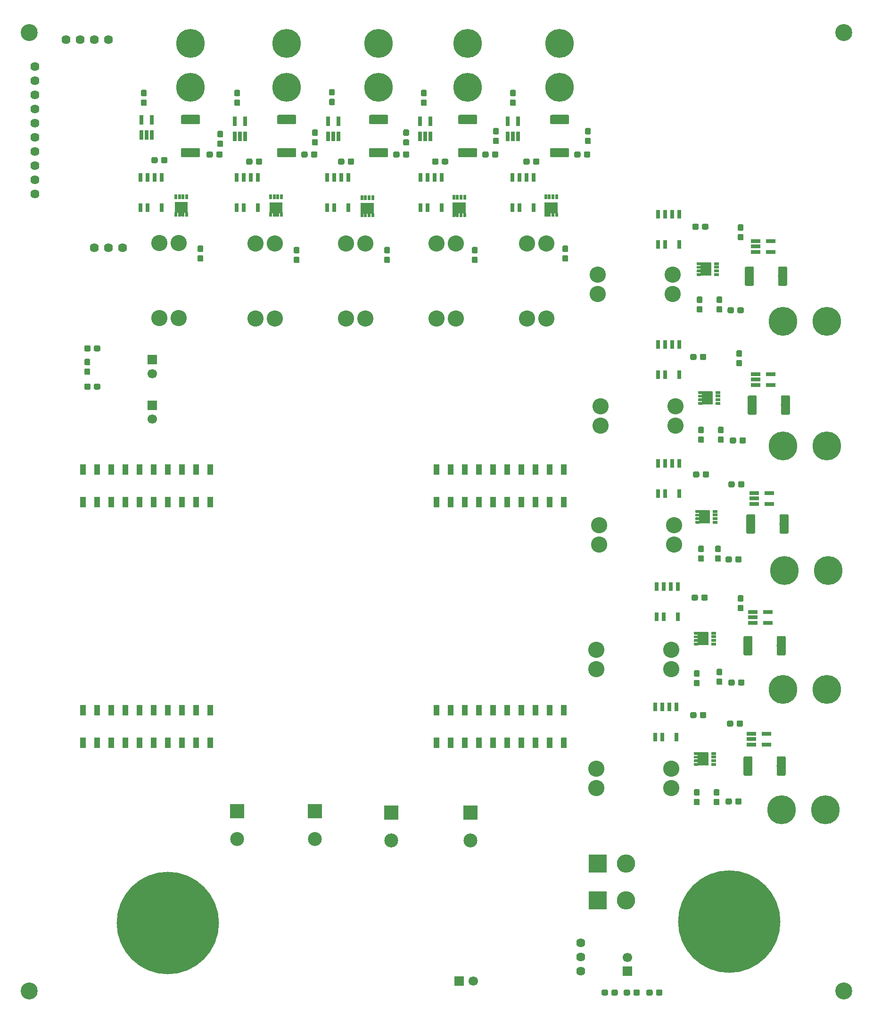
<source format=gbr>
%TF.GenerationSoftware,KiCad,Pcbnew,(5.1.4)-1*%
%TF.CreationDate,2021-04-02T11:00:34-05:00*%
%TF.ProjectId,PackVoltage_2021,5061636b-566f-46c7-9461-67655f323032,rev?*%
%TF.SameCoordinates,Original*%
%TF.FileFunction,Soldermask,Top*%
%TF.FilePolarity,Negative*%
%FSLAX46Y46*%
G04 Gerber Fmt 4.6, Leading zero omitted, Abs format (unit mm)*
G04 Created by KiCad (PCBNEW (5.1.4)-1) date 2021-04-02 11:00:34*
%MOMM*%
%LPD*%
G04 APERTURE LIST*
%ADD10C,3.046400*%
%ADD11R,1.090600X1.878000*%
%ADD12C,1.850000*%
%ADD13C,0.100000*%
%ADD14R,0.500000X0.930000*%
%ADD15R,1.660000X0.750000*%
%ADD16R,0.750000X1.660000*%
%ADD17R,0.700000X1.650000*%
%ADD18C,1.050000*%
%ADD19C,1.625000*%
%ADD20R,0.930000X0.500000*%
%ADD21C,1.624000*%
%ADD22O,3.300000X3.300000*%
%ADD23R,3.300000X3.300000*%
%ADD24C,2.500000*%
%ADD25R,2.500000X2.500000*%
%ADD26C,1.700000*%
%ADD27R,1.700000X1.700000*%
%ADD28C,5.180000*%
%ADD29C,2.919400*%
%ADD30C,18.388000*%
G04 APERTURE END LIST*
D10*
%TO.C,REF\002A\002A*%
X79248000Y-174752000D03*
%TD*%
%TO.C,REF\002A\002A*%
X79248000Y-2794000D03*
%TD*%
%TO.C,REF\002A\002A*%
X225552000Y-2794000D03*
%TD*%
%TO.C,REF\002A\002A*%
X225552000Y-174752000D03*
%TD*%
D11*
%TO.C,U24*%
X152400000Y-130200400D03*
X154940000Y-130200400D03*
X157480000Y-130200400D03*
X160020000Y-130200400D03*
X162560000Y-130200400D03*
X165100000Y-130200400D03*
X167640000Y-130200400D03*
X170180000Y-130200400D03*
X172720000Y-130200400D03*
X175260000Y-130200400D03*
X152400000Y-124307600D03*
X154940000Y-124307600D03*
X157480000Y-124307600D03*
X160020000Y-124307600D03*
X162560000Y-124307600D03*
X165100000Y-124307600D03*
X167640000Y-124307600D03*
X170180000Y-124307600D03*
X172720000Y-124307600D03*
X175260000Y-124307600D03*
X152400000Y-81127600D03*
X154940000Y-81127600D03*
X157480000Y-81127600D03*
X160020000Y-81127600D03*
X162560000Y-81127600D03*
X165100000Y-81127600D03*
X167640000Y-81127600D03*
X170180000Y-81127600D03*
X172720000Y-81127600D03*
X175260000Y-81127600D03*
X152400000Y-87020400D03*
X154940000Y-87020400D03*
X157480000Y-87020400D03*
X160020000Y-87020400D03*
X162560000Y-87020400D03*
X165100000Y-87020400D03*
X167640000Y-87020400D03*
X170180000Y-87020400D03*
X172720000Y-87020400D03*
X175260000Y-87020400D03*
X106680000Y-130200400D03*
X109220000Y-130200400D03*
X111760000Y-130200400D03*
X88900000Y-124307600D03*
X91440000Y-124307600D03*
X93980000Y-124307600D03*
X96520000Y-124307600D03*
X99060000Y-124307600D03*
X101600000Y-124307600D03*
X104140000Y-124307600D03*
X106680000Y-124307600D03*
X109220000Y-124307600D03*
X111760000Y-124307600D03*
X88900000Y-81127600D03*
X93980000Y-81127600D03*
X99060000Y-81127600D03*
X101600000Y-81127600D03*
X104140000Y-81127600D03*
X106680000Y-81127600D03*
X109220000Y-81127600D03*
X88900000Y-87020400D03*
X93980000Y-87020400D03*
X104140000Y-87020400D03*
X106680000Y-87020400D03*
X109220000Y-87020400D03*
X111760000Y-87020400D03*
X99060000Y-87020400D03*
X96520000Y-87020400D03*
X91440000Y-81127600D03*
X104140000Y-130200400D03*
X101600000Y-130200400D03*
X91440000Y-87020400D03*
X96520000Y-81127600D03*
X93980000Y-130200400D03*
X96520000Y-130200400D03*
X101600000Y-87020400D03*
X99060000Y-130200400D03*
X91440000Y-130200400D03*
X88900000Y-130200400D03*
X111760000Y-81127600D03*
%TD*%
D12*
%TO.C,Q3*%
X106553000Y-34163000D03*
D13*
G36*
X107777039Y-35717755D02*
G01*
X107774194Y-35727134D01*
X107769573Y-35735779D01*
X107763355Y-35743355D01*
X107755779Y-35749573D01*
X107747134Y-35754194D01*
X107737755Y-35757039D01*
X107728000Y-35758000D01*
X107328000Y-35758000D01*
X107318245Y-35757039D01*
X107308866Y-35754194D01*
X107300221Y-35749573D01*
X107292645Y-35743355D01*
X107286427Y-35735779D01*
X107281806Y-35727134D01*
X107278961Y-35717755D01*
X107278000Y-35708000D01*
X107278000Y-35138000D01*
X107128000Y-35138000D01*
X107128000Y-35708000D01*
X107127039Y-35717755D01*
X107124194Y-35727134D01*
X107119573Y-35735779D01*
X107113355Y-35743355D01*
X107105779Y-35749573D01*
X107097134Y-35754194D01*
X107087755Y-35757039D01*
X107078000Y-35758000D01*
X106678000Y-35758000D01*
X106668245Y-35757039D01*
X106658866Y-35754194D01*
X106650221Y-35749573D01*
X106642645Y-35743355D01*
X106636427Y-35735779D01*
X106631806Y-35727134D01*
X106628961Y-35717755D01*
X106628000Y-35708000D01*
X106628000Y-35138000D01*
X106478000Y-35138000D01*
X106478000Y-35708000D01*
X106477039Y-35717755D01*
X106474194Y-35727134D01*
X106469573Y-35735779D01*
X106463355Y-35743355D01*
X106455779Y-35749573D01*
X106447134Y-35754194D01*
X106437755Y-35757039D01*
X106428000Y-35758000D01*
X106028000Y-35758000D01*
X106018245Y-35757039D01*
X106008866Y-35754194D01*
X106000221Y-35749573D01*
X105992645Y-35743355D01*
X105986427Y-35735779D01*
X105981806Y-35727134D01*
X105978961Y-35717755D01*
X105978000Y-35708000D01*
X105978000Y-35138000D01*
X105828000Y-35138000D01*
X105828000Y-35708000D01*
X105827039Y-35717755D01*
X105824194Y-35727134D01*
X105819573Y-35735779D01*
X105813355Y-35743355D01*
X105805779Y-35749573D01*
X105797134Y-35754194D01*
X105787755Y-35757039D01*
X105778000Y-35758000D01*
X105378000Y-35758000D01*
X105368245Y-35757039D01*
X105358866Y-35754194D01*
X105350221Y-35749573D01*
X105342645Y-35743355D01*
X105336427Y-35735779D01*
X105331806Y-35727134D01*
X105328961Y-35717755D01*
X105328000Y-35708000D01*
X105328000Y-35088000D01*
X105328961Y-35078245D01*
X105331806Y-35068866D01*
X105336427Y-35060221D01*
X105342645Y-35052645D01*
X105350221Y-35046427D01*
X105358866Y-35041806D01*
X105368245Y-35038961D01*
X105378000Y-35038000D01*
X105378000Y-33238000D01*
X105378961Y-33228245D01*
X105381806Y-33218866D01*
X105386427Y-33210221D01*
X105392645Y-33202645D01*
X105400221Y-33196427D01*
X105408866Y-33191806D01*
X105418245Y-33188961D01*
X105428000Y-33188000D01*
X107678000Y-33188000D01*
X107687755Y-33188961D01*
X107697134Y-33191806D01*
X107705779Y-33196427D01*
X107713355Y-33202645D01*
X107719573Y-33210221D01*
X107724194Y-33218866D01*
X107727039Y-33228245D01*
X107728000Y-33238000D01*
X107728000Y-35038000D01*
X107737755Y-35038961D01*
X107747134Y-35041806D01*
X107755779Y-35046427D01*
X107763355Y-35052645D01*
X107769573Y-35060221D01*
X107774194Y-35068866D01*
X107777039Y-35078245D01*
X107778000Y-35088000D01*
X107778000Y-35708000D01*
X107777039Y-35717755D01*
X107777039Y-35717755D01*
G37*
D14*
X105578000Y-32223000D03*
X106228000Y-32223000D03*
X107528000Y-32223000D03*
X106878000Y-32223000D03*
%TD*%
D15*
%TO.C,U23*%
X212170000Y-85410000D03*
X212170000Y-87310000D03*
X209470000Y-87310000D03*
X209470000Y-86360000D03*
X209470000Y-85410000D03*
%TD*%
D16*
%TO.C,U22*%
X165166000Y-18716000D03*
X167066000Y-18716000D03*
X167066000Y-21416000D03*
X166116000Y-21416000D03*
X165166000Y-21416000D03*
%TD*%
D17*
%TO.C,U21*%
X195961000Y-85504000D03*
X193421000Y-85504000D03*
X192151000Y-85504000D03*
X192151000Y-80104000D03*
X193421000Y-80104000D03*
X194691000Y-80104000D03*
X195961000Y-80104000D03*
%TD*%
%TO.C,U20*%
X169799000Y-34196000D03*
X167259000Y-34196000D03*
X165989000Y-34196000D03*
X165989000Y-28796000D03*
X167259000Y-28796000D03*
X168529000Y-28796000D03*
X169799000Y-28796000D03*
%TD*%
D15*
%TO.C,U19*%
X211662000Y-128590000D03*
X211662000Y-130490000D03*
X208962000Y-130490000D03*
X208962000Y-129540000D03*
X208962000Y-128590000D03*
%TD*%
%TO.C,U18*%
X212424000Y-64074000D03*
X212424000Y-65974000D03*
X209724000Y-65974000D03*
X209724000Y-65024000D03*
X209724000Y-64074000D03*
%TD*%
%TO.C,U17*%
X211916000Y-106746000D03*
X211916000Y-108646000D03*
X209216000Y-108646000D03*
X209216000Y-107696000D03*
X209216000Y-106746000D03*
%TD*%
D17*
%TO.C,U16*%
X195453000Y-129192000D03*
X192913000Y-129192000D03*
X191643000Y-129192000D03*
X191643000Y-123792000D03*
X192913000Y-123792000D03*
X194183000Y-123792000D03*
X195453000Y-123792000D03*
%TD*%
%TO.C,U15*%
X195961000Y-64168000D03*
X193421000Y-64168000D03*
X192151000Y-64168000D03*
X192151000Y-58768000D03*
X193421000Y-58768000D03*
X194691000Y-58768000D03*
X195961000Y-58768000D03*
%TD*%
%TO.C,U14*%
X195707000Y-107602000D03*
X193167000Y-107602000D03*
X191897000Y-107602000D03*
X191897000Y-102202000D03*
X193167000Y-102202000D03*
X194437000Y-102202000D03*
X195707000Y-102202000D03*
%TD*%
D15*
%TO.C,U10*%
X212424000Y-40198000D03*
X212424000Y-42098000D03*
X209724000Y-42098000D03*
X209724000Y-41148000D03*
X209724000Y-40198000D03*
%TD*%
D16*
%TO.C,U9*%
X149418000Y-18716000D03*
X151318000Y-18716000D03*
X151318000Y-21416000D03*
X150368000Y-21416000D03*
X149418000Y-21416000D03*
%TD*%
D17*
%TO.C,U8*%
X195961000Y-40800000D03*
X193421000Y-40800000D03*
X192151000Y-40800000D03*
X192151000Y-35400000D03*
X193421000Y-35400000D03*
X194691000Y-35400000D03*
X195961000Y-35400000D03*
%TD*%
%TO.C,U7*%
X153289000Y-34196000D03*
X150749000Y-34196000D03*
X149479000Y-34196000D03*
X149479000Y-28796000D03*
X150749000Y-28796000D03*
X152019000Y-28796000D03*
X153289000Y-28796000D03*
%TD*%
D16*
%TO.C,U6*%
X99380000Y-18462000D03*
X101280000Y-18462000D03*
X101280000Y-21162000D03*
X100330000Y-21162000D03*
X99380000Y-21162000D03*
%TD*%
%TO.C,U5*%
X132908000Y-18716000D03*
X134808000Y-18716000D03*
X134808000Y-21416000D03*
X133858000Y-21416000D03*
X132908000Y-21416000D03*
%TD*%
%TO.C,U4*%
X116144000Y-18716000D03*
X118044000Y-18716000D03*
X118044000Y-21416000D03*
X117094000Y-21416000D03*
X116144000Y-21416000D03*
%TD*%
D17*
%TO.C,U3*%
X102997000Y-34196000D03*
X100457000Y-34196000D03*
X99187000Y-34196000D03*
X99187000Y-28796000D03*
X100457000Y-28796000D03*
X101727000Y-28796000D03*
X102997000Y-28796000D03*
%TD*%
%TO.C,U2*%
X136525000Y-34196000D03*
X133985000Y-34196000D03*
X132715000Y-34196000D03*
X132715000Y-28796000D03*
X133985000Y-28796000D03*
X135255000Y-28796000D03*
X136525000Y-28796000D03*
%TD*%
%TO.C,U1*%
X120269000Y-34196000D03*
X117729000Y-34196000D03*
X116459000Y-34196000D03*
X116459000Y-28796000D03*
X117729000Y-28796000D03*
X118999000Y-28796000D03*
X120269000Y-28796000D03*
%TD*%
D13*
%TO.C,R33*%
G36*
X203234229Y-96567264D02*
G01*
X203259711Y-96571044D01*
X203284700Y-96577303D01*
X203308954Y-96585982D01*
X203332242Y-96596996D01*
X203354337Y-96610239D01*
X203375028Y-96625585D01*
X203394116Y-96642884D01*
X203411415Y-96661972D01*
X203426761Y-96682663D01*
X203440004Y-96704758D01*
X203451018Y-96728046D01*
X203459697Y-96752300D01*
X203465956Y-96777289D01*
X203469736Y-96802771D01*
X203471000Y-96828500D01*
X203471000Y-97453500D01*
X203469736Y-97479229D01*
X203465956Y-97504711D01*
X203459697Y-97529700D01*
X203451018Y-97553954D01*
X203440004Y-97577242D01*
X203426761Y-97599337D01*
X203411415Y-97620028D01*
X203394116Y-97639116D01*
X203375028Y-97656415D01*
X203354337Y-97671761D01*
X203332242Y-97685004D01*
X203308954Y-97696018D01*
X203284700Y-97704697D01*
X203259711Y-97710956D01*
X203234229Y-97714736D01*
X203208500Y-97716000D01*
X202683500Y-97716000D01*
X202657771Y-97714736D01*
X202632289Y-97710956D01*
X202607300Y-97704697D01*
X202583046Y-97696018D01*
X202559758Y-97685004D01*
X202537663Y-97671761D01*
X202516972Y-97656415D01*
X202497884Y-97639116D01*
X202480585Y-97620028D01*
X202465239Y-97599337D01*
X202451996Y-97577242D01*
X202440982Y-97553954D01*
X202432303Y-97529700D01*
X202426044Y-97504711D01*
X202422264Y-97479229D01*
X202421000Y-97453500D01*
X202421000Y-96828500D01*
X202422264Y-96802771D01*
X202426044Y-96777289D01*
X202432303Y-96752300D01*
X202440982Y-96728046D01*
X202451996Y-96704758D01*
X202465239Y-96682663D01*
X202480585Y-96661972D01*
X202497884Y-96642884D01*
X202516972Y-96625585D01*
X202537663Y-96610239D01*
X202559758Y-96596996D01*
X202583046Y-96585982D01*
X202607300Y-96577303D01*
X202632289Y-96571044D01*
X202657771Y-96567264D01*
X202683500Y-96566000D01*
X203208500Y-96566000D01*
X203234229Y-96567264D01*
X203234229Y-96567264D01*
G37*
D18*
X202946000Y-97141000D03*
D13*
G36*
X203234229Y-94817264D02*
G01*
X203259711Y-94821044D01*
X203284700Y-94827303D01*
X203308954Y-94835982D01*
X203332242Y-94846996D01*
X203354337Y-94860239D01*
X203375028Y-94875585D01*
X203394116Y-94892884D01*
X203411415Y-94911972D01*
X203426761Y-94932663D01*
X203440004Y-94954758D01*
X203451018Y-94978046D01*
X203459697Y-95002300D01*
X203465956Y-95027289D01*
X203469736Y-95052771D01*
X203471000Y-95078500D01*
X203471000Y-95703500D01*
X203469736Y-95729229D01*
X203465956Y-95754711D01*
X203459697Y-95779700D01*
X203451018Y-95803954D01*
X203440004Y-95827242D01*
X203426761Y-95849337D01*
X203411415Y-95870028D01*
X203394116Y-95889116D01*
X203375028Y-95906415D01*
X203354337Y-95921761D01*
X203332242Y-95935004D01*
X203308954Y-95946018D01*
X203284700Y-95954697D01*
X203259711Y-95960956D01*
X203234229Y-95964736D01*
X203208500Y-95966000D01*
X202683500Y-95966000D01*
X202657771Y-95964736D01*
X202632289Y-95960956D01*
X202607300Y-95954697D01*
X202583046Y-95946018D01*
X202559758Y-95935004D01*
X202537663Y-95921761D01*
X202516972Y-95906415D01*
X202497884Y-95889116D01*
X202480585Y-95870028D01*
X202465239Y-95849337D01*
X202451996Y-95827242D01*
X202440982Y-95803954D01*
X202432303Y-95779700D01*
X202426044Y-95754711D01*
X202422264Y-95729229D01*
X202421000Y-95703500D01*
X202421000Y-95078500D01*
X202422264Y-95052771D01*
X202426044Y-95027289D01*
X202432303Y-95002300D01*
X202440982Y-94978046D01*
X202451996Y-94954758D01*
X202465239Y-94932663D01*
X202480585Y-94911972D01*
X202497884Y-94892884D01*
X202516972Y-94875585D01*
X202537663Y-94860239D01*
X202559758Y-94846996D01*
X202583046Y-94835982D01*
X202607300Y-94827303D01*
X202632289Y-94821044D01*
X202657771Y-94817264D01*
X202683500Y-94816000D01*
X203208500Y-94816000D01*
X203234229Y-94817264D01*
X203234229Y-94817264D01*
G37*
D18*
X202946000Y-95391000D03*
%TD*%
D13*
%TO.C,R32*%
G36*
X179775229Y-24114264D02*
G01*
X179800711Y-24118044D01*
X179825700Y-24124303D01*
X179849954Y-24132982D01*
X179873242Y-24143996D01*
X179895337Y-24157239D01*
X179916028Y-24172585D01*
X179935116Y-24189884D01*
X179952415Y-24208972D01*
X179967761Y-24229663D01*
X179981004Y-24251758D01*
X179992018Y-24275046D01*
X180000697Y-24299300D01*
X180006956Y-24324289D01*
X180010736Y-24349771D01*
X180012000Y-24375500D01*
X180012000Y-24900500D01*
X180010736Y-24926229D01*
X180006956Y-24951711D01*
X180000697Y-24976700D01*
X179992018Y-25000954D01*
X179981004Y-25024242D01*
X179967761Y-25046337D01*
X179952415Y-25067028D01*
X179935116Y-25086116D01*
X179916028Y-25103415D01*
X179895337Y-25118761D01*
X179873242Y-25132004D01*
X179849954Y-25143018D01*
X179825700Y-25151697D01*
X179800711Y-25157956D01*
X179775229Y-25161736D01*
X179749500Y-25163000D01*
X179124500Y-25163000D01*
X179098771Y-25161736D01*
X179073289Y-25157956D01*
X179048300Y-25151697D01*
X179024046Y-25143018D01*
X179000758Y-25132004D01*
X178978663Y-25118761D01*
X178957972Y-25103415D01*
X178938884Y-25086116D01*
X178921585Y-25067028D01*
X178906239Y-25046337D01*
X178892996Y-25024242D01*
X178881982Y-25000954D01*
X178873303Y-24976700D01*
X178867044Y-24951711D01*
X178863264Y-24926229D01*
X178862000Y-24900500D01*
X178862000Y-24375500D01*
X178863264Y-24349771D01*
X178867044Y-24324289D01*
X178873303Y-24299300D01*
X178881982Y-24275046D01*
X178892996Y-24251758D01*
X178906239Y-24229663D01*
X178921585Y-24208972D01*
X178938884Y-24189884D01*
X178957972Y-24172585D01*
X178978663Y-24157239D01*
X179000758Y-24143996D01*
X179024046Y-24132982D01*
X179048300Y-24124303D01*
X179073289Y-24118044D01*
X179098771Y-24114264D01*
X179124500Y-24113000D01*
X179749500Y-24113000D01*
X179775229Y-24114264D01*
X179775229Y-24114264D01*
G37*
D18*
X179437000Y-24638000D03*
D13*
G36*
X178025229Y-24114264D02*
G01*
X178050711Y-24118044D01*
X178075700Y-24124303D01*
X178099954Y-24132982D01*
X178123242Y-24143996D01*
X178145337Y-24157239D01*
X178166028Y-24172585D01*
X178185116Y-24189884D01*
X178202415Y-24208972D01*
X178217761Y-24229663D01*
X178231004Y-24251758D01*
X178242018Y-24275046D01*
X178250697Y-24299300D01*
X178256956Y-24324289D01*
X178260736Y-24349771D01*
X178262000Y-24375500D01*
X178262000Y-24900500D01*
X178260736Y-24926229D01*
X178256956Y-24951711D01*
X178250697Y-24976700D01*
X178242018Y-25000954D01*
X178231004Y-25024242D01*
X178217761Y-25046337D01*
X178202415Y-25067028D01*
X178185116Y-25086116D01*
X178166028Y-25103415D01*
X178145337Y-25118761D01*
X178123242Y-25132004D01*
X178099954Y-25143018D01*
X178075700Y-25151697D01*
X178050711Y-25157956D01*
X178025229Y-25161736D01*
X177999500Y-25163000D01*
X177374500Y-25163000D01*
X177348771Y-25161736D01*
X177323289Y-25157956D01*
X177298300Y-25151697D01*
X177274046Y-25143018D01*
X177250758Y-25132004D01*
X177228663Y-25118761D01*
X177207972Y-25103415D01*
X177188884Y-25086116D01*
X177171585Y-25067028D01*
X177156239Y-25046337D01*
X177142996Y-25024242D01*
X177131982Y-25000954D01*
X177123303Y-24976700D01*
X177117044Y-24951711D01*
X177113264Y-24926229D01*
X177112000Y-24900500D01*
X177112000Y-24375500D01*
X177113264Y-24349771D01*
X177117044Y-24324289D01*
X177123303Y-24299300D01*
X177131982Y-24275046D01*
X177142996Y-24251758D01*
X177156239Y-24229663D01*
X177171585Y-24208972D01*
X177188884Y-24189884D01*
X177207972Y-24172585D01*
X177228663Y-24157239D01*
X177250758Y-24143996D01*
X177274046Y-24132982D01*
X177298300Y-24124303D01*
X177323289Y-24118044D01*
X177348771Y-24114264D01*
X177374500Y-24113000D01*
X177999500Y-24113000D01*
X178025229Y-24114264D01*
X178025229Y-24114264D01*
G37*
D18*
X177687000Y-24638000D03*
%TD*%
D13*
%TO.C,R31*%
G36*
X215395719Y-89208283D02*
G01*
X215421579Y-89212119D01*
X215446938Y-89218471D01*
X215471552Y-89227278D01*
X215495184Y-89238455D01*
X215517607Y-89251895D01*
X215538605Y-89267468D01*
X215557976Y-89285024D01*
X215575532Y-89304395D01*
X215591105Y-89325393D01*
X215604545Y-89347816D01*
X215615722Y-89371448D01*
X215624529Y-89396062D01*
X215630881Y-89421421D01*
X215634717Y-89447281D01*
X215636000Y-89473392D01*
X215636000Y-92390608D01*
X215634717Y-92416719D01*
X215630881Y-92442579D01*
X215624529Y-92467938D01*
X215615722Y-92492552D01*
X215604545Y-92516184D01*
X215591105Y-92538607D01*
X215575532Y-92559605D01*
X215557976Y-92578976D01*
X215538605Y-92596532D01*
X215517607Y-92612105D01*
X215495184Y-92625545D01*
X215471552Y-92636722D01*
X215446938Y-92645529D01*
X215421579Y-92651881D01*
X215395719Y-92655717D01*
X215369608Y-92657000D01*
X214277392Y-92657000D01*
X214251281Y-92655717D01*
X214225421Y-92651881D01*
X214200062Y-92645529D01*
X214175448Y-92636722D01*
X214151816Y-92625545D01*
X214129393Y-92612105D01*
X214108395Y-92596532D01*
X214089024Y-92578976D01*
X214071468Y-92559605D01*
X214055895Y-92538607D01*
X214042455Y-92516184D01*
X214031278Y-92492552D01*
X214022471Y-92467938D01*
X214016119Y-92442579D01*
X214012283Y-92416719D01*
X214011000Y-92390608D01*
X214011000Y-89473392D01*
X214012283Y-89447281D01*
X214016119Y-89421421D01*
X214022471Y-89396062D01*
X214031278Y-89371448D01*
X214042455Y-89347816D01*
X214055895Y-89325393D01*
X214071468Y-89304395D01*
X214089024Y-89285024D01*
X214108395Y-89267468D01*
X214129393Y-89251895D01*
X214151816Y-89238455D01*
X214175448Y-89227278D01*
X214200062Y-89218471D01*
X214225421Y-89212119D01*
X214251281Y-89208283D01*
X214277392Y-89207000D01*
X215369608Y-89207000D01*
X215395719Y-89208283D01*
X215395719Y-89208283D01*
G37*
D19*
X214823500Y-90932000D03*
D13*
G36*
X209420719Y-89208283D02*
G01*
X209446579Y-89212119D01*
X209471938Y-89218471D01*
X209496552Y-89227278D01*
X209520184Y-89238455D01*
X209542607Y-89251895D01*
X209563605Y-89267468D01*
X209582976Y-89285024D01*
X209600532Y-89304395D01*
X209616105Y-89325393D01*
X209629545Y-89347816D01*
X209640722Y-89371448D01*
X209649529Y-89396062D01*
X209655881Y-89421421D01*
X209659717Y-89447281D01*
X209661000Y-89473392D01*
X209661000Y-92390608D01*
X209659717Y-92416719D01*
X209655881Y-92442579D01*
X209649529Y-92467938D01*
X209640722Y-92492552D01*
X209629545Y-92516184D01*
X209616105Y-92538607D01*
X209600532Y-92559605D01*
X209582976Y-92578976D01*
X209563605Y-92596532D01*
X209542607Y-92612105D01*
X209520184Y-92625545D01*
X209496552Y-92636722D01*
X209471938Y-92645529D01*
X209446579Y-92651881D01*
X209420719Y-92655717D01*
X209394608Y-92657000D01*
X208302392Y-92657000D01*
X208276281Y-92655717D01*
X208250421Y-92651881D01*
X208225062Y-92645529D01*
X208200448Y-92636722D01*
X208176816Y-92625545D01*
X208154393Y-92612105D01*
X208133395Y-92596532D01*
X208114024Y-92578976D01*
X208096468Y-92559605D01*
X208080895Y-92538607D01*
X208067455Y-92516184D01*
X208056278Y-92492552D01*
X208047471Y-92467938D01*
X208041119Y-92442579D01*
X208037283Y-92416719D01*
X208036000Y-92390608D01*
X208036000Y-89473392D01*
X208037283Y-89447281D01*
X208041119Y-89421421D01*
X208047471Y-89396062D01*
X208056278Y-89371448D01*
X208067455Y-89347816D01*
X208080895Y-89325393D01*
X208096468Y-89304395D01*
X208114024Y-89285024D01*
X208133395Y-89267468D01*
X208154393Y-89251895D01*
X208176816Y-89238455D01*
X208200448Y-89227278D01*
X208225062Y-89218471D01*
X208250421Y-89212119D01*
X208276281Y-89208283D01*
X208302392Y-89207000D01*
X209394608Y-89207000D01*
X209420719Y-89208283D01*
X209420719Y-89208283D01*
G37*
D19*
X208848500Y-90932000D03*
%TD*%
D13*
%TO.C,R30*%
G36*
X175982719Y-17537283D02*
G01*
X176008579Y-17541119D01*
X176033938Y-17547471D01*
X176058552Y-17556278D01*
X176082184Y-17567455D01*
X176104607Y-17580895D01*
X176125605Y-17596468D01*
X176144976Y-17614024D01*
X176162532Y-17633395D01*
X176178105Y-17654393D01*
X176191545Y-17676816D01*
X176202722Y-17700448D01*
X176211529Y-17725062D01*
X176217881Y-17750421D01*
X176221717Y-17776281D01*
X176223000Y-17802392D01*
X176223000Y-18894608D01*
X176221717Y-18920719D01*
X176217881Y-18946579D01*
X176211529Y-18971938D01*
X176202722Y-18996552D01*
X176191545Y-19020184D01*
X176178105Y-19042607D01*
X176162532Y-19063605D01*
X176144976Y-19082976D01*
X176125605Y-19100532D01*
X176104607Y-19116105D01*
X176082184Y-19129545D01*
X176058552Y-19140722D01*
X176033938Y-19149529D01*
X176008579Y-19155881D01*
X175982719Y-19159717D01*
X175956608Y-19161000D01*
X173039392Y-19161000D01*
X173013281Y-19159717D01*
X172987421Y-19155881D01*
X172962062Y-19149529D01*
X172937448Y-19140722D01*
X172913816Y-19129545D01*
X172891393Y-19116105D01*
X172870395Y-19100532D01*
X172851024Y-19082976D01*
X172833468Y-19063605D01*
X172817895Y-19042607D01*
X172804455Y-19020184D01*
X172793278Y-18996552D01*
X172784471Y-18971938D01*
X172778119Y-18946579D01*
X172774283Y-18920719D01*
X172773000Y-18894608D01*
X172773000Y-17802392D01*
X172774283Y-17776281D01*
X172778119Y-17750421D01*
X172784471Y-17725062D01*
X172793278Y-17700448D01*
X172804455Y-17676816D01*
X172817895Y-17654393D01*
X172833468Y-17633395D01*
X172851024Y-17614024D01*
X172870395Y-17596468D01*
X172891393Y-17580895D01*
X172913816Y-17567455D01*
X172937448Y-17556278D01*
X172962062Y-17547471D01*
X172987421Y-17541119D01*
X173013281Y-17537283D01*
X173039392Y-17536000D01*
X175956608Y-17536000D01*
X175982719Y-17537283D01*
X175982719Y-17537283D01*
G37*
D19*
X174498000Y-18348500D03*
D13*
G36*
X175982719Y-23512283D02*
G01*
X176008579Y-23516119D01*
X176033938Y-23522471D01*
X176058552Y-23531278D01*
X176082184Y-23542455D01*
X176104607Y-23555895D01*
X176125605Y-23571468D01*
X176144976Y-23589024D01*
X176162532Y-23608395D01*
X176178105Y-23629393D01*
X176191545Y-23651816D01*
X176202722Y-23675448D01*
X176211529Y-23700062D01*
X176217881Y-23725421D01*
X176221717Y-23751281D01*
X176223000Y-23777392D01*
X176223000Y-24869608D01*
X176221717Y-24895719D01*
X176217881Y-24921579D01*
X176211529Y-24946938D01*
X176202722Y-24971552D01*
X176191545Y-24995184D01*
X176178105Y-25017607D01*
X176162532Y-25038605D01*
X176144976Y-25057976D01*
X176125605Y-25075532D01*
X176104607Y-25091105D01*
X176082184Y-25104545D01*
X176058552Y-25115722D01*
X176033938Y-25124529D01*
X176008579Y-25130881D01*
X175982719Y-25134717D01*
X175956608Y-25136000D01*
X173039392Y-25136000D01*
X173013281Y-25134717D01*
X172987421Y-25130881D01*
X172962062Y-25124529D01*
X172937448Y-25115722D01*
X172913816Y-25104545D01*
X172891393Y-25091105D01*
X172870395Y-25075532D01*
X172851024Y-25057976D01*
X172833468Y-25038605D01*
X172817895Y-25017607D01*
X172804455Y-24995184D01*
X172793278Y-24971552D01*
X172784471Y-24946938D01*
X172778119Y-24921579D01*
X172774283Y-24895719D01*
X172773000Y-24869608D01*
X172773000Y-23777392D01*
X172774283Y-23751281D01*
X172778119Y-23725421D01*
X172784471Y-23700062D01*
X172793278Y-23675448D01*
X172804455Y-23651816D01*
X172817895Y-23629393D01*
X172833468Y-23608395D01*
X172851024Y-23589024D01*
X172870395Y-23571468D01*
X172891393Y-23555895D01*
X172913816Y-23542455D01*
X172937448Y-23531278D01*
X172962062Y-23522471D01*
X172987421Y-23516119D01*
X173013281Y-23512283D01*
X173039392Y-23511000D01*
X175956608Y-23511000D01*
X175982719Y-23512283D01*
X175982719Y-23512283D01*
G37*
D19*
X174498000Y-24323500D03*
%TD*%
D13*
%TO.C,R29*%
G36*
X207461229Y-83296264D02*
G01*
X207486711Y-83300044D01*
X207511700Y-83306303D01*
X207535954Y-83314982D01*
X207559242Y-83325996D01*
X207581337Y-83339239D01*
X207602028Y-83354585D01*
X207621116Y-83371884D01*
X207638415Y-83390972D01*
X207653761Y-83411663D01*
X207667004Y-83433758D01*
X207678018Y-83457046D01*
X207686697Y-83481300D01*
X207692956Y-83506289D01*
X207696736Y-83531771D01*
X207698000Y-83557500D01*
X207698000Y-84082500D01*
X207696736Y-84108229D01*
X207692956Y-84133711D01*
X207686697Y-84158700D01*
X207678018Y-84182954D01*
X207667004Y-84206242D01*
X207653761Y-84228337D01*
X207638415Y-84249028D01*
X207621116Y-84268116D01*
X207602028Y-84285415D01*
X207581337Y-84300761D01*
X207559242Y-84314004D01*
X207535954Y-84325018D01*
X207511700Y-84333697D01*
X207486711Y-84339956D01*
X207461229Y-84343736D01*
X207435500Y-84345000D01*
X206810500Y-84345000D01*
X206784771Y-84343736D01*
X206759289Y-84339956D01*
X206734300Y-84333697D01*
X206710046Y-84325018D01*
X206686758Y-84314004D01*
X206664663Y-84300761D01*
X206643972Y-84285415D01*
X206624884Y-84268116D01*
X206607585Y-84249028D01*
X206592239Y-84228337D01*
X206578996Y-84206242D01*
X206567982Y-84182954D01*
X206559303Y-84158700D01*
X206553044Y-84133711D01*
X206549264Y-84108229D01*
X206548000Y-84082500D01*
X206548000Y-83557500D01*
X206549264Y-83531771D01*
X206553044Y-83506289D01*
X206559303Y-83481300D01*
X206567982Y-83457046D01*
X206578996Y-83433758D01*
X206592239Y-83411663D01*
X206607585Y-83390972D01*
X206624884Y-83371884D01*
X206643972Y-83354585D01*
X206664663Y-83339239D01*
X206686758Y-83325996D01*
X206710046Y-83314982D01*
X206734300Y-83306303D01*
X206759289Y-83300044D01*
X206784771Y-83296264D01*
X206810500Y-83295000D01*
X207435500Y-83295000D01*
X207461229Y-83296264D01*
X207461229Y-83296264D01*
G37*
D18*
X207123000Y-83820000D03*
D13*
G36*
X205711229Y-83296264D02*
G01*
X205736711Y-83300044D01*
X205761700Y-83306303D01*
X205785954Y-83314982D01*
X205809242Y-83325996D01*
X205831337Y-83339239D01*
X205852028Y-83354585D01*
X205871116Y-83371884D01*
X205888415Y-83390972D01*
X205903761Y-83411663D01*
X205917004Y-83433758D01*
X205928018Y-83457046D01*
X205936697Y-83481300D01*
X205942956Y-83506289D01*
X205946736Y-83531771D01*
X205948000Y-83557500D01*
X205948000Y-84082500D01*
X205946736Y-84108229D01*
X205942956Y-84133711D01*
X205936697Y-84158700D01*
X205928018Y-84182954D01*
X205917004Y-84206242D01*
X205903761Y-84228337D01*
X205888415Y-84249028D01*
X205871116Y-84268116D01*
X205852028Y-84285415D01*
X205831337Y-84300761D01*
X205809242Y-84314004D01*
X205785954Y-84325018D01*
X205761700Y-84333697D01*
X205736711Y-84339956D01*
X205711229Y-84343736D01*
X205685500Y-84345000D01*
X205060500Y-84345000D01*
X205034771Y-84343736D01*
X205009289Y-84339956D01*
X204984300Y-84333697D01*
X204960046Y-84325018D01*
X204936758Y-84314004D01*
X204914663Y-84300761D01*
X204893972Y-84285415D01*
X204874884Y-84268116D01*
X204857585Y-84249028D01*
X204842239Y-84228337D01*
X204828996Y-84206242D01*
X204817982Y-84182954D01*
X204809303Y-84158700D01*
X204803044Y-84133711D01*
X204799264Y-84108229D01*
X204798000Y-84082500D01*
X204798000Y-83557500D01*
X204799264Y-83531771D01*
X204803044Y-83506289D01*
X204809303Y-83481300D01*
X204817982Y-83457046D01*
X204828996Y-83433758D01*
X204842239Y-83411663D01*
X204857585Y-83390972D01*
X204874884Y-83371884D01*
X204893972Y-83354585D01*
X204914663Y-83339239D01*
X204936758Y-83325996D01*
X204960046Y-83314982D01*
X204984300Y-83306303D01*
X205009289Y-83300044D01*
X205034771Y-83296264D01*
X205060500Y-83295000D01*
X205685500Y-83295000D01*
X205711229Y-83296264D01*
X205711229Y-83296264D01*
G37*
D18*
X205373000Y-83820000D03*
%TD*%
D13*
%TO.C,R28*%
G36*
X166404229Y-13029264D02*
G01*
X166429711Y-13033044D01*
X166454700Y-13039303D01*
X166478954Y-13047982D01*
X166502242Y-13058996D01*
X166524337Y-13072239D01*
X166545028Y-13087585D01*
X166564116Y-13104884D01*
X166581415Y-13123972D01*
X166596761Y-13144663D01*
X166610004Y-13166758D01*
X166621018Y-13190046D01*
X166629697Y-13214300D01*
X166635956Y-13239289D01*
X166639736Y-13264771D01*
X166641000Y-13290500D01*
X166641000Y-13915500D01*
X166639736Y-13941229D01*
X166635956Y-13966711D01*
X166629697Y-13991700D01*
X166621018Y-14015954D01*
X166610004Y-14039242D01*
X166596761Y-14061337D01*
X166581415Y-14082028D01*
X166564116Y-14101116D01*
X166545028Y-14118415D01*
X166524337Y-14133761D01*
X166502242Y-14147004D01*
X166478954Y-14158018D01*
X166454700Y-14166697D01*
X166429711Y-14172956D01*
X166404229Y-14176736D01*
X166378500Y-14178000D01*
X165853500Y-14178000D01*
X165827771Y-14176736D01*
X165802289Y-14172956D01*
X165777300Y-14166697D01*
X165753046Y-14158018D01*
X165729758Y-14147004D01*
X165707663Y-14133761D01*
X165686972Y-14118415D01*
X165667884Y-14101116D01*
X165650585Y-14082028D01*
X165635239Y-14061337D01*
X165621996Y-14039242D01*
X165610982Y-14015954D01*
X165602303Y-13991700D01*
X165596044Y-13966711D01*
X165592264Y-13941229D01*
X165591000Y-13915500D01*
X165591000Y-13290500D01*
X165592264Y-13264771D01*
X165596044Y-13239289D01*
X165602303Y-13214300D01*
X165610982Y-13190046D01*
X165621996Y-13166758D01*
X165635239Y-13144663D01*
X165650585Y-13123972D01*
X165667884Y-13104884D01*
X165686972Y-13087585D01*
X165707663Y-13072239D01*
X165729758Y-13058996D01*
X165753046Y-13047982D01*
X165777300Y-13039303D01*
X165802289Y-13033044D01*
X165827771Y-13029264D01*
X165853500Y-13028000D01*
X166378500Y-13028000D01*
X166404229Y-13029264D01*
X166404229Y-13029264D01*
G37*
D18*
X166116000Y-13603000D03*
D13*
G36*
X166404229Y-14779264D02*
G01*
X166429711Y-14783044D01*
X166454700Y-14789303D01*
X166478954Y-14797982D01*
X166502242Y-14808996D01*
X166524337Y-14822239D01*
X166545028Y-14837585D01*
X166564116Y-14854884D01*
X166581415Y-14873972D01*
X166596761Y-14894663D01*
X166610004Y-14916758D01*
X166621018Y-14940046D01*
X166629697Y-14964300D01*
X166635956Y-14989289D01*
X166639736Y-15014771D01*
X166641000Y-15040500D01*
X166641000Y-15665500D01*
X166639736Y-15691229D01*
X166635956Y-15716711D01*
X166629697Y-15741700D01*
X166621018Y-15765954D01*
X166610004Y-15789242D01*
X166596761Y-15811337D01*
X166581415Y-15832028D01*
X166564116Y-15851116D01*
X166545028Y-15868415D01*
X166524337Y-15883761D01*
X166502242Y-15897004D01*
X166478954Y-15908018D01*
X166454700Y-15916697D01*
X166429711Y-15922956D01*
X166404229Y-15926736D01*
X166378500Y-15928000D01*
X165853500Y-15928000D01*
X165827771Y-15926736D01*
X165802289Y-15922956D01*
X165777300Y-15916697D01*
X165753046Y-15908018D01*
X165729758Y-15897004D01*
X165707663Y-15883761D01*
X165686972Y-15868415D01*
X165667884Y-15851116D01*
X165650585Y-15832028D01*
X165635239Y-15811337D01*
X165621996Y-15789242D01*
X165610982Y-15765954D01*
X165602303Y-15741700D01*
X165596044Y-15716711D01*
X165592264Y-15691229D01*
X165591000Y-15665500D01*
X165591000Y-15040500D01*
X165592264Y-15014771D01*
X165596044Y-14989289D01*
X165602303Y-14964300D01*
X165610982Y-14940046D01*
X165621996Y-14916758D01*
X165635239Y-14894663D01*
X165650585Y-14873972D01*
X165667884Y-14854884D01*
X165686972Y-14837585D01*
X165707663Y-14822239D01*
X165729758Y-14808996D01*
X165753046Y-14797982D01*
X165777300Y-14789303D01*
X165802289Y-14783044D01*
X165827771Y-14779264D01*
X165853500Y-14778000D01*
X166378500Y-14778000D01*
X166404229Y-14779264D01*
X166404229Y-14779264D01*
G37*
D18*
X166116000Y-15353000D03*
%TD*%
D13*
%TO.C,R27*%
G36*
X202980229Y-140255264D02*
G01*
X203005711Y-140259044D01*
X203030700Y-140265303D01*
X203054954Y-140273982D01*
X203078242Y-140284996D01*
X203100337Y-140298239D01*
X203121028Y-140313585D01*
X203140116Y-140330884D01*
X203157415Y-140349972D01*
X203172761Y-140370663D01*
X203186004Y-140392758D01*
X203197018Y-140416046D01*
X203205697Y-140440300D01*
X203211956Y-140465289D01*
X203215736Y-140490771D01*
X203217000Y-140516500D01*
X203217000Y-141141500D01*
X203215736Y-141167229D01*
X203211956Y-141192711D01*
X203205697Y-141217700D01*
X203197018Y-141241954D01*
X203186004Y-141265242D01*
X203172761Y-141287337D01*
X203157415Y-141308028D01*
X203140116Y-141327116D01*
X203121028Y-141344415D01*
X203100337Y-141359761D01*
X203078242Y-141373004D01*
X203054954Y-141384018D01*
X203030700Y-141392697D01*
X203005711Y-141398956D01*
X202980229Y-141402736D01*
X202954500Y-141404000D01*
X202429500Y-141404000D01*
X202403771Y-141402736D01*
X202378289Y-141398956D01*
X202353300Y-141392697D01*
X202329046Y-141384018D01*
X202305758Y-141373004D01*
X202283663Y-141359761D01*
X202262972Y-141344415D01*
X202243884Y-141327116D01*
X202226585Y-141308028D01*
X202211239Y-141287337D01*
X202197996Y-141265242D01*
X202186982Y-141241954D01*
X202178303Y-141217700D01*
X202172044Y-141192711D01*
X202168264Y-141167229D01*
X202167000Y-141141500D01*
X202167000Y-140516500D01*
X202168264Y-140490771D01*
X202172044Y-140465289D01*
X202178303Y-140440300D01*
X202186982Y-140416046D01*
X202197996Y-140392758D01*
X202211239Y-140370663D01*
X202226585Y-140349972D01*
X202243884Y-140330884D01*
X202262972Y-140313585D01*
X202283663Y-140298239D01*
X202305758Y-140284996D01*
X202329046Y-140273982D01*
X202353300Y-140265303D01*
X202378289Y-140259044D01*
X202403771Y-140255264D01*
X202429500Y-140254000D01*
X202954500Y-140254000D01*
X202980229Y-140255264D01*
X202980229Y-140255264D01*
G37*
D18*
X202692000Y-140829000D03*
D13*
G36*
X202980229Y-138505264D02*
G01*
X203005711Y-138509044D01*
X203030700Y-138515303D01*
X203054954Y-138523982D01*
X203078242Y-138534996D01*
X203100337Y-138548239D01*
X203121028Y-138563585D01*
X203140116Y-138580884D01*
X203157415Y-138599972D01*
X203172761Y-138620663D01*
X203186004Y-138642758D01*
X203197018Y-138666046D01*
X203205697Y-138690300D01*
X203211956Y-138715289D01*
X203215736Y-138740771D01*
X203217000Y-138766500D01*
X203217000Y-139391500D01*
X203215736Y-139417229D01*
X203211956Y-139442711D01*
X203205697Y-139467700D01*
X203197018Y-139491954D01*
X203186004Y-139515242D01*
X203172761Y-139537337D01*
X203157415Y-139558028D01*
X203140116Y-139577116D01*
X203121028Y-139594415D01*
X203100337Y-139609761D01*
X203078242Y-139623004D01*
X203054954Y-139634018D01*
X203030700Y-139642697D01*
X203005711Y-139648956D01*
X202980229Y-139652736D01*
X202954500Y-139654000D01*
X202429500Y-139654000D01*
X202403771Y-139652736D01*
X202378289Y-139648956D01*
X202353300Y-139642697D01*
X202329046Y-139634018D01*
X202305758Y-139623004D01*
X202283663Y-139609761D01*
X202262972Y-139594415D01*
X202243884Y-139577116D01*
X202226585Y-139558028D01*
X202211239Y-139537337D01*
X202197996Y-139515242D01*
X202186982Y-139491954D01*
X202178303Y-139467700D01*
X202172044Y-139442711D01*
X202168264Y-139417229D01*
X202167000Y-139391500D01*
X202167000Y-138766500D01*
X202168264Y-138740771D01*
X202172044Y-138715289D01*
X202178303Y-138690300D01*
X202186982Y-138666046D01*
X202197996Y-138642758D01*
X202211239Y-138620663D01*
X202226585Y-138599972D01*
X202243884Y-138580884D01*
X202262972Y-138563585D01*
X202283663Y-138548239D01*
X202305758Y-138534996D01*
X202329046Y-138523982D01*
X202353300Y-138515303D01*
X202378289Y-138509044D01*
X202403771Y-138505264D01*
X202429500Y-138504000D01*
X202954500Y-138504000D01*
X202980229Y-138505264D01*
X202980229Y-138505264D01*
G37*
D18*
X202692000Y-139079000D03*
%TD*%
D13*
%TO.C,R26*%
G36*
X203742229Y-75231264D02*
G01*
X203767711Y-75235044D01*
X203792700Y-75241303D01*
X203816954Y-75249982D01*
X203840242Y-75260996D01*
X203862337Y-75274239D01*
X203883028Y-75289585D01*
X203902116Y-75306884D01*
X203919415Y-75325972D01*
X203934761Y-75346663D01*
X203948004Y-75368758D01*
X203959018Y-75392046D01*
X203967697Y-75416300D01*
X203973956Y-75441289D01*
X203977736Y-75466771D01*
X203979000Y-75492500D01*
X203979000Y-76117500D01*
X203977736Y-76143229D01*
X203973956Y-76168711D01*
X203967697Y-76193700D01*
X203959018Y-76217954D01*
X203948004Y-76241242D01*
X203934761Y-76263337D01*
X203919415Y-76284028D01*
X203902116Y-76303116D01*
X203883028Y-76320415D01*
X203862337Y-76335761D01*
X203840242Y-76349004D01*
X203816954Y-76360018D01*
X203792700Y-76368697D01*
X203767711Y-76374956D01*
X203742229Y-76378736D01*
X203716500Y-76380000D01*
X203191500Y-76380000D01*
X203165771Y-76378736D01*
X203140289Y-76374956D01*
X203115300Y-76368697D01*
X203091046Y-76360018D01*
X203067758Y-76349004D01*
X203045663Y-76335761D01*
X203024972Y-76320415D01*
X203005884Y-76303116D01*
X202988585Y-76284028D01*
X202973239Y-76263337D01*
X202959996Y-76241242D01*
X202948982Y-76217954D01*
X202940303Y-76193700D01*
X202934044Y-76168711D01*
X202930264Y-76143229D01*
X202929000Y-76117500D01*
X202929000Y-75492500D01*
X202930264Y-75466771D01*
X202934044Y-75441289D01*
X202940303Y-75416300D01*
X202948982Y-75392046D01*
X202959996Y-75368758D01*
X202973239Y-75346663D01*
X202988585Y-75325972D01*
X203005884Y-75306884D01*
X203024972Y-75289585D01*
X203045663Y-75274239D01*
X203067758Y-75260996D01*
X203091046Y-75249982D01*
X203115300Y-75241303D01*
X203140289Y-75235044D01*
X203165771Y-75231264D01*
X203191500Y-75230000D01*
X203716500Y-75230000D01*
X203742229Y-75231264D01*
X203742229Y-75231264D01*
G37*
D18*
X203454000Y-75805000D03*
D13*
G36*
X203742229Y-73481264D02*
G01*
X203767711Y-73485044D01*
X203792700Y-73491303D01*
X203816954Y-73499982D01*
X203840242Y-73510996D01*
X203862337Y-73524239D01*
X203883028Y-73539585D01*
X203902116Y-73556884D01*
X203919415Y-73575972D01*
X203934761Y-73596663D01*
X203948004Y-73618758D01*
X203959018Y-73642046D01*
X203967697Y-73666300D01*
X203973956Y-73691289D01*
X203977736Y-73716771D01*
X203979000Y-73742500D01*
X203979000Y-74367500D01*
X203977736Y-74393229D01*
X203973956Y-74418711D01*
X203967697Y-74443700D01*
X203959018Y-74467954D01*
X203948004Y-74491242D01*
X203934761Y-74513337D01*
X203919415Y-74534028D01*
X203902116Y-74553116D01*
X203883028Y-74570415D01*
X203862337Y-74585761D01*
X203840242Y-74599004D01*
X203816954Y-74610018D01*
X203792700Y-74618697D01*
X203767711Y-74624956D01*
X203742229Y-74628736D01*
X203716500Y-74630000D01*
X203191500Y-74630000D01*
X203165771Y-74628736D01*
X203140289Y-74624956D01*
X203115300Y-74618697D01*
X203091046Y-74610018D01*
X203067758Y-74599004D01*
X203045663Y-74585761D01*
X203024972Y-74570415D01*
X203005884Y-74553116D01*
X202988585Y-74534028D01*
X202973239Y-74513337D01*
X202959996Y-74491242D01*
X202948982Y-74467954D01*
X202940303Y-74443700D01*
X202934044Y-74418711D01*
X202930264Y-74393229D01*
X202929000Y-74367500D01*
X202929000Y-73742500D01*
X202930264Y-73716771D01*
X202934044Y-73691289D01*
X202940303Y-73666300D01*
X202948982Y-73642046D01*
X202959996Y-73618758D01*
X202973239Y-73596663D01*
X202988585Y-73575972D01*
X203005884Y-73556884D01*
X203024972Y-73539585D01*
X203045663Y-73524239D01*
X203067758Y-73510996D01*
X203091046Y-73499982D01*
X203115300Y-73491303D01*
X203140289Y-73485044D01*
X203165771Y-73481264D01*
X203191500Y-73480000D01*
X203716500Y-73480000D01*
X203742229Y-73481264D01*
X203742229Y-73481264D01*
G37*
D18*
X203454000Y-74055000D03*
%TD*%
D13*
%TO.C,R25*%
G36*
X203488229Y-118665264D02*
G01*
X203513711Y-118669044D01*
X203538700Y-118675303D01*
X203562954Y-118683982D01*
X203586242Y-118694996D01*
X203608337Y-118708239D01*
X203629028Y-118723585D01*
X203648116Y-118740884D01*
X203665415Y-118759972D01*
X203680761Y-118780663D01*
X203694004Y-118802758D01*
X203705018Y-118826046D01*
X203713697Y-118850300D01*
X203719956Y-118875289D01*
X203723736Y-118900771D01*
X203725000Y-118926500D01*
X203725000Y-119551500D01*
X203723736Y-119577229D01*
X203719956Y-119602711D01*
X203713697Y-119627700D01*
X203705018Y-119651954D01*
X203694004Y-119675242D01*
X203680761Y-119697337D01*
X203665415Y-119718028D01*
X203648116Y-119737116D01*
X203629028Y-119754415D01*
X203608337Y-119769761D01*
X203586242Y-119783004D01*
X203562954Y-119794018D01*
X203538700Y-119802697D01*
X203513711Y-119808956D01*
X203488229Y-119812736D01*
X203462500Y-119814000D01*
X202937500Y-119814000D01*
X202911771Y-119812736D01*
X202886289Y-119808956D01*
X202861300Y-119802697D01*
X202837046Y-119794018D01*
X202813758Y-119783004D01*
X202791663Y-119769761D01*
X202770972Y-119754415D01*
X202751884Y-119737116D01*
X202734585Y-119718028D01*
X202719239Y-119697337D01*
X202705996Y-119675242D01*
X202694982Y-119651954D01*
X202686303Y-119627700D01*
X202680044Y-119602711D01*
X202676264Y-119577229D01*
X202675000Y-119551500D01*
X202675000Y-118926500D01*
X202676264Y-118900771D01*
X202680044Y-118875289D01*
X202686303Y-118850300D01*
X202694982Y-118826046D01*
X202705996Y-118802758D01*
X202719239Y-118780663D01*
X202734585Y-118759972D01*
X202751884Y-118740884D01*
X202770972Y-118723585D01*
X202791663Y-118708239D01*
X202813758Y-118694996D01*
X202837046Y-118683982D01*
X202861300Y-118675303D01*
X202886289Y-118669044D01*
X202911771Y-118665264D01*
X202937500Y-118664000D01*
X203462500Y-118664000D01*
X203488229Y-118665264D01*
X203488229Y-118665264D01*
G37*
D18*
X203200000Y-119239000D03*
D13*
G36*
X203488229Y-116915264D02*
G01*
X203513711Y-116919044D01*
X203538700Y-116925303D01*
X203562954Y-116933982D01*
X203586242Y-116944996D01*
X203608337Y-116958239D01*
X203629028Y-116973585D01*
X203648116Y-116990884D01*
X203665415Y-117009972D01*
X203680761Y-117030663D01*
X203694004Y-117052758D01*
X203705018Y-117076046D01*
X203713697Y-117100300D01*
X203719956Y-117125289D01*
X203723736Y-117150771D01*
X203725000Y-117176500D01*
X203725000Y-117801500D01*
X203723736Y-117827229D01*
X203719956Y-117852711D01*
X203713697Y-117877700D01*
X203705018Y-117901954D01*
X203694004Y-117925242D01*
X203680761Y-117947337D01*
X203665415Y-117968028D01*
X203648116Y-117987116D01*
X203629028Y-118004415D01*
X203608337Y-118019761D01*
X203586242Y-118033004D01*
X203562954Y-118044018D01*
X203538700Y-118052697D01*
X203513711Y-118058956D01*
X203488229Y-118062736D01*
X203462500Y-118064000D01*
X202937500Y-118064000D01*
X202911771Y-118062736D01*
X202886289Y-118058956D01*
X202861300Y-118052697D01*
X202837046Y-118044018D01*
X202813758Y-118033004D01*
X202791663Y-118019761D01*
X202770972Y-118004415D01*
X202751884Y-117987116D01*
X202734585Y-117968028D01*
X202719239Y-117947337D01*
X202705996Y-117925242D01*
X202694982Y-117901954D01*
X202686303Y-117877700D01*
X202680044Y-117852711D01*
X202676264Y-117827229D01*
X202675000Y-117801500D01*
X202675000Y-117176500D01*
X202676264Y-117150771D01*
X202680044Y-117125289D01*
X202686303Y-117100300D01*
X202694982Y-117076046D01*
X202705996Y-117052758D01*
X202719239Y-117030663D01*
X202734585Y-117009972D01*
X202751884Y-116990884D01*
X202770972Y-116973585D01*
X202791663Y-116958239D01*
X202813758Y-116944996D01*
X202837046Y-116933982D01*
X202861300Y-116925303D01*
X202886289Y-116919044D01*
X202911771Y-116915264D01*
X202937500Y-116914000D01*
X203462500Y-116914000D01*
X203488229Y-116915264D01*
X203488229Y-116915264D01*
G37*
D18*
X203200000Y-117489000D03*
%TD*%
D13*
%TO.C,R24*%
G36*
X214887719Y-132642283D02*
G01*
X214913579Y-132646119D01*
X214938938Y-132652471D01*
X214963552Y-132661278D01*
X214987184Y-132672455D01*
X215009607Y-132685895D01*
X215030605Y-132701468D01*
X215049976Y-132719024D01*
X215067532Y-132738395D01*
X215083105Y-132759393D01*
X215096545Y-132781816D01*
X215107722Y-132805448D01*
X215116529Y-132830062D01*
X215122881Y-132855421D01*
X215126717Y-132881281D01*
X215128000Y-132907392D01*
X215128000Y-135824608D01*
X215126717Y-135850719D01*
X215122881Y-135876579D01*
X215116529Y-135901938D01*
X215107722Y-135926552D01*
X215096545Y-135950184D01*
X215083105Y-135972607D01*
X215067532Y-135993605D01*
X215049976Y-136012976D01*
X215030605Y-136030532D01*
X215009607Y-136046105D01*
X214987184Y-136059545D01*
X214963552Y-136070722D01*
X214938938Y-136079529D01*
X214913579Y-136085881D01*
X214887719Y-136089717D01*
X214861608Y-136091000D01*
X213769392Y-136091000D01*
X213743281Y-136089717D01*
X213717421Y-136085881D01*
X213692062Y-136079529D01*
X213667448Y-136070722D01*
X213643816Y-136059545D01*
X213621393Y-136046105D01*
X213600395Y-136030532D01*
X213581024Y-136012976D01*
X213563468Y-135993605D01*
X213547895Y-135972607D01*
X213534455Y-135950184D01*
X213523278Y-135926552D01*
X213514471Y-135901938D01*
X213508119Y-135876579D01*
X213504283Y-135850719D01*
X213503000Y-135824608D01*
X213503000Y-132907392D01*
X213504283Y-132881281D01*
X213508119Y-132855421D01*
X213514471Y-132830062D01*
X213523278Y-132805448D01*
X213534455Y-132781816D01*
X213547895Y-132759393D01*
X213563468Y-132738395D01*
X213581024Y-132719024D01*
X213600395Y-132701468D01*
X213621393Y-132685895D01*
X213643816Y-132672455D01*
X213667448Y-132661278D01*
X213692062Y-132652471D01*
X213717421Y-132646119D01*
X213743281Y-132642283D01*
X213769392Y-132641000D01*
X214861608Y-132641000D01*
X214887719Y-132642283D01*
X214887719Y-132642283D01*
G37*
D19*
X214315500Y-134366000D03*
D13*
G36*
X208912719Y-132642283D02*
G01*
X208938579Y-132646119D01*
X208963938Y-132652471D01*
X208988552Y-132661278D01*
X209012184Y-132672455D01*
X209034607Y-132685895D01*
X209055605Y-132701468D01*
X209074976Y-132719024D01*
X209092532Y-132738395D01*
X209108105Y-132759393D01*
X209121545Y-132781816D01*
X209132722Y-132805448D01*
X209141529Y-132830062D01*
X209147881Y-132855421D01*
X209151717Y-132881281D01*
X209153000Y-132907392D01*
X209153000Y-135824608D01*
X209151717Y-135850719D01*
X209147881Y-135876579D01*
X209141529Y-135901938D01*
X209132722Y-135926552D01*
X209121545Y-135950184D01*
X209108105Y-135972607D01*
X209092532Y-135993605D01*
X209074976Y-136012976D01*
X209055605Y-136030532D01*
X209034607Y-136046105D01*
X209012184Y-136059545D01*
X208988552Y-136070722D01*
X208963938Y-136079529D01*
X208938579Y-136085881D01*
X208912719Y-136089717D01*
X208886608Y-136091000D01*
X207794392Y-136091000D01*
X207768281Y-136089717D01*
X207742421Y-136085881D01*
X207717062Y-136079529D01*
X207692448Y-136070722D01*
X207668816Y-136059545D01*
X207646393Y-136046105D01*
X207625395Y-136030532D01*
X207606024Y-136012976D01*
X207588468Y-135993605D01*
X207572895Y-135972607D01*
X207559455Y-135950184D01*
X207548278Y-135926552D01*
X207539471Y-135901938D01*
X207533119Y-135876579D01*
X207529283Y-135850719D01*
X207528000Y-135824608D01*
X207528000Y-132907392D01*
X207529283Y-132881281D01*
X207533119Y-132855421D01*
X207539471Y-132830062D01*
X207548278Y-132805448D01*
X207559455Y-132781816D01*
X207572895Y-132759393D01*
X207588468Y-132738395D01*
X207606024Y-132719024D01*
X207625395Y-132701468D01*
X207646393Y-132685895D01*
X207668816Y-132672455D01*
X207692448Y-132661278D01*
X207717062Y-132652471D01*
X207742421Y-132646119D01*
X207768281Y-132642283D01*
X207794392Y-132641000D01*
X208886608Y-132641000D01*
X208912719Y-132642283D01*
X208912719Y-132642283D01*
G37*
D19*
X208340500Y-134366000D03*
%TD*%
D13*
%TO.C,R23*%
G36*
X215649719Y-67872283D02*
G01*
X215675579Y-67876119D01*
X215700938Y-67882471D01*
X215725552Y-67891278D01*
X215749184Y-67902455D01*
X215771607Y-67915895D01*
X215792605Y-67931468D01*
X215811976Y-67949024D01*
X215829532Y-67968395D01*
X215845105Y-67989393D01*
X215858545Y-68011816D01*
X215869722Y-68035448D01*
X215878529Y-68060062D01*
X215884881Y-68085421D01*
X215888717Y-68111281D01*
X215890000Y-68137392D01*
X215890000Y-71054608D01*
X215888717Y-71080719D01*
X215884881Y-71106579D01*
X215878529Y-71131938D01*
X215869722Y-71156552D01*
X215858545Y-71180184D01*
X215845105Y-71202607D01*
X215829532Y-71223605D01*
X215811976Y-71242976D01*
X215792605Y-71260532D01*
X215771607Y-71276105D01*
X215749184Y-71289545D01*
X215725552Y-71300722D01*
X215700938Y-71309529D01*
X215675579Y-71315881D01*
X215649719Y-71319717D01*
X215623608Y-71321000D01*
X214531392Y-71321000D01*
X214505281Y-71319717D01*
X214479421Y-71315881D01*
X214454062Y-71309529D01*
X214429448Y-71300722D01*
X214405816Y-71289545D01*
X214383393Y-71276105D01*
X214362395Y-71260532D01*
X214343024Y-71242976D01*
X214325468Y-71223605D01*
X214309895Y-71202607D01*
X214296455Y-71180184D01*
X214285278Y-71156552D01*
X214276471Y-71131938D01*
X214270119Y-71106579D01*
X214266283Y-71080719D01*
X214265000Y-71054608D01*
X214265000Y-68137392D01*
X214266283Y-68111281D01*
X214270119Y-68085421D01*
X214276471Y-68060062D01*
X214285278Y-68035448D01*
X214296455Y-68011816D01*
X214309895Y-67989393D01*
X214325468Y-67968395D01*
X214343024Y-67949024D01*
X214362395Y-67931468D01*
X214383393Y-67915895D01*
X214405816Y-67902455D01*
X214429448Y-67891278D01*
X214454062Y-67882471D01*
X214479421Y-67876119D01*
X214505281Y-67872283D01*
X214531392Y-67871000D01*
X215623608Y-67871000D01*
X215649719Y-67872283D01*
X215649719Y-67872283D01*
G37*
D19*
X215077500Y-69596000D03*
D13*
G36*
X209674719Y-67872283D02*
G01*
X209700579Y-67876119D01*
X209725938Y-67882471D01*
X209750552Y-67891278D01*
X209774184Y-67902455D01*
X209796607Y-67915895D01*
X209817605Y-67931468D01*
X209836976Y-67949024D01*
X209854532Y-67968395D01*
X209870105Y-67989393D01*
X209883545Y-68011816D01*
X209894722Y-68035448D01*
X209903529Y-68060062D01*
X209909881Y-68085421D01*
X209913717Y-68111281D01*
X209915000Y-68137392D01*
X209915000Y-71054608D01*
X209913717Y-71080719D01*
X209909881Y-71106579D01*
X209903529Y-71131938D01*
X209894722Y-71156552D01*
X209883545Y-71180184D01*
X209870105Y-71202607D01*
X209854532Y-71223605D01*
X209836976Y-71242976D01*
X209817605Y-71260532D01*
X209796607Y-71276105D01*
X209774184Y-71289545D01*
X209750552Y-71300722D01*
X209725938Y-71309529D01*
X209700579Y-71315881D01*
X209674719Y-71319717D01*
X209648608Y-71321000D01*
X208556392Y-71321000D01*
X208530281Y-71319717D01*
X208504421Y-71315881D01*
X208479062Y-71309529D01*
X208454448Y-71300722D01*
X208430816Y-71289545D01*
X208408393Y-71276105D01*
X208387395Y-71260532D01*
X208368024Y-71242976D01*
X208350468Y-71223605D01*
X208334895Y-71202607D01*
X208321455Y-71180184D01*
X208310278Y-71156552D01*
X208301471Y-71131938D01*
X208295119Y-71106579D01*
X208291283Y-71080719D01*
X208290000Y-71054608D01*
X208290000Y-68137392D01*
X208291283Y-68111281D01*
X208295119Y-68085421D01*
X208301471Y-68060062D01*
X208310278Y-68035448D01*
X208321455Y-68011816D01*
X208334895Y-67989393D01*
X208350468Y-67968395D01*
X208368024Y-67949024D01*
X208387395Y-67931468D01*
X208408393Y-67915895D01*
X208430816Y-67902455D01*
X208454448Y-67891278D01*
X208479062Y-67882471D01*
X208504421Y-67876119D01*
X208530281Y-67872283D01*
X208556392Y-67871000D01*
X209648608Y-67871000D01*
X209674719Y-67872283D01*
X209674719Y-67872283D01*
G37*
D19*
X209102500Y-69596000D03*
%TD*%
D13*
%TO.C,R22*%
G36*
X214887719Y-111052283D02*
G01*
X214913579Y-111056119D01*
X214938938Y-111062471D01*
X214963552Y-111071278D01*
X214987184Y-111082455D01*
X215009607Y-111095895D01*
X215030605Y-111111468D01*
X215049976Y-111129024D01*
X215067532Y-111148395D01*
X215083105Y-111169393D01*
X215096545Y-111191816D01*
X215107722Y-111215448D01*
X215116529Y-111240062D01*
X215122881Y-111265421D01*
X215126717Y-111291281D01*
X215128000Y-111317392D01*
X215128000Y-114234608D01*
X215126717Y-114260719D01*
X215122881Y-114286579D01*
X215116529Y-114311938D01*
X215107722Y-114336552D01*
X215096545Y-114360184D01*
X215083105Y-114382607D01*
X215067532Y-114403605D01*
X215049976Y-114422976D01*
X215030605Y-114440532D01*
X215009607Y-114456105D01*
X214987184Y-114469545D01*
X214963552Y-114480722D01*
X214938938Y-114489529D01*
X214913579Y-114495881D01*
X214887719Y-114499717D01*
X214861608Y-114501000D01*
X213769392Y-114501000D01*
X213743281Y-114499717D01*
X213717421Y-114495881D01*
X213692062Y-114489529D01*
X213667448Y-114480722D01*
X213643816Y-114469545D01*
X213621393Y-114456105D01*
X213600395Y-114440532D01*
X213581024Y-114422976D01*
X213563468Y-114403605D01*
X213547895Y-114382607D01*
X213534455Y-114360184D01*
X213523278Y-114336552D01*
X213514471Y-114311938D01*
X213508119Y-114286579D01*
X213504283Y-114260719D01*
X213503000Y-114234608D01*
X213503000Y-111317392D01*
X213504283Y-111291281D01*
X213508119Y-111265421D01*
X213514471Y-111240062D01*
X213523278Y-111215448D01*
X213534455Y-111191816D01*
X213547895Y-111169393D01*
X213563468Y-111148395D01*
X213581024Y-111129024D01*
X213600395Y-111111468D01*
X213621393Y-111095895D01*
X213643816Y-111082455D01*
X213667448Y-111071278D01*
X213692062Y-111062471D01*
X213717421Y-111056119D01*
X213743281Y-111052283D01*
X213769392Y-111051000D01*
X214861608Y-111051000D01*
X214887719Y-111052283D01*
X214887719Y-111052283D01*
G37*
D19*
X214315500Y-112776000D03*
D13*
G36*
X208912719Y-111052283D02*
G01*
X208938579Y-111056119D01*
X208963938Y-111062471D01*
X208988552Y-111071278D01*
X209012184Y-111082455D01*
X209034607Y-111095895D01*
X209055605Y-111111468D01*
X209074976Y-111129024D01*
X209092532Y-111148395D01*
X209108105Y-111169393D01*
X209121545Y-111191816D01*
X209132722Y-111215448D01*
X209141529Y-111240062D01*
X209147881Y-111265421D01*
X209151717Y-111291281D01*
X209153000Y-111317392D01*
X209153000Y-114234608D01*
X209151717Y-114260719D01*
X209147881Y-114286579D01*
X209141529Y-114311938D01*
X209132722Y-114336552D01*
X209121545Y-114360184D01*
X209108105Y-114382607D01*
X209092532Y-114403605D01*
X209074976Y-114422976D01*
X209055605Y-114440532D01*
X209034607Y-114456105D01*
X209012184Y-114469545D01*
X208988552Y-114480722D01*
X208963938Y-114489529D01*
X208938579Y-114495881D01*
X208912719Y-114499717D01*
X208886608Y-114501000D01*
X207794392Y-114501000D01*
X207768281Y-114499717D01*
X207742421Y-114495881D01*
X207717062Y-114489529D01*
X207692448Y-114480722D01*
X207668816Y-114469545D01*
X207646393Y-114456105D01*
X207625395Y-114440532D01*
X207606024Y-114422976D01*
X207588468Y-114403605D01*
X207572895Y-114382607D01*
X207559455Y-114360184D01*
X207548278Y-114336552D01*
X207539471Y-114311938D01*
X207533119Y-114286579D01*
X207529283Y-114260719D01*
X207528000Y-114234608D01*
X207528000Y-111317392D01*
X207529283Y-111291281D01*
X207533119Y-111265421D01*
X207539471Y-111240062D01*
X207548278Y-111215448D01*
X207559455Y-111191816D01*
X207572895Y-111169393D01*
X207588468Y-111148395D01*
X207606024Y-111129024D01*
X207625395Y-111111468D01*
X207646393Y-111095895D01*
X207668816Y-111082455D01*
X207692448Y-111071278D01*
X207717062Y-111062471D01*
X207742421Y-111056119D01*
X207768281Y-111052283D01*
X207794392Y-111051000D01*
X208886608Y-111051000D01*
X208912719Y-111052283D01*
X208912719Y-111052283D01*
G37*
D19*
X208340500Y-112776000D03*
%TD*%
D13*
%TO.C,R21*%
G36*
X207207229Y-126222264D02*
G01*
X207232711Y-126226044D01*
X207257700Y-126232303D01*
X207281954Y-126240982D01*
X207305242Y-126251996D01*
X207327337Y-126265239D01*
X207348028Y-126280585D01*
X207367116Y-126297884D01*
X207384415Y-126316972D01*
X207399761Y-126337663D01*
X207413004Y-126359758D01*
X207424018Y-126383046D01*
X207432697Y-126407300D01*
X207438956Y-126432289D01*
X207442736Y-126457771D01*
X207444000Y-126483500D01*
X207444000Y-127008500D01*
X207442736Y-127034229D01*
X207438956Y-127059711D01*
X207432697Y-127084700D01*
X207424018Y-127108954D01*
X207413004Y-127132242D01*
X207399761Y-127154337D01*
X207384415Y-127175028D01*
X207367116Y-127194116D01*
X207348028Y-127211415D01*
X207327337Y-127226761D01*
X207305242Y-127240004D01*
X207281954Y-127251018D01*
X207257700Y-127259697D01*
X207232711Y-127265956D01*
X207207229Y-127269736D01*
X207181500Y-127271000D01*
X206556500Y-127271000D01*
X206530771Y-127269736D01*
X206505289Y-127265956D01*
X206480300Y-127259697D01*
X206456046Y-127251018D01*
X206432758Y-127240004D01*
X206410663Y-127226761D01*
X206389972Y-127211415D01*
X206370884Y-127194116D01*
X206353585Y-127175028D01*
X206338239Y-127154337D01*
X206324996Y-127132242D01*
X206313982Y-127108954D01*
X206305303Y-127084700D01*
X206299044Y-127059711D01*
X206295264Y-127034229D01*
X206294000Y-127008500D01*
X206294000Y-126483500D01*
X206295264Y-126457771D01*
X206299044Y-126432289D01*
X206305303Y-126407300D01*
X206313982Y-126383046D01*
X206324996Y-126359758D01*
X206338239Y-126337663D01*
X206353585Y-126316972D01*
X206370884Y-126297884D01*
X206389972Y-126280585D01*
X206410663Y-126265239D01*
X206432758Y-126251996D01*
X206456046Y-126240982D01*
X206480300Y-126232303D01*
X206505289Y-126226044D01*
X206530771Y-126222264D01*
X206556500Y-126221000D01*
X207181500Y-126221000D01*
X207207229Y-126222264D01*
X207207229Y-126222264D01*
G37*
D18*
X206869000Y-126746000D03*
D13*
G36*
X205457229Y-126222264D02*
G01*
X205482711Y-126226044D01*
X205507700Y-126232303D01*
X205531954Y-126240982D01*
X205555242Y-126251996D01*
X205577337Y-126265239D01*
X205598028Y-126280585D01*
X205617116Y-126297884D01*
X205634415Y-126316972D01*
X205649761Y-126337663D01*
X205663004Y-126359758D01*
X205674018Y-126383046D01*
X205682697Y-126407300D01*
X205688956Y-126432289D01*
X205692736Y-126457771D01*
X205694000Y-126483500D01*
X205694000Y-127008500D01*
X205692736Y-127034229D01*
X205688956Y-127059711D01*
X205682697Y-127084700D01*
X205674018Y-127108954D01*
X205663004Y-127132242D01*
X205649761Y-127154337D01*
X205634415Y-127175028D01*
X205617116Y-127194116D01*
X205598028Y-127211415D01*
X205577337Y-127226761D01*
X205555242Y-127240004D01*
X205531954Y-127251018D01*
X205507700Y-127259697D01*
X205482711Y-127265956D01*
X205457229Y-127269736D01*
X205431500Y-127271000D01*
X204806500Y-127271000D01*
X204780771Y-127269736D01*
X204755289Y-127265956D01*
X204730300Y-127259697D01*
X204706046Y-127251018D01*
X204682758Y-127240004D01*
X204660663Y-127226761D01*
X204639972Y-127211415D01*
X204620884Y-127194116D01*
X204603585Y-127175028D01*
X204588239Y-127154337D01*
X204574996Y-127132242D01*
X204563982Y-127108954D01*
X204555303Y-127084700D01*
X204549044Y-127059711D01*
X204545264Y-127034229D01*
X204544000Y-127008500D01*
X204544000Y-126483500D01*
X204545264Y-126457771D01*
X204549044Y-126432289D01*
X204555303Y-126407300D01*
X204563982Y-126383046D01*
X204574996Y-126359758D01*
X204588239Y-126337663D01*
X204603585Y-126316972D01*
X204620884Y-126297884D01*
X204639972Y-126280585D01*
X204660663Y-126265239D01*
X204682758Y-126251996D01*
X204706046Y-126240982D01*
X204730300Y-126232303D01*
X204755289Y-126226044D01*
X204780771Y-126222264D01*
X204806500Y-126221000D01*
X205431500Y-126221000D01*
X205457229Y-126222264D01*
X205457229Y-126222264D01*
G37*
D18*
X205119000Y-126746000D03*
%TD*%
D13*
%TO.C,R20*%
G36*
X207044229Y-59765264D02*
G01*
X207069711Y-59769044D01*
X207094700Y-59775303D01*
X207118954Y-59783982D01*
X207142242Y-59794996D01*
X207164337Y-59808239D01*
X207185028Y-59823585D01*
X207204116Y-59840884D01*
X207221415Y-59859972D01*
X207236761Y-59880663D01*
X207250004Y-59902758D01*
X207261018Y-59926046D01*
X207269697Y-59950300D01*
X207275956Y-59975289D01*
X207279736Y-60000771D01*
X207281000Y-60026500D01*
X207281000Y-60651500D01*
X207279736Y-60677229D01*
X207275956Y-60702711D01*
X207269697Y-60727700D01*
X207261018Y-60751954D01*
X207250004Y-60775242D01*
X207236761Y-60797337D01*
X207221415Y-60818028D01*
X207204116Y-60837116D01*
X207185028Y-60854415D01*
X207164337Y-60869761D01*
X207142242Y-60883004D01*
X207118954Y-60894018D01*
X207094700Y-60902697D01*
X207069711Y-60908956D01*
X207044229Y-60912736D01*
X207018500Y-60914000D01*
X206493500Y-60914000D01*
X206467771Y-60912736D01*
X206442289Y-60908956D01*
X206417300Y-60902697D01*
X206393046Y-60894018D01*
X206369758Y-60883004D01*
X206347663Y-60869761D01*
X206326972Y-60854415D01*
X206307884Y-60837116D01*
X206290585Y-60818028D01*
X206275239Y-60797337D01*
X206261996Y-60775242D01*
X206250982Y-60751954D01*
X206242303Y-60727700D01*
X206236044Y-60702711D01*
X206232264Y-60677229D01*
X206231000Y-60651500D01*
X206231000Y-60026500D01*
X206232264Y-60000771D01*
X206236044Y-59975289D01*
X206242303Y-59950300D01*
X206250982Y-59926046D01*
X206261996Y-59902758D01*
X206275239Y-59880663D01*
X206290585Y-59859972D01*
X206307884Y-59840884D01*
X206326972Y-59823585D01*
X206347663Y-59808239D01*
X206369758Y-59794996D01*
X206393046Y-59783982D01*
X206417300Y-59775303D01*
X206442289Y-59769044D01*
X206467771Y-59765264D01*
X206493500Y-59764000D01*
X207018500Y-59764000D01*
X207044229Y-59765264D01*
X207044229Y-59765264D01*
G37*
D18*
X206756000Y-60339000D03*
D13*
G36*
X207044229Y-61515264D02*
G01*
X207069711Y-61519044D01*
X207094700Y-61525303D01*
X207118954Y-61533982D01*
X207142242Y-61544996D01*
X207164337Y-61558239D01*
X207185028Y-61573585D01*
X207204116Y-61590884D01*
X207221415Y-61609972D01*
X207236761Y-61630663D01*
X207250004Y-61652758D01*
X207261018Y-61676046D01*
X207269697Y-61700300D01*
X207275956Y-61725289D01*
X207279736Y-61750771D01*
X207281000Y-61776500D01*
X207281000Y-62401500D01*
X207279736Y-62427229D01*
X207275956Y-62452711D01*
X207269697Y-62477700D01*
X207261018Y-62501954D01*
X207250004Y-62525242D01*
X207236761Y-62547337D01*
X207221415Y-62568028D01*
X207204116Y-62587116D01*
X207185028Y-62604415D01*
X207164337Y-62619761D01*
X207142242Y-62633004D01*
X207118954Y-62644018D01*
X207094700Y-62652697D01*
X207069711Y-62658956D01*
X207044229Y-62662736D01*
X207018500Y-62664000D01*
X206493500Y-62664000D01*
X206467771Y-62662736D01*
X206442289Y-62658956D01*
X206417300Y-62652697D01*
X206393046Y-62644018D01*
X206369758Y-62633004D01*
X206347663Y-62619761D01*
X206326972Y-62604415D01*
X206307884Y-62587116D01*
X206290585Y-62568028D01*
X206275239Y-62547337D01*
X206261996Y-62525242D01*
X206250982Y-62501954D01*
X206242303Y-62477700D01*
X206236044Y-62452711D01*
X206232264Y-62427229D01*
X206231000Y-62401500D01*
X206231000Y-61776500D01*
X206232264Y-61750771D01*
X206236044Y-61725289D01*
X206242303Y-61700300D01*
X206250982Y-61676046D01*
X206261996Y-61652758D01*
X206275239Y-61630663D01*
X206290585Y-61609972D01*
X206307884Y-61590884D01*
X206326972Y-61573585D01*
X206347663Y-61558239D01*
X206369758Y-61544996D01*
X206393046Y-61533982D01*
X206417300Y-61525303D01*
X206442289Y-61519044D01*
X206467771Y-61515264D01*
X206493500Y-61514000D01*
X207018500Y-61514000D01*
X207044229Y-61515264D01*
X207044229Y-61515264D01*
G37*
D18*
X206756000Y-62089000D03*
%TD*%
D13*
%TO.C,R19*%
G36*
X207298229Y-103707264D02*
G01*
X207323711Y-103711044D01*
X207348700Y-103717303D01*
X207372954Y-103725982D01*
X207396242Y-103736996D01*
X207418337Y-103750239D01*
X207439028Y-103765585D01*
X207458116Y-103782884D01*
X207475415Y-103801972D01*
X207490761Y-103822663D01*
X207504004Y-103844758D01*
X207515018Y-103868046D01*
X207523697Y-103892300D01*
X207529956Y-103917289D01*
X207533736Y-103942771D01*
X207535000Y-103968500D01*
X207535000Y-104593500D01*
X207533736Y-104619229D01*
X207529956Y-104644711D01*
X207523697Y-104669700D01*
X207515018Y-104693954D01*
X207504004Y-104717242D01*
X207490761Y-104739337D01*
X207475415Y-104760028D01*
X207458116Y-104779116D01*
X207439028Y-104796415D01*
X207418337Y-104811761D01*
X207396242Y-104825004D01*
X207372954Y-104836018D01*
X207348700Y-104844697D01*
X207323711Y-104850956D01*
X207298229Y-104854736D01*
X207272500Y-104856000D01*
X206747500Y-104856000D01*
X206721771Y-104854736D01*
X206696289Y-104850956D01*
X206671300Y-104844697D01*
X206647046Y-104836018D01*
X206623758Y-104825004D01*
X206601663Y-104811761D01*
X206580972Y-104796415D01*
X206561884Y-104779116D01*
X206544585Y-104760028D01*
X206529239Y-104739337D01*
X206515996Y-104717242D01*
X206504982Y-104693954D01*
X206496303Y-104669700D01*
X206490044Y-104644711D01*
X206486264Y-104619229D01*
X206485000Y-104593500D01*
X206485000Y-103968500D01*
X206486264Y-103942771D01*
X206490044Y-103917289D01*
X206496303Y-103892300D01*
X206504982Y-103868046D01*
X206515996Y-103844758D01*
X206529239Y-103822663D01*
X206544585Y-103801972D01*
X206561884Y-103782884D01*
X206580972Y-103765585D01*
X206601663Y-103750239D01*
X206623758Y-103736996D01*
X206647046Y-103725982D01*
X206671300Y-103717303D01*
X206696289Y-103711044D01*
X206721771Y-103707264D01*
X206747500Y-103706000D01*
X207272500Y-103706000D01*
X207298229Y-103707264D01*
X207298229Y-103707264D01*
G37*
D18*
X207010000Y-104281000D03*
D13*
G36*
X207298229Y-105457264D02*
G01*
X207323711Y-105461044D01*
X207348700Y-105467303D01*
X207372954Y-105475982D01*
X207396242Y-105486996D01*
X207418337Y-105500239D01*
X207439028Y-105515585D01*
X207458116Y-105532884D01*
X207475415Y-105551972D01*
X207490761Y-105572663D01*
X207504004Y-105594758D01*
X207515018Y-105618046D01*
X207523697Y-105642300D01*
X207529956Y-105667289D01*
X207533736Y-105692771D01*
X207535000Y-105718500D01*
X207535000Y-106343500D01*
X207533736Y-106369229D01*
X207529956Y-106394711D01*
X207523697Y-106419700D01*
X207515018Y-106443954D01*
X207504004Y-106467242D01*
X207490761Y-106489337D01*
X207475415Y-106510028D01*
X207458116Y-106529116D01*
X207439028Y-106546415D01*
X207418337Y-106561761D01*
X207396242Y-106575004D01*
X207372954Y-106586018D01*
X207348700Y-106594697D01*
X207323711Y-106600956D01*
X207298229Y-106604736D01*
X207272500Y-106606000D01*
X206747500Y-106606000D01*
X206721771Y-106604736D01*
X206696289Y-106600956D01*
X206671300Y-106594697D01*
X206647046Y-106586018D01*
X206623758Y-106575004D01*
X206601663Y-106561761D01*
X206580972Y-106546415D01*
X206561884Y-106529116D01*
X206544585Y-106510028D01*
X206529239Y-106489337D01*
X206515996Y-106467242D01*
X206504982Y-106443954D01*
X206496303Y-106419700D01*
X206490044Y-106394711D01*
X206486264Y-106369229D01*
X206485000Y-106343500D01*
X206485000Y-105718500D01*
X206486264Y-105692771D01*
X206490044Y-105667289D01*
X206496303Y-105642300D01*
X206504982Y-105618046D01*
X206515996Y-105594758D01*
X206529239Y-105572663D01*
X206544585Y-105551972D01*
X206561884Y-105532884D01*
X206580972Y-105515585D01*
X206601663Y-105500239D01*
X206623758Y-105486996D01*
X206647046Y-105475982D01*
X206671300Y-105467303D01*
X206696289Y-105461044D01*
X206721771Y-105457264D01*
X206747500Y-105456000D01*
X207272500Y-105456000D01*
X207298229Y-105457264D01*
X207298229Y-105457264D01*
G37*
D18*
X207010000Y-106031000D03*
%TD*%
D13*
%TO.C,R17*%
G36*
X186915229Y-174482264D02*
G01*
X186940711Y-174486044D01*
X186965700Y-174492303D01*
X186989954Y-174500982D01*
X187013242Y-174511996D01*
X187035337Y-174525239D01*
X187056028Y-174540585D01*
X187075116Y-174557884D01*
X187092415Y-174576972D01*
X187107761Y-174597663D01*
X187121004Y-174619758D01*
X187132018Y-174643046D01*
X187140697Y-174667300D01*
X187146956Y-174692289D01*
X187150736Y-174717771D01*
X187152000Y-174743500D01*
X187152000Y-175268500D01*
X187150736Y-175294229D01*
X187146956Y-175319711D01*
X187140697Y-175344700D01*
X187132018Y-175368954D01*
X187121004Y-175392242D01*
X187107761Y-175414337D01*
X187092415Y-175435028D01*
X187075116Y-175454116D01*
X187056028Y-175471415D01*
X187035337Y-175486761D01*
X187013242Y-175500004D01*
X186989954Y-175511018D01*
X186965700Y-175519697D01*
X186940711Y-175525956D01*
X186915229Y-175529736D01*
X186889500Y-175531000D01*
X186264500Y-175531000D01*
X186238771Y-175529736D01*
X186213289Y-175525956D01*
X186188300Y-175519697D01*
X186164046Y-175511018D01*
X186140758Y-175500004D01*
X186118663Y-175486761D01*
X186097972Y-175471415D01*
X186078884Y-175454116D01*
X186061585Y-175435028D01*
X186046239Y-175414337D01*
X186032996Y-175392242D01*
X186021982Y-175368954D01*
X186013303Y-175344700D01*
X186007044Y-175319711D01*
X186003264Y-175294229D01*
X186002000Y-175268500D01*
X186002000Y-174743500D01*
X186003264Y-174717771D01*
X186007044Y-174692289D01*
X186013303Y-174667300D01*
X186021982Y-174643046D01*
X186032996Y-174619758D01*
X186046239Y-174597663D01*
X186061585Y-174576972D01*
X186078884Y-174557884D01*
X186097972Y-174540585D01*
X186118663Y-174525239D01*
X186140758Y-174511996D01*
X186164046Y-174500982D01*
X186188300Y-174492303D01*
X186213289Y-174486044D01*
X186238771Y-174482264D01*
X186264500Y-174481000D01*
X186889500Y-174481000D01*
X186915229Y-174482264D01*
X186915229Y-174482264D01*
G37*
D18*
X186577000Y-175006000D03*
D13*
G36*
X188665229Y-174482264D02*
G01*
X188690711Y-174486044D01*
X188715700Y-174492303D01*
X188739954Y-174500982D01*
X188763242Y-174511996D01*
X188785337Y-174525239D01*
X188806028Y-174540585D01*
X188825116Y-174557884D01*
X188842415Y-174576972D01*
X188857761Y-174597663D01*
X188871004Y-174619758D01*
X188882018Y-174643046D01*
X188890697Y-174667300D01*
X188896956Y-174692289D01*
X188900736Y-174717771D01*
X188902000Y-174743500D01*
X188902000Y-175268500D01*
X188900736Y-175294229D01*
X188896956Y-175319711D01*
X188890697Y-175344700D01*
X188882018Y-175368954D01*
X188871004Y-175392242D01*
X188857761Y-175414337D01*
X188842415Y-175435028D01*
X188825116Y-175454116D01*
X188806028Y-175471415D01*
X188785337Y-175486761D01*
X188763242Y-175500004D01*
X188739954Y-175511018D01*
X188715700Y-175519697D01*
X188690711Y-175525956D01*
X188665229Y-175529736D01*
X188639500Y-175531000D01*
X188014500Y-175531000D01*
X187988771Y-175529736D01*
X187963289Y-175525956D01*
X187938300Y-175519697D01*
X187914046Y-175511018D01*
X187890758Y-175500004D01*
X187868663Y-175486761D01*
X187847972Y-175471415D01*
X187828884Y-175454116D01*
X187811585Y-175435028D01*
X187796239Y-175414337D01*
X187782996Y-175392242D01*
X187771982Y-175368954D01*
X187763303Y-175344700D01*
X187757044Y-175319711D01*
X187753264Y-175294229D01*
X187752000Y-175268500D01*
X187752000Y-174743500D01*
X187753264Y-174717771D01*
X187757044Y-174692289D01*
X187763303Y-174667300D01*
X187771982Y-174643046D01*
X187782996Y-174619758D01*
X187796239Y-174597663D01*
X187811585Y-174576972D01*
X187828884Y-174557884D01*
X187847972Y-174540585D01*
X187868663Y-174525239D01*
X187890758Y-174511996D01*
X187914046Y-174500982D01*
X187938300Y-174492303D01*
X187963289Y-174486044D01*
X187988771Y-174482264D01*
X188014500Y-174481000D01*
X188639500Y-174481000D01*
X188665229Y-174482264D01*
X188665229Y-174482264D01*
G37*
D18*
X188327000Y-175006000D03*
%TD*%
D13*
%TO.C,R15*%
G36*
X203488229Y-51863264D02*
G01*
X203513711Y-51867044D01*
X203538700Y-51873303D01*
X203562954Y-51881982D01*
X203586242Y-51892996D01*
X203608337Y-51906239D01*
X203629028Y-51921585D01*
X203648116Y-51938884D01*
X203665415Y-51957972D01*
X203680761Y-51978663D01*
X203694004Y-52000758D01*
X203705018Y-52024046D01*
X203713697Y-52048300D01*
X203719956Y-52073289D01*
X203723736Y-52098771D01*
X203725000Y-52124500D01*
X203725000Y-52749500D01*
X203723736Y-52775229D01*
X203719956Y-52800711D01*
X203713697Y-52825700D01*
X203705018Y-52849954D01*
X203694004Y-52873242D01*
X203680761Y-52895337D01*
X203665415Y-52916028D01*
X203648116Y-52935116D01*
X203629028Y-52952415D01*
X203608337Y-52967761D01*
X203586242Y-52981004D01*
X203562954Y-52992018D01*
X203538700Y-53000697D01*
X203513711Y-53006956D01*
X203488229Y-53010736D01*
X203462500Y-53012000D01*
X202937500Y-53012000D01*
X202911771Y-53010736D01*
X202886289Y-53006956D01*
X202861300Y-53000697D01*
X202837046Y-52992018D01*
X202813758Y-52981004D01*
X202791663Y-52967761D01*
X202770972Y-52952415D01*
X202751884Y-52935116D01*
X202734585Y-52916028D01*
X202719239Y-52895337D01*
X202705996Y-52873242D01*
X202694982Y-52849954D01*
X202686303Y-52825700D01*
X202680044Y-52800711D01*
X202676264Y-52775229D01*
X202675000Y-52749500D01*
X202675000Y-52124500D01*
X202676264Y-52098771D01*
X202680044Y-52073289D01*
X202686303Y-52048300D01*
X202694982Y-52024046D01*
X202705996Y-52000758D01*
X202719239Y-51978663D01*
X202734585Y-51957972D01*
X202751884Y-51938884D01*
X202770972Y-51921585D01*
X202791663Y-51906239D01*
X202813758Y-51892996D01*
X202837046Y-51881982D01*
X202861300Y-51873303D01*
X202886289Y-51867044D01*
X202911771Y-51863264D01*
X202937500Y-51862000D01*
X203462500Y-51862000D01*
X203488229Y-51863264D01*
X203488229Y-51863264D01*
G37*
D18*
X203200000Y-52437000D03*
D13*
G36*
X203488229Y-50113264D02*
G01*
X203513711Y-50117044D01*
X203538700Y-50123303D01*
X203562954Y-50131982D01*
X203586242Y-50142996D01*
X203608337Y-50156239D01*
X203629028Y-50171585D01*
X203648116Y-50188884D01*
X203665415Y-50207972D01*
X203680761Y-50228663D01*
X203694004Y-50250758D01*
X203705018Y-50274046D01*
X203713697Y-50298300D01*
X203719956Y-50323289D01*
X203723736Y-50348771D01*
X203725000Y-50374500D01*
X203725000Y-50999500D01*
X203723736Y-51025229D01*
X203719956Y-51050711D01*
X203713697Y-51075700D01*
X203705018Y-51099954D01*
X203694004Y-51123242D01*
X203680761Y-51145337D01*
X203665415Y-51166028D01*
X203648116Y-51185116D01*
X203629028Y-51202415D01*
X203608337Y-51217761D01*
X203586242Y-51231004D01*
X203562954Y-51242018D01*
X203538700Y-51250697D01*
X203513711Y-51256956D01*
X203488229Y-51260736D01*
X203462500Y-51262000D01*
X202937500Y-51262000D01*
X202911771Y-51260736D01*
X202886289Y-51256956D01*
X202861300Y-51250697D01*
X202837046Y-51242018D01*
X202813758Y-51231004D01*
X202791663Y-51217761D01*
X202770972Y-51202415D01*
X202751884Y-51185116D01*
X202734585Y-51166028D01*
X202719239Y-51145337D01*
X202705996Y-51123242D01*
X202694982Y-51099954D01*
X202686303Y-51075700D01*
X202680044Y-51050711D01*
X202676264Y-51025229D01*
X202675000Y-50999500D01*
X202675000Y-50374500D01*
X202676264Y-50348771D01*
X202680044Y-50323289D01*
X202686303Y-50298300D01*
X202694982Y-50274046D01*
X202705996Y-50250758D01*
X202719239Y-50228663D01*
X202734585Y-50207972D01*
X202751884Y-50188884D01*
X202770972Y-50171585D01*
X202791663Y-50156239D01*
X202813758Y-50142996D01*
X202837046Y-50131982D01*
X202861300Y-50123303D01*
X202886289Y-50117044D01*
X202911771Y-50113264D01*
X202937500Y-50112000D01*
X203462500Y-50112000D01*
X203488229Y-50113264D01*
X203488229Y-50113264D01*
G37*
D18*
X203200000Y-50687000D03*
%TD*%
D13*
%TO.C,R14*%
G36*
X163265229Y-24114264D02*
G01*
X163290711Y-24118044D01*
X163315700Y-24124303D01*
X163339954Y-24132982D01*
X163363242Y-24143996D01*
X163385337Y-24157239D01*
X163406028Y-24172585D01*
X163425116Y-24189884D01*
X163442415Y-24208972D01*
X163457761Y-24229663D01*
X163471004Y-24251758D01*
X163482018Y-24275046D01*
X163490697Y-24299300D01*
X163496956Y-24324289D01*
X163500736Y-24349771D01*
X163502000Y-24375500D01*
X163502000Y-24900500D01*
X163500736Y-24926229D01*
X163496956Y-24951711D01*
X163490697Y-24976700D01*
X163482018Y-25000954D01*
X163471004Y-25024242D01*
X163457761Y-25046337D01*
X163442415Y-25067028D01*
X163425116Y-25086116D01*
X163406028Y-25103415D01*
X163385337Y-25118761D01*
X163363242Y-25132004D01*
X163339954Y-25143018D01*
X163315700Y-25151697D01*
X163290711Y-25157956D01*
X163265229Y-25161736D01*
X163239500Y-25163000D01*
X162614500Y-25163000D01*
X162588771Y-25161736D01*
X162563289Y-25157956D01*
X162538300Y-25151697D01*
X162514046Y-25143018D01*
X162490758Y-25132004D01*
X162468663Y-25118761D01*
X162447972Y-25103415D01*
X162428884Y-25086116D01*
X162411585Y-25067028D01*
X162396239Y-25046337D01*
X162382996Y-25024242D01*
X162371982Y-25000954D01*
X162363303Y-24976700D01*
X162357044Y-24951711D01*
X162353264Y-24926229D01*
X162352000Y-24900500D01*
X162352000Y-24375500D01*
X162353264Y-24349771D01*
X162357044Y-24324289D01*
X162363303Y-24299300D01*
X162371982Y-24275046D01*
X162382996Y-24251758D01*
X162396239Y-24229663D01*
X162411585Y-24208972D01*
X162428884Y-24189884D01*
X162447972Y-24172585D01*
X162468663Y-24157239D01*
X162490758Y-24143996D01*
X162514046Y-24132982D01*
X162538300Y-24124303D01*
X162563289Y-24118044D01*
X162588771Y-24114264D01*
X162614500Y-24113000D01*
X163239500Y-24113000D01*
X163265229Y-24114264D01*
X163265229Y-24114264D01*
G37*
D18*
X162927000Y-24638000D03*
D13*
G36*
X161515229Y-24114264D02*
G01*
X161540711Y-24118044D01*
X161565700Y-24124303D01*
X161589954Y-24132982D01*
X161613242Y-24143996D01*
X161635337Y-24157239D01*
X161656028Y-24172585D01*
X161675116Y-24189884D01*
X161692415Y-24208972D01*
X161707761Y-24229663D01*
X161721004Y-24251758D01*
X161732018Y-24275046D01*
X161740697Y-24299300D01*
X161746956Y-24324289D01*
X161750736Y-24349771D01*
X161752000Y-24375500D01*
X161752000Y-24900500D01*
X161750736Y-24926229D01*
X161746956Y-24951711D01*
X161740697Y-24976700D01*
X161732018Y-25000954D01*
X161721004Y-25024242D01*
X161707761Y-25046337D01*
X161692415Y-25067028D01*
X161675116Y-25086116D01*
X161656028Y-25103415D01*
X161635337Y-25118761D01*
X161613242Y-25132004D01*
X161589954Y-25143018D01*
X161565700Y-25151697D01*
X161540711Y-25157956D01*
X161515229Y-25161736D01*
X161489500Y-25163000D01*
X160864500Y-25163000D01*
X160838771Y-25161736D01*
X160813289Y-25157956D01*
X160788300Y-25151697D01*
X160764046Y-25143018D01*
X160740758Y-25132004D01*
X160718663Y-25118761D01*
X160697972Y-25103415D01*
X160678884Y-25086116D01*
X160661585Y-25067028D01*
X160646239Y-25046337D01*
X160632996Y-25024242D01*
X160621982Y-25000954D01*
X160613303Y-24976700D01*
X160607044Y-24951711D01*
X160603264Y-24926229D01*
X160602000Y-24900500D01*
X160602000Y-24375500D01*
X160603264Y-24349771D01*
X160607044Y-24324289D01*
X160613303Y-24299300D01*
X160621982Y-24275046D01*
X160632996Y-24251758D01*
X160646239Y-24229663D01*
X160661585Y-24208972D01*
X160678884Y-24189884D01*
X160697972Y-24172585D01*
X160718663Y-24157239D01*
X160740758Y-24143996D01*
X160764046Y-24132982D01*
X160788300Y-24124303D01*
X160813289Y-24118044D01*
X160838771Y-24114264D01*
X160864500Y-24113000D01*
X161489500Y-24113000D01*
X161515229Y-24114264D01*
X161515229Y-24114264D01*
G37*
D18*
X161177000Y-24638000D03*
%TD*%
D13*
%TO.C,R13*%
G36*
X215141719Y-44758283D02*
G01*
X215167579Y-44762119D01*
X215192938Y-44768471D01*
X215217552Y-44777278D01*
X215241184Y-44788455D01*
X215263607Y-44801895D01*
X215284605Y-44817468D01*
X215303976Y-44835024D01*
X215321532Y-44854395D01*
X215337105Y-44875393D01*
X215350545Y-44897816D01*
X215361722Y-44921448D01*
X215370529Y-44946062D01*
X215376881Y-44971421D01*
X215380717Y-44997281D01*
X215382000Y-45023392D01*
X215382000Y-47940608D01*
X215380717Y-47966719D01*
X215376881Y-47992579D01*
X215370529Y-48017938D01*
X215361722Y-48042552D01*
X215350545Y-48066184D01*
X215337105Y-48088607D01*
X215321532Y-48109605D01*
X215303976Y-48128976D01*
X215284605Y-48146532D01*
X215263607Y-48162105D01*
X215241184Y-48175545D01*
X215217552Y-48186722D01*
X215192938Y-48195529D01*
X215167579Y-48201881D01*
X215141719Y-48205717D01*
X215115608Y-48207000D01*
X214023392Y-48207000D01*
X213997281Y-48205717D01*
X213971421Y-48201881D01*
X213946062Y-48195529D01*
X213921448Y-48186722D01*
X213897816Y-48175545D01*
X213875393Y-48162105D01*
X213854395Y-48146532D01*
X213835024Y-48128976D01*
X213817468Y-48109605D01*
X213801895Y-48088607D01*
X213788455Y-48066184D01*
X213777278Y-48042552D01*
X213768471Y-48017938D01*
X213762119Y-47992579D01*
X213758283Y-47966719D01*
X213757000Y-47940608D01*
X213757000Y-45023392D01*
X213758283Y-44997281D01*
X213762119Y-44971421D01*
X213768471Y-44946062D01*
X213777278Y-44921448D01*
X213788455Y-44897816D01*
X213801895Y-44875393D01*
X213817468Y-44854395D01*
X213835024Y-44835024D01*
X213854395Y-44817468D01*
X213875393Y-44801895D01*
X213897816Y-44788455D01*
X213921448Y-44777278D01*
X213946062Y-44768471D01*
X213971421Y-44762119D01*
X213997281Y-44758283D01*
X214023392Y-44757000D01*
X215115608Y-44757000D01*
X215141719Y-44758283D01*
X215141719Y-44758283D01*
G37*
D19*
X214569500Y-46482000D03*
D13*
G36*
X209166719Y-44758283D02*
G01*
X209192579Y-44762119D01*
X209217938Y-44768471D01*
X209242552Y-44777278D01*
X209266184Y-44788455D01*
X209288607Y-44801895D01*
X209309605Y-44817468D01*
X209328976Y-44835024D01*
X209346532Y-44854395D01*
X209362105Y-44875393D01*
X209375545Y-44897816D01*
X209386722Y-44921448D01*
X209395529Y-44946062D01*
X209401881Y-44971421D01*
X209405717Y-44997281D01*
X209407000Y-45023392D01*
X209407000Y-47940608D01*
X209405717Y-47966719D01*
X209401881Y-47992579D01*
X209395529Y-48017938D01*
X209386722Y-48042552D01*
X209375545Y-48066184D01*
X209362105Y-48088607D01*
X209346532Y-48109605D01*
X209328976Y-48128976D01*
X209309605Y-48146532D01*
X209288607Y-48162105D01*
X209266184Y-48175545D01*
X209242552Y-48186722D01*
X209217938Y-48195529D01*
X209192579Y-48201881D01*
X209166719Y-48205717D01*
X209140608Y-48207000D01*
X208048392Y-48207000D01*
X208022281Y-48205717D01*
X207996421Y-48201881D01*
X207971062Y-48195529D01*
X207946448Y-48186722D01*
X207922816Y-48175545D01*
X207900393Y-48162105D01*
X207879395Y-48146532D01*
X207860024Y-48128976D01*
X207842468Y-48109605D01*
X207826895Y-48088607D01*
X207813455Y-48066184D01*
X207802278Y-48042552D01*
X207793471Y-48017938D01*
X207787119Y-47992579D01*
X207783283Y-47966719D01*
X207782000Y-47940608D01*
X207782000Y-45023392D01*
X207783283Y-44997281D01*
X207787119Y-44971421D01*
X207793471Y-44946062D01*
X207802278Y-44921448D01*
X207813455Y-44897816D01*
X207826895Y-44875393D01*
X207842468Y-44854395D01*
X207860024Y-44835024D01*
X207879395Y-44817468D01*
X207900393Y-44801895D01*
X207922816Y-44788455D01*
X207946448Y-44777278D01*
X207971062Y-44768471D01*
X207996421Y-44762119D01*
X208022281Y-44758283D01*
X208048392Y-44757000D01*
X209140608Y-44757000D01*
X209166719Y-44758283D01*
X209166719Y-44758283D01*
G37*
D19*
X208594500Y-46482000D03*
%TD*%
D13*
%TO.C,R12*%
G36*
X159472719Y-17537283D02*
G01*
X159498579Y-17541119D01*
X159523938Y-17547471D01*
X159548552Y-17556278D01*
X159572184Y-17567455D01*
X159594607Y-17580895D01*
X159615605Y-17596468D01*
X159634976Y-17614024D01*
X159652532Y-17633395D01*
X159668105Y-17654393D01*
X159681545Y-17676816D01*
X159692722Y-17700448D01*
X159701529Y-17725062D01*
X159707881Y-17750421D01*
X159711717Y-17776281D01*
X159713000Y-17802392D01*
X159713000Y-18894608D01*
X159711717Y-18920719D01*
X159707881Y-18946579D01*
X159701529Y-18971938D01*
X159692722Y-18996552D01*
X159681545Y-19020184D01*
X159668105Y-19042607D01*
X159652532Y-19063605D01*
X159634976Y-19082976D01*
X159615605Y-19100532D01*
X159594607Y-19116105D01*
X159572184Y-19129545D01*
X159548552Y-19140722D01*
X159523938Y-19149529D01*
X159498579Y-19155881D01*
X159472719Y-19159717D01*
X159446608Y-19161000D01*
X156529392Y-19161000D01*
X156503281Y-19159717D01*
X156477421Y-19155881D01*
X156452062Y-19149529D01*
X156427448Y-19140722D01*
X156403816Y-19129545D01*
X156381393Y-19116105D01*
X156360395Y-19100532D01*
X156341024Y-19082976D01*
X156323468Y-19063605D01*
X156307895Y-19042607D01*
X156294455Y-19020184D01*
X156283278Y-18996552D01*
X156274471Y-18971938D01*
X156268119Y-18946579D01*
X156264283Y-18920719D01*
X156263000Y-18894608D01*
X156263000Y-17802392D01*
X156264283Y-17776281D01*
X156268119Y-17750421D01*
X156274471Y-17725062D01*
X156283278Y-17700448D01*
X156294455Y-17676816D01*
X156307895Y-17654393D01*
X156323468Y-17633395D01*
X156341024Y-17614024D01*
X156360395Y-17596468D01*
X156381393Y-17580895D01*
X156403816Y-17567455D01*
X156427448Y-17556278D01*
X156452062Y-17547471D01*
X156477421Y-17541119D01*
X156503281Y-17537283D01*
X156529392Y-17536000D01*
X159446608Y-17536000D01*
X159472719Y-17537283D01*
X159472719Y-17537283D01*
G37*
D19*
X157988000Y-18348500D03*
D13*
G36*
X159472719Y-23512283D02*
G01*
X159498579Y-23516119D01*
X159523938Y-23522471D01*
X159548552Y-23531278D01*
X159572184Y-23542455D01*
X159594607Y-23555895D01*
X159615605Y-23571468D01*
X159634976Y-23589024D01*
X159652532Y-23608395D01*
X159668105Y-23629393D01*
X159681545Y-23651816D01*
X159692722Y-23675448D01*
X159701529Y-23700062D01*
X159707881Y-23725421D01*
X159711717Y-23751281D01*
X159713000Y-23777392D01*
X159713000Y-24869608D01*
X159711717Y-24895719D01*
X159707881Y-24921579D01*
X159701529Y-24946938D01*
X159692722Y-24971552D01*
X159681545Y-24995184D01*
X159668105Y-25017607D01*
X159652532Y-25038605D01*
X159634976Y-25057976D01*
X159615605Y-25075532D01*
X159594607Y-25091105D01*
X159572184Y-25104545D01*
X159548552Y-25115722D01*
X159523938Y-25124529D01*
X159498579Y-25130881D01*
X159472719Y-25134717D01*
X159446608Y-25136000D01*
X156529392Y-25136000D01*
X156503281Y-25134717D01*
X156477421Y-25130881D01*
X156452062Y-25124529D01*
X156427448Y-25115722D01*
X156403816Y-25104545D01*
X156381393Y-25091105D01*
X156360395Y-25075532D01*
X156341024Y-25057976D01*
X156323468Y-25038605D01*
X156307895Y-25017607D01*
X156294455Y-24995184D01*
X156283278Y-24971552D01*
X156274471Y-24946938D01*
X156268119Y-24921579D01*
X156264283Y-24895719D01*
X156263000Y-24869608D01*
X156263000Y-23777392D01*
X156264283Y-23751281D01*
X156268119Y-23725421D01*
X156274471Y-23700062D01*
X156283278Y-23675448D01*
X156294455Y-23651816D01*
X156307895Y-23629393D01*
X156323468Y-23608395D01*
X156341024Y-23589024D01*
X156360395Y-23571468D01*
X156381393Y-23555895D01*
X156403816Y-23542455D01*
X156427448Y-23531278D01*
X156452062Y-23522471D01*
X156477421Y-23516119D01*
X156503281Y-23512283D01*
X156529392Y-23511000D01*
X159446608Y-23511000D01*
X159472719Y-23512283D01*
X159472719Y-23512283D01*
G37*
D19*
X157988000Y-24323500D03*
%TD*%
D13*
%TO.C,R11*%
G36*
X207298229Y-37159264D02*
G01*
X207323711Y-37163044D01*
X207348700Y-37169303D01*
X207372954Y-37177982D01*
X207396242Y-37188996D01*
X207418337Y-37202239D01*
X207439028Y-37217585D01*
X207458116Y-37234884D01*
X207475415Y-37253972D01*
X207490761Y-37274663D01*
X207504004Y-37296758D01*
X207515018Y-37320046D01*
X207523697Y-37344300D01*
X207529956Y-37369289D01*
X207533736Y-37394771D01*
X207535000Y-37420500D01*
X207535000Y-38045500D01*
X207533736Y-38071229D01*
X207529956Y-38096711D01*
X207523697Y-38121700D01*
X207515018Y-38145954D01*
X207504004Y-38169242D01*
X207490761Y-38191337D01*
X207475415Y-38212028D01*
X207458116Y-38231116D01*
X207439028Y-38248415D01*
X207418337Y-38263761D01*
X207396242Y-38277004D01*
X207372954Y-38288018D01*
X207348700Y-38296697D01*
X207323711Y-38302956D01*
X207298229Y-38306736D01*
X207272500Y-38308000D01*
X206747500Y-38308000D01*
X206721771Y-38306736D01*
X206696289Y-38302956D01*
X206671300Y-38296697D01*
X206647046Y-38288018D01*
X206623758Y-38277004D01*
X206601663Y-38263761D01*
X206580972Y-38248415D01*
X206561884Y-38231116D01*
X206544585Y-38212028D01*
X206529239Y-38191337D01*
X206515996Y-38169242D01*
X206504982Y-38145954D01*
X206496303Y-38121700D01*
X206490044Y-38096711D01*
X206486264Y-38071229D01*
X206485000Y-38045500D01*
X206485000Y-37420500D01*
X206486264Y-37394771D01*
X206490044Y-37369289D01*
X206496303Y-37344300D01*
X206504982Y-37320046D01*
X206515996Y-37296758D01*
X206529239Y-37274663D01*
X206544585Y-37253972D01*
X206561884Y-37234884D01*
X206580972Y-37217585D01*
X206601663Y-37202239D01*
X206623758Y-37188996D01*
X206647046Y-37177982D01*
X206671300Y-37169303D01*
X206696289Y-37163044D01*
X206721771Y-37159264D01*
X206747500Y-37158000D01*
X207272500Y-37158000D01*
X207298229Y-37159264D01*
X207298229Y-37159264D01*
G37*
D18*
X207010000Y-37733000D03*
D13*
G36*
X207298229Y-38909264D02*
G01*
X207323711Y-38913044D01*
X207348700Y-38919303D01*
X207372954Y-38927982D01*
X207396242Y-38938996D01*
X207418337Y-38952239D01*
X207439028Y-38967585D01*
X207458116Y-38984884D01*
X207475415Y-39003972D01*
X207490761Y-39024663D01*
X207504004Y-39046758D01*
X207515018Y-39070046D01*
X207523697Y-39094300D01*
X207529956Y-39119289D01*
X207533736Y-39144771D01*
X207535000Y-39170500D01*
X207535000Y-39795500D01*
X207533736Y-39821229D01*
X207529956Y-39846711D01*
X207523697Y-39871700D01*
X207515018Y-39895954D01*
X207504004Y-39919242D01*
X207490761Y-39941337D01*
X207475415Y-39962028D01*
X207458116Y-39981116D01*
X207439028Y-39998415D01*
X207418337Y-40013761D01*
X207396242Y-40027004D01*
X207372954Y-40038018D01*
X207348700Y-40046697D01*
X207323711Y-40052956D01*
X207298229Y-40056736D01*
X207272500Y-40058000D01*
X206747500Y-40058000D01*
X206721771Y-40056736D01*
X206696289Y-40052956D01*
X206671300Y-40046697D01*
X206647046Y-40038018D01*
X206623758Y-40027004D01*
X206601663Y-40013761D01*
X206580972Y-39998415D01*
X206561884Y-39981116D01*
X206544585Y-39962028D01*
X206529239Y-39941337D01*
X206515996Y-39919242D01*
X206504982Y-39895954D01*
X206496303Y-39871700D01*
X206490044Y-39846711D01*
X206486264Y-39821229D01*
X206485000Y-39795500D01*
X206485000Y-39170500D01*
X206486264Y-39144771D01*
X206490044Y-39119289D01*
X206496303Y-39094300D01*
X206504982Y-39070046D01*
X206515996Y-39046758D01*
X206529239Y-39024663D01*
X206544585Y-39003972D01*
X206561884Y-38984884D01*
X206580972Y-38967585D01*
X206601663Y-38952239D01*
X206623758Y-38938996D01*
X206647046Y-38927982D01*
X206671300Y-38919303D01*
X206696289Y-38913044D01*
X206721771Y-38909264D01*
X206747500Y-38908000D01*
X207272500Y-38908000D01*
X207298229Y-38909264D01*
X207298229Y-38909264D01*
G37*
D18*
X207010000Y-39483000D03*
%TD*%
D13*
%TO.C,R10*%
G36*
X150402229Y-13029264D02*
G01*
X150427711Y-13033044D01*
X150452700Y-13039303D01*
X150476954Y-13047982D01*
X150500242Y-13058996D01*
X150522337Y-13072239D01*
X150543028Y-13087585D01*
X150562116Y-13104884D01*
X150579415Y-13123972D01*
X150594761Y-13144663D01*
X150608004Y-13166758D01*
X150619018Y-13190046D01*
X150627697Y-13214300D01*
X150633956Y-13239289D01*
X150637736Y-13264771D01*
X150639000Y-13290500D01*
X150639000Y-13915500D01*
X150637736Y-13941229D01*
X150633956Y-13966711D01*
X150627697Y-13991700D01*
X150619018Y-14015954D01*
X150608004Y-14039242D01*
X150594761Y-14061337D01*
X150579415Y-14082028D01*
X150562116Y-14101116D01*
X150543028Y-14118415D01*
X150522337Y-14133761D01*
X150500242Y-14147004D01*
X150476954Y-14158018D01*
X150452700Y-14166697D01*
X150427711Y-14172956D01*
X150402229Y-14176736D01*
X150376500Y-14178000D01*
X149851500Y-14178000D01*
X149825771Y-14176736D01*
X149800289Y-14172956D01*
X149775300Y-14166697D01*
X149751046Y-14158018D01*
X149727758Y-14147004D01*
X149705663Y-14133761D01*
X149684972Y-14118415D01*
X149665884Y-14101116D01*
X149648585Y-14082028D01*
X149633239Y-14061337D01*
X149619996Y-14039242D01*
X149608982Y-14015954D01*
X149600303Y-13991700D01*
X149594044Y-13966711D01*
X149590264Y-13941229D01*
X149589000Y-13915500D01*
X149589000Y-13290500D01*
X149590264Y-13264771D01*
X149594044Y-13239289D01*
X149600303Y-13214300D01*
X149608982Y-13190046D01*
X149619996Y-13166758D01*
X149633239Y-13144663D01*
X149648585Y-13123972D01*
X149665884Y-13104884D01*
X149684972Y-13087585D01*
X149705663Y-13072239D01*
X149727758Y-13058996D01*
X149751046Y-13047982D01*
X149775300Y-13039303D01*
X149800289Y-13033044D01*
X149825771Y-13029264D01*
X149851500Y-13028000D01*
X150376500Y-13028000D01*
X150402229Y-13029264D01*
X150402229Y-13029264D01*
G37*
D18*
X150114000Y-13603000D03*
D13*
G36*
X150402229Y-14779264D02*
G01*
X150427711Y-14783044D01*
X150452700Y-14789303D01*
X150476954Y-14797982D01*
X150500242Y-14808996D01*
X150522337Y-14822239D01*
X150543028Y-14837585D01*
X150562116Y-14854884D01*
X150579415Y-14873972D01*
X150594761Y-14894663D01*
X150608004Y-14916758D01*
X150619018Y-14940046D01*
X150627697Y-14964300D01*
X150633956Y-14989289D01*
X150637736Y-15014771D01*
X150639000Y-15040500D01*
X150639000Y-15665500D01*
X150637736Y-15691229D01*
X150633956Y-15716711D01*
X150627697Y-15741700D01*
X150619018Y-15765954D01*
X150608004Y-15789242D01*
X150594761Y-15811337D01*
X150579415Y-15832028D01*
X150562116Y-15851116D01*
X150543028Y-15868415D01*
X150522337Y-15883761D01*
X150500242Y-15897004D01*
X150476954Y-15908018D01*
X150452700Y-15916697D01*
X150427711Y-15922956D01*
X150402229Y-15926736D01*
X150376500Y-15928000D01*
X149851500Y-15928000D01*
X149825771Y-15926736D01*
X149800289Y-15922956D01*
X149775300Y-15916697D01*
X149751046Y-15908018D01*
X149727758Y-15897004D01*
X149705663Y-15883761D01*
X149684972Y-15868415D01*
X149665884Y-15851116D01*
X149648585Y-15832028D01*
X149633239Y-15811337D01*
X149619996Y-15789242D01*
X149608982Y-15765954D01*
X149600303Y-15741700D01*
X149594044Y-15716711D01*
X149590264Y-15691229D01*
X149589000Y-15665500D01*
X149589000Y-15040500D01*
X149590264Y-15014771D01*
X149594044Y-14989289D01*
X149600303Y-14964300D01*
X149608982Y-14940046D01*
X149619996Y-14916758D01*
X149633239Y-14894663D01*
X149648585Y-14873972D01*
X149665884Y-14854884D01*
X149684972Y-14837585D01*
X149705663Y-14822239D01*
X149727758Y-14808996D01*
X149751046Y-14797982D01*
X149775300Y-14789303D01*
X149800289Y-14783044D01*
X149825771Y-14779264D01*
X149851500Y-14778000D01*
X150376500Y-14778000D01*
X150402229Y-14779264D01*
X150402229Y-14779264D01*
G37*
D18*
X150114000Y-15353000D03*
%TD*%
D13*
%TO.C,R9*%
G36*
X113735229Y-24114264D02*
G01*
X113760711Y-24118044D01*
X113785700Y-24124303D01*
X113809954Y-24132982D01*
X113833242Y-24143996D01*
X113855337Y-24157239D01*
X113876028Y-24172585D01*
X113895116Y-24189884D01*
X113912415Y-24208972D01*
X113927761Y-24229663D01*
X113941004Y-24251758D01*
X113952018Y-24275046D01*
X113960697Y-24299300D01*
X113966956Y-24324289D01*
X113970736Y-24349771D01*
X113972000Y-24375500D01*
X113972000Y-24900500D01*
X113970736Y-24926229D01*
X113966956Y-24951711D01*
X113960697Y-24976700D01*
X113952018Y-25000954D01*
X113941004Y-25024242D01*
X113927761Y-25046337D01*
X113912415Y-25067028D01*
X113895116Y-25086116D01*
X113876028Y-25103415D01*
X113855337Y-25118761D01*
X113833242Y-25132004D01*
X113809954Y-25143018D01*
X113785700Y-25151697D01*
X113760711Y-25157956D01*
X113735229Y-25161736D01*
X113709500Y-25163000D01*
X113084500Y-25163000D01*
X113058771Y-25161736D01*
X113033289Y-25157956D01*
X113008300Y-25151697D01*
X112984046Y-25143018D01*
X112960758Y-25132004D01*
X112938663Y-25118761D01*
X112917972Y-25103415D01*
X112898884Y-25086116D01*
X112881585Y-25067028D01*
X112866239Y-25046337D01*
X112852996Y-25024242D01*
X112841982Y-25000954D01*
X112833303Y-24976700D01*
X112827044Y-24951711D01*
X112823264Y-24926229D01*
X112822000Y-24900500D01*
X112822000Y-24375500D01*
X112823264Y-24349771D01*
X112827044Y-24324289D01*
X112833303Y-24299300D01*
X112841982Y-24275046D01*
X112852996Y-24251758D01*
X112866239Y-24229663D01*
X112881585Y-24208972D01*
X112898884Y-24189884D01*
X112917972Y-24172585D01*
X112938663Y-24157239D01*
X112960758Y-24143996D01*
X112984046Y-24132982D01*
X113008300Y-24124303D01*
X113033289Y-24118044D01*
X113058771Y-24114264D01*
X113084500Y-24113000D01*
X113709500Y-24113000D01*
X113735229Y-24114264D01*
X113735229Y-24114264D01*
G37*
D18*
X113397000Y-24638000D03*
D13*
G36*
X111985229Y-24114264D02*
G01*
X112010711Y-24118044D01*
X112035700Y-24124303D01*
X112059954Y-24132982D01*
X112083242Y-24143996D01*
X112105337Y-24157239D01*
X112126028Y-24172585D01*
X112145116Y-24189884D01*
X112162415Y-24208972D01*
X112177761Y-24229663D01*
X112191004Y-24251758D01*
X112202018Y-24275046D01*
X112210697Y-24299300D01*
X112216956Y-24324289D01*
X112220736Y-24349771D01*
X112222000Y-24375500D01*
X112222000Y-24900500D01*
X112220736Y-24926229D01*
X112216956Y-24951711D01*
X112210697Y-24976700D01*
X112202018Y-25000954D01*
X112191004Y-25024242D01*
X112177761Y-25046337D01*
X112162415Y-25067028D01*
X112145116Y-25086116D01*
X112126028Y-25103415D01*
X112105337Y-25118761D01*
X112083242Y-25132004D01*
X112059954Y-25143018D01*
X112035700Y-25151697D01*
X112010711Y-25157956D01*
X111985229Y-25161736D01*
X111959500Y-25163000D01*
X111334500Y-25163000D01*
X111308771Y-25161736D01*
X111283289Y-25157956D01*
X111258300Y-25151697D01*
X111234046Y-25143018D01*
X111210758Y-25132004D01*
X111188663Y-25118761D01*
X111167972Y-25103415D01*
X111148884Y-25086116D01*
X111131585Y-25067028D01*
X111116239Y-25046337D01*
X111102996Y-25024242D01*
X111091982Y-25000954D01*
X111083303Y-24976700D01*
X111077044Y-24951711D01*
X111073264Y-24926229D01*
X111072000Y-24900500D01*
X111072000Y-24375500D01*
X111073264Y-24349771D01*
X111077044Y-24324289D01*
X111083303Y-24299300D01*
X111091982Y-24275046D01*
X111102996Y-24251758D01*
X111116239Y-24229663D01*
X111131585Y-24208972D01*
X111148884Y-24189884D01*
X111167972Y-24172585D01*
X111188663Y-24157239D01*
X111210758Y-24143996D01*
X111234046Y-24132982D01*
X111258300Y-24124303D01*
X111283289Y-24118044D01*
X111308771Y-24114264D01*
X111334500Y-24113000D01*
X111959500Y-24113000D01*
X111985229Y-24114264D01*
X111985229Y-24114264D01*
G37*
D18*
X111647000Y-24638000D03*
%TD*%
D13*
%TO.C,R8*%
G36*
X147263229Y-24114264D02*
G01*
X147288711Y-24118044D01*
X147313700Y-24124303D01*
X147337954Y-24132982D01*
X147361242Y-24143996D01*
X147383337Y-24157239D01*
X147404028Y-24172585D01*
X147423116Y-24189884D01*
X147440415Y-24208972D01*
X147455761Y-24229663D01*
X147469004Y-24251758D01*
X147480018Y-24275046D01*
X147488697Y-24299300D01*
X147494956Y-24324289D01*
X147498736Y-24349771D01*
X147500000Y-24375500D01*
X147500000Y-24900500D01*
X147498736Y-24926229D01*
X147494956Y-24951711D01*
X147488697Y-24976700D01*
X147480018Y-25000954D01*
X147469004Y-25024242D01*
X147455761Y-25046337D01*
X147440415Y-25067028D01*
X147423116Y-25086116D01*
X147404028Y-25103415D01*
X147383337Y-25118761D01*
X147361242Y-25132004D01*
X147337954Y-25143018D01*
X147313700Y-25151697D01*
X147288711Y-25157956D01*
X147263229Y-25161736D01*
X147237500Y-25163000D01*
X146612500Y-25163000D01*
X146586771Y-25161736D01*
X146561289Y-25157956D01*
X146536300Y-25151697D01*
X146512046Y-25143018D01*
X146488758Y-25132004D01*
X146466663Y-25118761D01*
X146445972Y-25103415D01*
X146426884Y-25086116D01*
X146409585Y-25067028D01*
X146394239Y-25046337D01*
X146380996Y-25024242D01*
X146369982Y-25000954D01*
X146361303Y-24976700D01*
X146355044Y-24951711D01*
X146351264Y-24926229D01*
X146350000Y-24900500D01*
X146350000Y-24375500D01*
X146351264Y-24349771D01*
X146355044Y-24324289D01*
X146361303Y-24299300D01*
X146369982Y-24275046D01*
X146380996Y-24251758D01*
X146394239Y-24229663D01*
X146409585Y-24208972D01*
X146426884Y-24189884D01*
X146445972Y-24172585D01*
X146466663Y-24157239D01*
X146488758Y-24143996D01*
X146512046Y-24132982D01*
X146536300Y-24124303D01*
X146561289Y-24118044D01*
X146586771Y-24114264D01*
X146612500Y-24113000D01*
X147237500Y-24113000D01*
X147263229Y-24114264D01*
X147263229Y-24114264D01*
G37*
D18*
X146925000Y-24638000D03*
D13*
G36*
X145513229Y-24114264D02*
G01*
X145538711Y-24118044D01*
X145563700Y-24124303D01*
X145587954Y-24132982D01*
X145611242Y-24143996D01*
X145633337Y-24157239D01*
X145654028Y-24172585D01*
X145673116Y-24189884D01*
X145690415Y-24208972D01*
X145705761Y-24229663D01*
X145719004Y-24251758D01*
X145730018Y-24275046D01*
X145738697Y-24299300D01*
X145744956Y-24324289D01*
X145748736Y-24349771D01*
X145750000Y-24375500D01*
X145750000Y-24900500D01*
X145748736Y-24926229D01*
X145744956Y-24951711D01*
X145738697Y-24976700D01*
X145730018Y-25000954D01*
X145719004Y-25024242D01*
X145705761Y-25046337D01*
X145690415Y-25067028D01*
X145673116Y-25086116D01*
X145654028Y-25103415D01*
X145633337Y-25118761D01*
X145611242Y-25132004D01*
X145587954Y-25143018D01*
X145563700Y-25151697D01*
X145538711Y-25157956D01*
X145513229Y-25161736D01*
X145487500Y-25163000D01*
X144862500Y-25163000D01*
X144836771Y-25161736D01*
X144811289Y-25157956D01*
X144786300Y-25151697D01*
X144762046Y-25143018D01*
X144738758Y-25132004D01*
X144716663Y-25118761D01*
X144695972Y-25103415D01*
X144676884Y-25086116D01*
X144659585Y-25067028D01*
X144644239Y-25046337D01*
X144630996Y-25024242D01*
X144619982Y-25000954D01*
X144611303Y-24976700D01*
X144605044Y-24951711D01*
X144601264Y-24926229D01*
X144600000Y-24900500D01*
X144600000Y-24375500D01*
X144601264Y-24349771D01*
X144605044Y-24324289D01*
X144611303Y-24299300D01*
X144619982Y-24275046D01*
X144630996Y-24251758D01*
X144644239Y-24229663D01*
X144659585Y-24208972D01*
X144676884Y-24189884D01*
X144695972Y-24172585D01*
X144716663Y-24157239D01*
X144738758Y-24143996D01*
X144762046Y-24132982D01*
X144786300Y-24124303D01*
X144811289Y-24118044D01*
X144836771Y-24114264D01*
X144862500Y-24113000D01*
X145487500Y-24113000D01*
X145513229Y-24114264D01*
X145513229Y-24114264D01*
G37*
D18*
X145175000Y-24638000D03*
%TD*%
D13*
%TO.C,R7*%
G36*
X130753229Y-24114264D02*
G01*
X130778711Y-24118044D01*
X130803700Y-24124303D01*
X130827954Y-24132982D01*
X130851242Y-24143996D01*
X130873337Y-24157239D01*
X130894028Y-24172585D01*
X130913116Y-24189884D01*
X130930415Y-24208972D01*
X130945761Y-24229663D01*
X130959004Y-24251758D01*
X130970018Y-24275046D01*
X130978697Y-24299300D01*
X130984956Y-24324289D01*
X130988736Y-24349771D01*
X130990000Y-24375500D01*
X130990000Y-24900500D01*
X130988736Y-24926229D01*
X130984956Y-24951711D01*
X130978697Y-24976700D01*
X130970018Y-25000954D01*
X130959004Y-25024242D01*
X130945761Y-25046337D01*
X130930415Y-25067028D01*
X130913116Y-25086116D01*
X130894028Y-25103415D01*
X130873337Y-25118761D01*
X130851242Y-25132004D01*
X130827954Y-25143018D01*
X130803700Y-25151697D01*
X130778711Y-25157956D01*
X130753229Y-25161736D01*
X130727500Y-25163000D01*
X130102500Y-25163000D01*
X130076771Y-25161736D01*
X130051289Y-25157956D01*
X130026300Y-25151697D01*
X130002046Y-25143018D01*
X129978758Y-25132004D01*
X129956663Y-25118761D01*
X129935972Y-25103415D01*
X129916884Y-25086116D01*
X129899585Y-25067028D01*
X129884239Y-25046337D01*
X129870996Y-25024242D01*
X129859982Y-25000954D01*
X129851303Y-24976700D01*
X129845044Y-24951711D01*
X129841264Y-24926229D01*
X129840000Y-24900500D01*
X129840000Y-24375500D01*
X129841264Y-24349771D01*
X129845044Y-24324289D01*
X129851303Y-24299300D01*
X129859982Y-24275046D01*
X129870996Y-24251758D01*
X129884239Y-24229663D01*
X129899585Y-24208972D01*
X129916884Y-24189884D01*
X129935972Y-24172585D01*
X129956663Y-24157239D01*
X129978758Y-24143996D01*
X130002046Y-24132982D01*
X130026300Y-24124303D01*
X130051289Y-24118044D01*
X130076771Y-24114264D01*
X130102500Y-24113000D01*
X130727500Y-24113000D01*
X130753229Y-24114264D01*
X130753229Y-24114264D01*
G37*
D18*
X130415000Y-24638000D03*
D13*
G36*
X129003229Y-24114264D02*
G01*
X129028711Y-24118044D01*
X129053700Y-24124303D01*
X129077954Y-24132982D01*
X129101242Y-24143996D01*
X129123337Y-24157239D01*
X129144028Y-24172585D01*
X129163116Y-24189884D01*
X129180415Y-24208972D01*
X129195761Y-24229663D01*
X129209004Y-24251758D01*
X129220018Y-24275046D01*
X129228697Y-24299300D01*
X129234956Y-24324289D01*
X129238736Y-24349771D01*
X129240000Y-24375500D01*
X129240000Y-24900500D01*
X129238736Y-24926229D01*
X129234956Y-24951711D01*
X129228697Y-24976700D01*
X129220018Y-25000954D01*
X129209004Y-25024242D01*
X129195761Y-25046337D01*
X129180415Y-25067028D01*
X129163116Y-25086116D01*
X129144028Y-25103415D01*
X129123337Y-25118761D01*
X129101242Y-25132004D01*
X129077954Y-25143018D01*
X129053700Y-25151697D01*
X129028711Y-25157956D01*
X129003229Y-25161736D01*
X128977500Y-25163000D01*
X128352500Y-25163000D01*
X128326771Y-25161736D01*
X128301289Y-25157956D01*
X128276300Y-25151697D01*
X128252046Y-25143018D01*
X128228758Y-25132004D01*
X128206663Y-25118761D01*
X128185972Y-25103415D01*
X128166884Y-25086116D01*
X128149585Y-25067028D01*
X128134239Y-25046337D01*
X128120996Y-25024242D01*
X128109982Y-25000954D01*
X128101303Y-24976700D01*
X128095044Y-24951711D01*
X128091264Y-24926229D01*
X128090000Y-24900500D01*
X128090000Y-24375500D01*
X128091264Y-24349771D01*
X128095044Y-24324289D01*
X128101303Y-24299300D01*
X128109982Y-24275046D01*
X128120996Y-24251758D01*
X128134239Y-24229663D01*
X128149585Y-24208972D01*
X128166884Y-24189884D01*
X128185972Y-24172585D01*
X128206663Y-24157239D01*
X128228758Y-24143996D01*
X128252046Y-24132982D01*
X128276300Y-24124303D01*
X128301289Y-24118044D01*
X128326771Y-24114264D01*
X128352500Y-24113000D01*
X128977500Y-24113000D01*
X129003229Y-24114264D01*
X129003229Y-24114264D01*
G37*
D18*
X128665000Y-24638000D03*
%TD*%
D13*
%TO.C,R6*%
G36*
X109688719Y-17537283D02*
G01*
X109714579Y-17541119D01*
X109739938Y-17547471D01*
X109764552Y-17556278D01*
X109788184Y-17567455D01*
X109810607Y-17580895D01*
X109831605Y-17596468D01*
X109850976Y-17614024D01*
X109868532Y-17633395D01*
X109884105Y-17654393D01*
X109897545Y-17676816D01*
X109908722Y-17700448D01*
X109917529Y-17725062D01*
X109923881Y-17750421D01*
X109927717Y-17776281D01*
X109929000Y-17802392D01*
X109929000Y-18894608D01*
X109927717Y-18920719D01*
X109923881Y-18946579D01*
X109917529Y-18971938D01*
X109908722Y-18996552D01*
X109897545Y-19020184D01*
X109884105Y-19042607D01*
X109868532Y-19063605D01*
X109850976Y-19082976D01*
X109831605Y-19100532D01*
X109810607Y-19116105D01*
X109788184Y-19129545D01*
X109764552Y-19140722D01*
X109739938Y-19149529D01*
X109714579Y-19155881D01*
X109688719Y-19159717D01*
X109662608Y-19161000D01*
X106745392Y-19161000D01*
X106719281Y-19159717D01*
X106693421Y-19155881D01*
X106668062Y-19149529D01*
X106643448Y-19140722D01*
X106619816Y-19129545D01*
X106597393Y-19116105D01*
X106576395Y-19100532D01*
X106557024Y-19082976D01*
X106539468Y-19063605D01*
X106523895Y-19042607D01*
X106510455Y-19020184D01*
X106499278Y-18996552D01*
X106490471Y-18971938D01*
X106484119Y-18946579D01*
X106480283Y-18920719D01*
X106479000Y-18894608D01*
X106479000Y-17802392D01*
X106480283Y-17776281D01*
X106484119Y-17750421D01*
X106490471Y-17725062D01*
X106499278Y-17700448D01*
X106510455Y-17676816D01*
X106523895Y-17654393D01*
X106539468Y-17633395D01*
X106557024Y-17614024D01*
X106576395Y-17596468D01*
X106597393Y-17580895D01*
X106619816Y-17567455D01*
X106643448Y-17556278D01*
X106668062Y-17547471D01*
X106693421Y-17541119D01*
X106719281Y-17537283D01*
X106745392Y-17536000D01*
X109662608Y-17536000D01*
X109688719Y-17537283D01*
X109688719Y-17537283D01*
G37*
D19*
X108204000Y-18348500D03*
D13*
G36*
X109688719Y-23512283D02*
G01*
X109714579Y-23516119D01*
X109739938Y-23522471D01*
X109764552Y-23531278D01*
X109788184Y-23542455D01*
X109810607Y-23555895D01*
X109831605Y-23571468D01*
X109850976Y-23589024D01*
X109868532Y-23608395D01*
X109884105Y-23629393D01*
X109897545Y-23651816D01*
X109908722Y-23675448D01*
X109917529Y-23700062D01*
X109923881Y-23725421D01*
X109927717Y-23751281D01*
X109929000Y-23777392D01*
X109929000Y-24869608D01*
X109927717Y-24895719D01*
X109923881Y-24921579D01*
X109917529Y-24946938D01*
X109908722Y-24971552D01*
X109897545Y-24995184D01*
X109884105Y-25017607D01*
X109868532Y-25038605D01*
X109850976Y-25057976D01*
X109831605Y-25075532D01*
X109810607Y-25091105D01*
X109788184Y-25104545D01*
X109764552Y-25115722D01*
X109739938Y-25124529D01*
X109714579Y-25130881D01*
X109688719Y-25134717D01*
X109662608Y-25136000D01*
X106745392Y-25136000D01*
X106719281Y-25134717D01*
X106693421Y-25130881D01*
X106668062Y-25124529D01*
X106643448Y-25115722D01*
X106619816Y-25104545D01*
X106597393Y-25091105D01*
X106576395Y-25075532D01*
X106557024Y-25057976D01*
X106539468Y-25038605D01*
X106523895Y-25017607D01*
X106510455Y-24995184D01*
X106499278Y-24971552D01*
X106490471Y-24946938D01*
X106484119Y-24921579D01*
X106480283Y-24895719D01*
X106479000Y-24869608D01*
X106479000Y-23777392D01*
X106480283Y-23751281D01*
X106484119Y-23725421D01*
X106490471Y-23700062D01*
X106499278Y-23675448D01*
X106510455Y-23651816D01*
X106523895Y-23629393D01*
X106539468Y-23608395D01*
X106557024Y-23589024D01*
X106576395Y-23571468D01*
X106597393Y-23555895D01*
X106619816Y-23542455D01*
X106643448Y-23531278D01*
X106668062Y-23522471D01*
X106693421Y-23516119D01*
X106719281Y-23512283D01*
X106745392Y-23511000D01*
X109662608Y-23511000D01*
X109688719Y-23512283D01*
X109688719Y-23512283D01*
G37*
D19*
X108204000Y-24323500D03*
%TD*%
D13*
%TO.C,R5*%
G36*
X143470719Y-17537283D02*
G01*
X143496579Y-17541119D01*
X143521938Y-17547471D01*
X143546552Y-17556278D01*
X143570184Y-17567455D01*
X143592607Y-17580895D01*
X143613605Y-17596468D01*
X143632976Y-17614024D01*
X143650532Y-17633395D01*
X143666105Y-17654393D01*
X143679545Y-17676816D01*
X143690722Y-17700448D01*
X143699529Y-17725062D01*
X143705881Y-17750421D01*
X143709717Y-17776281D01*
X143711000Y-17802392D01*
X143711000Y-18894608D01*
X143709717Y-18920719D01*
X143705881Y-18946579D01*
X143699529Y-18971938D01*
X143690722Y-18996552D01*
X143679545Y-19020184D01*
X143666105Y-19042607D01*
X143650532Y-19063605D01*
X143632976Y-19082976D01*
X143613605Y-19100532D01*
X143592607Y-19116105D01*
X143570184Y-19129545D01*
X143546552Y-19140722D01*
X143521938Y-19149529D01*
X143496579Y-19155881D01*
X143470719Y-19159717D01*
X143444608Y-19161000D01*
X140527392Y-19161000D01*
X140501281Y-19159717D01*
X140475421Y-19155881D01*
X140450062Y-19149529D01*
X140425448Y-19140722D01*
X140401816Y-19129545D01*
X140379393Y-19116105D01*
X140358395Y-19100532D01*
X140339024Y-19082976D01*
X140321468Y-19063605D01*
X140305895Y-19042607D01*
X140292455Y-19020184D01*
X140281278Y-18996552D01*
X140272471Y-18971938D01*
X140266119Y-18946579D01*
X140262283Y-18920719D01*
X140261000Y-18894608D01*
X140261000Y-17802392D01*
X140262283Y-17776281D01*
X140266119Y-17750421D01*
X140272471Y-17725062D01*
X140281278Y-17700448D01*
X140292455Y-17676816D01*
X140305895Y-17654393D01*
X140321468Y-17633395D01*
X140339024Y-17614024D01*
X140358395Y-17596468D01*
X140379393Y-17580895D01*
X140401816Y-17567455D01*
X140425448Y-17556278D01*
X140450062Y-17547471D01*
X140475421Y-17541119D01*
X140501281Y-17537283D01*
X140527392Y-17536000D01*
X143444608Y-17536000D01*
X143470719Y-17537283D01*
X143470719Y-17537283D01*
G37*
D19*
X141986000Y-18348500D03*
D13*
G36*
X143470719Y-23512283D02*
G01*
X143496579Y-23516119D01*
X143521938Y-23522471D01*
X143546552Y-23531278D01*
X143570184Y-23542455D01*
X143592607Y-23555895D01*
X143613605Y-23571468D01*
X143632976Y-23589024D01*
X143650532Y-23608395D01*
X143666105Y-23629393D01*
X143679545Y-23651816D01*
X143690722Y-23675448D01*
X143699529Y-23700062D01*
X143705881Y-23725421D01*
X143709717Y-23751281D01*
X143711000Y-23777392D01*
X143711000Y-24869608D01*
X143709717Y-24895719D01*
X143705881Y-24921579D01*
X143699529Y-24946938D01*
X143690722Y-24971552D01*
X143679545Y-24995184D01*
X143666105Y-25017607D01*
X143650532Y-25038605D01*
X143632976Y-25057976D01*
X143613605Y-25075532D01*
X143592607Y-25091105D01*
X143570184Y-25104545D01*
X143546552Y-25115722D01*
X143521938Y-25124529D01*
X143496579Y-25130881D01*
X143470719Y-25134717D01*
X143444608Y-25136000D01*
X140527392Y-25136000D01*
X140501281Y-25134717D01*
X140475421Y-25130881D01*
X140450062Y-25124529D01*
X140425448Y-25115722D01*
X140401816Y-25104545D01*
X140379393Y-25091105D01*
X140358395Y-25075532D01*
X140339024Y-25057976D01*
X140321468Y-25038605D01*
X140305895Y-25017607D01*
X140292455Y-24995184D01*
X140281278Y-24971552D01*
X140272471Y-24946938D01*
X140266119Y-24921579D01*
X140262283Y-24895719D01*
X140261000Y-24869608D01*
X140261000Y-23777392D01*
X140262283Y-23751281D01*
X140266119Y-23725421D01*
X140272471Y-23700062D01*
X140281278Y-23675448D01*
X140292455Y-23651816D01*
X140305895Y-23629393D01*
X140321468Y-23608395D01*
X140339024Y-23589024D01*
X140358395Y-23571468D01*
X140379393Y-23555895D01*
X140401816Y-23542455D01*
X140425448Y-23531278D01*
X140450062Y-23522471D01*
X140475421Y-23516119D01*
X140501281Y-23512283D01*
X140527392Y-23511000D01*
X143444608Y-23511000D01*
X143470719Y-23512283D01*
X143470719Y-23512283D01*
G37*
D19*
X141986000Y-24323500D03*
%TD*%
D13*
%TO.C,R4*%
G36*
X126960719Y-17537283D02*
G01*
X126986579Y-17541119D01*
X127011938Y-17547471D01*
X127036552Y-17556278D01*
X127060184Y-17567455D01*
X127082607Y-17580895D01*
X127103605Y-17596468D01*
X127122976Y-17614024D01*
X127140532Y-17633395D01*
X127156105Y-17654393D01*
X127169545Y-17676816D01*
X127180722Y-17700448D01*
X127189529Y-17725062D01*
X127195881Y-17750421D01*
X127199717Y-17776281D01*
X127201000Y-17802392D01*
X127201000Y-18894608D01*
X127199717Y-18920719D01*
X127195881Y-18946579D01*
X127189529Y-18971938D01*
X127180722Y-18996552D01*
X127169545Y-19020184D01*
X127156105Y-19042607D01*
X127140532Y-19063605D01*
X127122976Y-19082976D01*
X127103605Y-19100532D01*
X127082607Y-19116105D01*
X127060184Y-19129545D01*
X127036552Y-19140722D01*
X127011938Y-19149529D01*
X126986579Y-19155881D01*
X126960719Y-19159717D01*
X126934608Y-19161000D01*
X124017392Y-19161000D01*
X123991281Y-19159717D01*
X123965421Y-19155881D01*
X123940062Y-19149529D01*
X123915448Y-19140722D01*
X123891816Y-19129545D01*
X123869393Y-19116105D01*
X123848395Y-19100532D01*
X123829024Y-19082976D01*
X123811468Y-19063605D01*
X123795895Y-19042607D01*
X123782455Y-19020184D01*
X123771278Y-18996552D01*
X123762471Y-18971938D01*
X123756119Y-18946579D01*
X123752283Y-18920719D01*
X123751000Y-18894608D01*
X123751000Y-17802392D01*
X123752283Y-17776281D01*
X123756119Y-17750421D01*
X123762471Y-17725062D01*
X123771278Y-17700448D01*
X123782455Y-17676816D01*
X123795895Y-17654393D01*
X123811468Y-17633395D01*
X123829024Y-17614024D01*
X123848395Y-17596468D01*
X123869393Y-17580895D01*
X123891816Y-17567455D01*
X123915448Y-17556278D01*
X123940062Y-17547471D01*
X123965421Y-17541119D01*
X123991281Y-17537283D01*
X124017392Y-17536000D01*
X126934608Y-17536000D01*
X126960719Y-17537283D01*
X126960719Y-17537283D01*
G37*
D19*
X125476000Y-18348500D03*
D13*
G36*
X126960719Y-23512283D02*
G01*
X126986579Y-23516119D01*
X127011938Y-23522471D01*
X127036552Y-23531278D01*
X127060184Y-23542455D01*
X127082607Y-23555895D01*
X127103605Y-23571468D01*
X127122976Y-23589024D01*
X127140532Y-23608395D01*
X127156105Y-23629393D01*
X127169545Y-23651816D01*
X127180722Y-23675448D01*
X127189529Y-23700062D01*
X127195881Y-23725421D01*
X127199717Y-23751281D01*
X127201000Y-23777392D01*
X127201000Y-24869608D01*
X127199717Y-24895719D01*
X127195881Y-24921579D01*
X127189529Y-24946938D01*
X127180722Y-24971552D01*
X127169545Y-24995184D01*
X127156105Y-25017607D01*
X127140532Y-25038605D01*
X127122976Y-25057976D01*
X127103605Y-25075532D01*
X127082607Y-25091105D01*
X127060184Y-25104545D01*
X127036552Y-25115722D01*
X127011938Y-25124529D01*
X126986579Y-25130881D01*
X126960719Y-25134717D01*
X126934608Y-25136000D01*
X124017392Y-25136000D01*
X123991281Y-25134717D01*
X123965421Y-25130881D01*
X123940062Y-25124529D01*
X123915448Y-25115722D01*
X123891816Y-25104545D01*
X123869393Y-25091105D01*
X123848395Y-25075532D01*
X123829024Y-25057976D01*
X123811468Y-25038605D01*
X123795895Y-25017607D01*
X123782455Y-24995184D01*
X123771278Y-24971552D01*
X123762471Y-24946938D01*
X123756119Y-24921579D01*
X123752283Y-24895719D01*
X123751000Y-24869608D01*
X123751000Y-23777392D01*
X123752283Y-23751281D01*
X123756119Y-23725421D01*
X123762471Y-23700062D01*
X123771278Y-23675448D01*
X123782455Y-23651816D01*
X123795895Y-23629393D01*
X123811468Y-23608395D01*
X123829024Y-23589024D01*
X123848395Y-23571468D01*
X123869393Y-23555895D01*
X123891816Y-23542455D01*
X123915448Y-23531278D01*
X123940062Y-23522471D01*
X123965421Y-23516119D01*
X123991281Y-23512283D01*
X124017392Y-23511000D01*
X126934608Y-23511000D01*
X126960719Y-23512283D01*
X126960719Y-23512283D01*
G37*
D19*
X125476000Y-24323500D03*
%TD*%
D13*
%TO.C,R3*%
G36*
X100110229Y-13029264D02*
G01*
X100135711Y-13033044D01*
X100160700Y-13039303D01*
X100184954Y-13047982D01*
X100208242Y-13058996D01*
X100230337Y-13072239D01*
X100251028Y-13087585D01*
X100270116Y-13104884D01*
X100287415Y-13123972D01*
X100302761Y-13144663D01*
X100316004Y-13166758D01*
X100327018Y-13190046D01*
X100335697Y-13214300D01*
X100341956Y-13239289D01*
X100345736Y-13264771D01*
X100347000Y-13290500D01*
X100347000Y-13915500D01*
X100345736Y-13941229D01*
X100341956Y-13966711D01*
X100335697Y-13991700D01*
X100327018Y-14015954D01*
X100316004Y-14039242D01*
X100302761Y-14061337D01*
X100287415Y-14082028D01*
X100270116Y-14101116D01*
X100251028Y-14118415D01*
X100230337Y-14133761D01*
X100208242Y-14147004D01*
X100184954Y-14158018D01*
X100160700Y-14166697D01*
X100135711Y-14172956D01*
X100110229Y-14176736D01*
X100084500Y-14178000D01*
X99559500Y-14178000D01*
X99533771Y-14176736D01*
X99508289Y-14172956D01*
X99483300Y-14166697D01*
X99459046Y-14158018D01*
X99435758Y-14147004D01*
X99413663Y-14133761D01*
X99392972Y-14118415D01*
X99373884Y-14101116D01*
X99356585Y-14082028D01*
X99341239Y-14061337D01*
X99327996Y-14039242D01*
X99316982Y-14015954D01*
X99308303Y-13991700D01*
X99302044Y-13966711D01*
X99298264Y-13941229D01*
X99297000Y-13915500D01*
X99297000Y-13290500D01*
X99298264Y-13264771D01*
X99302044Y-13239289D01*
X99308303Y-13214300D01*
X99316982Y-13190046D01*
X99327996Y-13166758D01*
X99341239Y-13144663D01*
X99356585Y-13123972D01*
X99373884Y-13104884D01*
X99392972Y-13087585D01*
X99413663Y-13072239D01*
X99435758Y-13058996D01*
X99459046Y-13047982D01*
X99483300Y-13039303D01*
X99508289Y-13033044D01*
X99533771Y-13029264D01*
X99559500Y-13028000D01*
X100084500Y-13028000D01*
X100110229Y-13029264D01*
X100110229Y-13029264D01*
G37*
D18*
X99822000Y-13603000D03*
D13*
G36*
X100110229Y-14779264D02*
G01*
X100135711Y-14783044D01*
X100160700Y-14789303D01*
X100184954Y-14797982D01*
X100208242Y-14808996D01*
X100230337Y-14822239D01*
X100251028Y-14837585D01*
X100270116Y-14854884D01*
X100287415Y-14873972D01*
X100302761Y-14894663D01*
X100316004Y-14916758D01*
X100327018Y-14940046D01*
X100335697Y-14964300D01*
X100341956Y-14989289D01*
X100345736Y-15014771D01*
X100347000Y-15040500D01*
X100347000Y-15665500D01*
X100345736Y-15691229D01*
X100341956Y-15716711D01*
X100335697Y-15741700D01*
X100327018Y-15765954D01*
X100316004Y-15789242D01*
X100302761Y-15811337D01*
X100287415Y-15832028D01*
X100270116Y-15851116D01*
X100251028Y-15868415D01*
X100230337Y-15883761D01*
X100208242Y-15897004D01*
X100184954Y-15908018D01*
X100160700Y-15916697D01*
X100135711Y-15922956D01*
X100110229Y-15926736D01*
X100084500Y-15928000D01*
X99559500Y-15928000D01*
X99533771Y-15926736D01*
X99508289Y-15922956D01*
X99483300Y-15916697D01*
X99459046Y-15908018D01*
X99435758Y-15897004D01*
X99413663Y-15883761D01*
X99392972Y-15868415D01*
X99373884Y-15851116D01*
X99356585Y-15832028D01*
X99341239Y-15811337D01*
X99327996Y-15789242D01*
X99316982Y-15765954D01*
X99308303Y-15741700D01*
X99302044Y-15716711D01*
X99298264Y-15691229D01*
X99297000Y-15665500D01*
X99297000Y-15040500D01*
X99298264Y-15014771D01*
X99302044Y-14989289D01*
X99308303Y-14964300D01*
X99316982Y-14940046D01*
X99327996Y-14916758D01*
X99341239Y-14894663D01*
X99356585Y-14873972D01*
X99373884Y-14854884D01*
X99392972Y-14837585D01*
X99413663Y-14822239D01*
X99435758Y-14808996D01*
X99459046Y-14797982D01*
X99483300Y-14789303D01*
X99508289Y-14783044D01*
X99533771Y-14779264D01*
X99559500Y-14778000D01*
X100084500Y-14778000D01*
X100110229Y-14779264D01*
X100110229Y-14779264D01*
G37*
D18*
X99822000Y-15353000D03*
%TD*%
D13*
%TO.C,R2*%
G36*
X133892229Y-12888264D02*
G01*
X133917711Y-12892044D01*
X133942700Y-12898303D01*
X133966954Y-12906982D01*
X133990242Y-12917996D01*
X134012337Y-12931239D01*
X134033028Y-12946585D01*
X134052116Y-12963884D01*
X134069415Y-12982972D01*
X134084761Y-13003663D01*
X134098004Y-13025758D01*
X134109018Y-13049046D01*
X134117697Y-13073300D01*
X134123956Y-13098289D01*
X134127736Y-13123771D01*
X134129000Y-13149500D01*
X134129000Y-13774500D01*
X134127736Y-13800229D01*
X134123956Y-13825711D01*
X134117697Y-13850700D01*
X134109018Y-13874954D01*
X134098004Y-13898242D01*
X134084761Y-13920337D01*
X134069415Y-13941028D01*
X134052116Y-13960116D01*
X134033028Y-13977415D01*
X134012337Y-13992761D01*
X133990242Y-14006004D01*
X133966954Y-14017018D01*
X133942700Y-14025697D01*
X133917711Y-14031956D01*
X133892229Y-14035736D01*
X133866500Y-14037000D01*
X133341500Y-14037000D01*
X133315771Y-14035736D01*
X133290289Y-14031956D01*
X133265300Y-14025697D01*
X133241046Y-14017018D01*
X133217758Y-14006004D01*
X133195663Y-13992761D01*
X133174972Y-13977415D01*
X133155884Y-13960116D01*
X133138585Y-13941028D01*
X133123239Y-13920337D01*
X133109996Y-13898242D01*
X133098982Y-13874954D01*
X133090303Y-13850700D01*
X133084044Y-13825711D01*
X133080264Y-13800229D01*
X133079000Y-13774500D01*
X133079000Y-13149500D01*
X133080264Y-13123771D01*
X133084044Y-13098289D01*
X133090303Y-13073300D01*
X133098982Y-13049046D01*
X133109996Y-13025758D01*
X133123239Y-13003663D01*
X133138585Y-12982972D01*
X133155884Y-12963884D01*
X133174972Y-12946585D01*
X133195663Y-12931239D01*
X133217758Y-12917996D01*
X133241046Y-12906982D01*
X133265300Y-12898303D01*
X133290289Y-12892044D01*
X133315771Y-12888264D01*
X133341500Y-12887000D01*
X133866500Y-12887000D01*
X133892229Y-12888264D01*
X133892229Y-12888264D01*
G37*
D18*
X133604000Y-13462000D03*
D13*
G36*
X133892229Y-14638264D02*
G01*
X133917711Y-14642044D01*
X133942700Y-14648303D01*
X133966954Y-14656982D01*
X133990242Y-14667996D01*
X134012337Y-14681239D01*
X134033028Y-14696585D01*
X134052116Y-14713884D01*
X134069415Y-14732972D01*
X134084761Y-14753663D01*
X134098004Y-14775758D01*
X134109018Y-14799046D01*
X134117697Y-14823300D01*
X134123956Y-14848289D01*
X134127736Y-14873771D01*
X134129000Y-14899500D01*
X134129000Y-15524500D01*
X134127736Y-15550229D01*
X134123956Y-15575711D01*
X134117697Y-15600700D01*
X134109018Y-15624954D01*
X134098004Y-15648242D01*
X134084761Y-15670337D01*
X134069415Y-15691028D01*
X134052116Y-15710116D01*
X134033028Y-15727415D01*
X134012337Y-15742761D01*
X133990242Y-15756004D01*
X133966954Y-15767018D01*
X133942700Y-15775697D01*
X133917711Y-15781956D01*
X133892229Y-15785736D01*
X133866500Y-15787000D01*
X133341500Y-15787000D01*
X133315771Y-15785736D01*
X133290289Y-15781956D01*
X133265300Y-15775697D01*
X133241046Y-15767018D01*
X133217758Y-15756004D01*
X133195663Y-15742761D01*
X133174972Y-15727415D01*
X133155884Y-15710116D01*
X133138585Y-15691028D01*
X133123239Y-15670337D01*
X133109996Y-15648242D01*
X133098982Y-15624954D01*
X133090303Y-15600700D01*
X133084044Y-15575711D01*
X133080264Y-15550229D01*
X133079000Y-15524500D01*
X133079000Y-14899500D01*
X133080264Y-14873771D01*
X133084044Y-14848289D01*
X133090303Y-14823300D01*
X133098982Y-14799046D01*
X133109996Y-14775758D01*
X133123239Y-14753663D01*
X133138585Y-14732972D01*
X133155884Y-14713884D01*
X133174972Y-14696585D01*
X133195663Y-14681239D01*
X133217758Y-14667996D01*
X133241046Y-14656982D01*
X133265300Y-14648303D01*
X133290289Y-14642044D01*
X133315771Y-14638264D01*
X133341500Y-14637000D01*
X133866500Y-14637000D01*
X133892229Y-14638264D01*
X133892229Y-14638264D01*
G37*
D18*
X133604000Y-15212000D03*
%TD*%
D13*
%TO.C,R1*%
G36*
X116874229Y-13029264D02*
G01*
X116899711Y-13033044D01*
X116924700Y-13039303D01*
X116948954Y-13047982D01*
X116972242Y-13058996D01*
X116994337Y-13072239D01*
X117015028Y-13087585D01*
X117034116Y-13104884D01*
X117051415Y-13123972D01*
X117066761Y-13144663D01*
X117080004Y-13166758D01*
X117091018Y-13190046D01*
X117099697Y-13214300D01*
X117105956Y-13239289D01*
X117109736Y-13264771D01*
X117111000Y-13290500D01*
X117111000Y-13915500D01*
X117109736Y-13941229D01*
X117105956Y-13966711D01*
X117099697Y-13991700D01*
X117091018Y-14015954D01*
X117080004Y-14039242D01*
X117066761Y-14061337D01*
X117051415Y-14082028D01*
X117034116Y-14101116D01*
X117015028Y-14118415D01*
X116994337Y-14133761D01*
X116972242Y-14147004D01*
X116948954Y-14158018D01*
X116924700Y-14166697D01*
X116899711Y-14172956D01*
X116874229Y-14176736D01*
X116848500Y-14178000D01*
X116323500Y-14178000D01*
X116297771Y-14176736D01*
X116272289Y-14172956D01*
X116247300Y-14166697D01*
X116223046Y-14158018D01*
X116199758Y-14147004D01*
X116177663Y-14133761D01*
X116156972Y-14118415D01*
X116137884Y-14101116D01*
X116120585Y-14082028D01*
X116105239Y-14061337D01*
X116091996Y-14039242D01*
X116080982Y-14015954D01*
X116072303Y-13991700D01*
X116066044Y-13966711D01*
X116062264Y-13941229D01*
X116061000Y-13915500D01*
X116061000Y-13290500D01*
X116062264Y-13264771D01*
X116066044Y-13239289D01*
X116072303Y-13214300D01*
X116080982Y-13190046D01*
X116091996Y-13166758D01*
X116105239Y-13144663D01*
X116120585Y-13123972D01*
X116137884Y-13104884D01*
X116156972Y-13087585D01*
X116177663Y-13072239D01*
X116199758Y-13058996D01*
X116223046Y-13047982D01*
X116247300Y-13039303D01*
X116272289Y-13033044D01*
X116297771Y-13029264D01*
X116323500Y-13028000D01*
X116848500Y-13028000D01*
X116874229Y-13029264D01*
X116874229Y-13029264D01*
G37*
D18*
X116586000Y-13603000D03*
D13*
G36*
X116874229Y-14779264D02*
G01*
X116899711Y-14783044D01*
X116924700Y-14789303D01*
X116948954Y-14797982D01*
X116972242Y-14808996D01*
X116994337Y-14822239D01*
X117015028Y-14837585D01*
X117034116Y-14854884D01*
X117051415Y-14873972D01*
X117066761Y-14894663D01*
X117080004Y-14916758D01*
X117091018Y-14940046D01*
X117099697Y-14964300D01*
X117105956Y-14989289D01*
X117109736Y-15014771D01*
X117111000Y-15040500D01*
X117111000Y-15665500D01*
X117109736Y-15691229D01*
X117105956Y-15716711D01*
X117099697Y-15741700D01*
X117091018Y-15765954D01*
X117080004Y-15789242D01*
X117066761Y-15811337D01*
X117051415Y-15832028D01*
X117034116Y-15851116D01*
X117015028Y-15868415D01*
X116994337Y-15883761D01*
X116972242Y-15897004D01*
X116948954Y-15908018D01*
X116924700Y-15916697D01*
X116899711Y-15922956D01*
X116874229Y-15926736D01*
X116848500Y-15928000D01*
X116323500Y-15928000D01*
X116297771Y-15926736D01*
X116272289Y-15922956D01*
X116247300Y-15916697D01*
X116223046Y-15908018D01*
X116199758Y-15897004D01*
X116177663Y-15883761D01*
X116156972Y-15868415D01*
X116137884Y-15851116D01*
X116120585Y-15832028D01*
X116105239Y-15811337D01*
X116091996Y-15789242D01*
X116080982Y-15765954D01*
X116072303Y-15741700D01*
X116066044Y-15716711D01*
X116062264Y-15691229D01*
X116061000Y-15665500D01*
X116061000Y-15040500D01*
X116062264Y-15014771D01*
X116066044Y-14989289D01*
X116072303Y-14964300D01*
X116080982Y-14940046D01*
X116091996Y-14916758D01*
X116105239Y-14894663D01*
X116120585Y-14873972D01*
X116137884Y-14854884D01*
X116156972Y-14837585D01*
X116177663Y-14822239D01*
X116199758Y-14808996D01*
X116223046Y-14797982D01*
X116247300Y-14789303D01*
X116272289Y-14783044D01*
X116297771Y-14779264D01*
X116323500Y-14778000D01*
X116848500Y-14778000D01*
X116874229Y-14779264D01*
X116874229Y-14779264D01*
G37*
D18*
X116586000Y-15353000D03*
%TD*%
D12*
%TO.C,Q10*%
X200509000Y-89662000D03*
D13*
G36*
X198954245Y-90886039D02*
G01*
X198944866Y-90883194D01*
X198936221Y-90878573D01*
X198928645Y-90872355D01*
X198922427Y-90864779D01*
X198917806Y-90856134D01*
X198914961Y-90846755D01*
X198914000Y-90837000D01*
X198914000Y-90437000D01*
X198914961Y-90427245D01*
X198917806Y-90417866D01*
X198922427Y-90409221D01*
X198928645Y-90401645D01*
X198936221Y-90395427D01*
X198944866Y-90390806D01*
X198954245Y-90387961D01*
X198964000Y-90387000D01*
X199534000Y-90387000D01*
X199534000Y-90237000D01*
X198964000Y-90237000D01*
X198954245Y-90236039D01*
X198944866Y-90233194D01*
X198936221Y-90228573D01*
X198928645Y-90222355D01*
X198922427Y-90214779D01*
X198917806Y-90206134D01*
X198914961Y-90196755D01*
X198914000Y-90187000D01*
X198914000Y-89787000D01*
X198914961Y-89777245D01*
X198917806Y-89767866D01*
X198922427Y-89759221D01*
X198928645Y-89751645D01*
X198936221Y-89745427D01*
X198944866Y-89740806D01*
X198954245Y-89737961D01*
X198964000Y-89737000D01*
X199534000Y-89737000D01*
X199534000Y-89587000D01*
X198964000Y-89587000D01*
X198954245Y-89586039D01*
X198944866Y-89583194D01*
X198936221Y-89578573D01*
X198928645Y-89572355D01*
X198922427Y-89564779D01*
X198917806Y-89556134D01*
X198914961Y-89546755D01*
X198914000Y-89537000D01*
X198914000Y-89137000D01*
X198914961Y-89127245D01*
X198917806Y-89117866D01*
X198922427Y-89109221D01*
X198928645Y-89101645D01*
X198936221Y-89095427D01*
X198944866Y-89090806D01*
X198954245Y-89087961D01*
X198964000Y-89087000D01*
X199534000Y-89087000D01*
X199534000Y-88937000D01*
X198964000Y-88937000D01*
X198954245Y-88936039D01*
X198944866Y-88933194D01*
X198936221Y-88928573D01*
X198928645Y-88922355D01*
X198922427Y-88914779D01*
X198917806Y-88906134D01*
X198914961Y-88896755D01*
X198914000Y-88887000D01*
X198914000Y-88487000D01*
X198914961Y-88477245D01*
X198917806Y-88467866D01*
X198922427Y-88459221D01*
X198928645Y-88451645D01*
X198936221Y-88445427D01*
X198944866Y-88440806D01*
X198954245Y-88437961D01*
X198964000Y-88437000D01*
X199584000Y-88437000D01*
X199593755Y-88437961D01*
X199603134Y-88440806D01*
X199611779Y-88445427D01*
X199619355Y-88451645D01*
X199625573Y-88459221D01*
X199630194Y-88467866D01*
X199633039Y-88477245D01*
X199634000Y-88487000D01*
X201434000Y-88487000D01*
X201443755Y-88487961D01*
X201453134Y-88490806D01*
X201461779Y-88495427D01*
X201469355Y-88501645D01*
X201475573Y-88509221D01*
X201480194Y-88517866D01*
X201483039Y-88527245D01*
X201484000Y-88537000D01*
X201484000Y-90787000D01*
X201483039Y-90796755D01*
X201480194Y-90806134D01*
X201475573Y-90814779D01*
X201469355Y-90822355D01*
X201461779Y-90828573D01*
X201453134Y-90833194D01*
X201443755Y-90836039D01*
X201434000Y-90837000D01*
X199634000Y-90837000D01*
X199633039Y-90846755D01*
X199630194Y-90856134D01*
X199625573Y-90864779D01*
X199619355Y-90872355D01*
X199611779Y-90878573D01*
X199603134Y-90883194D01*
X199593755Y-90886039D01*
X199584000Y-90887000D01*
X198964000Y-90887000D01*
X198954245Y-90886039D01*
X198954245Y-90886039D01*
G37*
D20*
X202449000Y-88687000D03*
X202449000Y-89337000D03*
X202449000Y-90637000D03*
X202449000Y-89987000D03*
%TD*%
D12*
%TO.C,Q9*%
X172974000Y-34187000D03*
D13*
G36*
X174198039Y-35741755D02*
G01*
X174195194Y-35751134D01*
X174190573Y-35759779D01*
X174184355Y-35767355D01*
X174176779Y-35773573D01*
X174168134Y-35778194D01*
X174158755Y-35781039D01*
X174149000Y-35782000D01*
X173749000Y-35782000D01*
X173739245Y-35781039D01*
X173729866Y-35778194D01*
X173721221Y-35773573D01*
X173713645Y-35767355D01*
X173707427Y-35759779D01*
X173702806Y-35751134D01*
X173699961Y-35741755D01*
X173699000Y-35732000D01*
X173699000Y-35162000D01*
X173549000Y-35162000D01*
X173549000Y-35732000D01*
X173548039Y-35741755D01*
X173545194Y-35751134D01*
X173540573Y-35759779D01*
X173534355Y-35767355D01*
X173526779Y-35773573D01*
X173518134Y-35778194D01*
X173508755Y-35781039D01*
X173499000Y-35782000D01*
X173099000Y-35782000D01*
X173089245Y-35781039D01*
X173079866Y-35778194D01*
X173071221Y-35773573D01*
X173063645Y-35767355D01*
X173057427Y-35759779D01*
X173052806Y-35751134D01*
X173049961Y-35741755D01*
X173049000Y-35732000D01*
X173049000Y-35162000D01*
X172899000Y-35162000D01*
X172899000Y-35732000D01*
X172898039Y-35741755D01*
X172895194Y-35751134D01*
X172890573Y-35759779D01*
X172884355Y-35767355D01*
X172876779Y-35773573D01*
X172868134Y-35778194D01*
X172858755Y-35781039D01*
X172849000Y-35782000D01*
X172449000Y-35782000D01*
X172439245Y-35781039D01*
X172429866Y-35778194D01*
X172421221Y-35773573D01*
X172413645Y-35767355D01*
X172407427Y-35759779D01*
X172402806Y-35751134D01*
X172399961Y-35741755D01*
X172399000Y-35732000D01*
X172399000Y-35162000D01*
X172249000Y-35162000D01*
X172249000Y-35732000D01*
X172248039Y-35741755D01*
X172245194Y-35751134D01*
X172240573Y-35759779D01*
X172234355Y-35767355D01*
X172226779Y-35773573D01*
X172218134Y-35778194D01*
X172208755Y-35781039D01*
X172199000Y-35782000D01*
X171799000Y-35782000D01*
X171789245Y-35781039D01*
X171779866Y-35778194D01*
X171771221Y-35773573D01*
X171763645Y-35767355D01*
X171757427Y-35759779D01*
X171752806Y-35751134D01*
X171749961Y-35741755D01*
X171749000Y-35732000D01*
X171749000Y-35112000D01*
X171749961Y-35102245D01*
X171752806Y-35092866D01*
X171757427Y-35084221D01*
X171763645Y-35076645D01*
X171771221Y-35070427D01*
X171779866Y-35065806D01*
X171789245Y-35062961D01*
X171799000Y-35062000D01*
X171799000Y-33262000D01*
X171799961Y-33252245D01*
X171802806Y-33242866D01*
X171807427Y-33234221D01*
X171813645Y-33226645D01*
X171821221Y-33220427D01*
X171829866Y-33215806D01*
X171839245Y-33212961D01*
X171849000Y-33212000D01*
X174099000Y-33212000D01*
X174108755Y-33212961D01*
X174118134Y-33215806D01*
X174126779Y-33220427D01*
X174134355Y-33226645D01*
X174140573Y-33234221D01*
X174145194Y-33242866D01*
X174148039Y-33252245D01*
X174149000Y-33262000D01*
X174149000Y-35062000D01*
X174158755Y-35062961D01*
X174168134Y-35065806D01*
X174176779Y-35070427D01*
X174184355Y-35076645D01*
X174190573Y-35084221D01*
X174195194Y-35092866D01*
X174198039Y-35102245D01*
X174199000Y-35112000D01*
X174199000Y-35732000D01*
X174198039Y-35741755D01*
X174198039Y-35741755D01*
G37*
D14*
X171999000Y-32247000D03*
X172649000Y-32247000D03*
X173949000Y-32247000D03*
X173299000Y-32247000D03*
%TD*%
D12*
%TO.C,Q8*%
X200255000Y-133096000D03*
D13*
G36*
X198700245Y-134320039D02*
G01*
X198690866Y-134317194D01*
X198682221Y-134312573D01*
X198674645Y-134306355D01*
X198668427Y-134298779D01*
X198663806Y-134290134D01*
X198660961Y-134280755D01*
X198660000Y-134271000D01*
X198660000Y-133871000D01*
X198660961Y-133861245D01*
X198663806Y-133851866D01*
X198668427Y-133843221D01*
X198674645Y-133835645D01*
X198682221Y-133829427D01*
X198690866Y-133824806D01*
X198700245Y-133821961D01*
X198710000Y-133821000D01*
X199280000Y-133821000D01*
X199280000Y-133671000D01*
X198710000Y-133671000D01*
X198700245Y-133670039D01*
X198690866Y-133667194D01*
X198682221Y-133662573D01*
X198674645Y-133656355D01*
X198668427Y-133648779D01*
X198663806Y-133640134D01*
X198660961Y-133630755D01*
X198660000Y-133621000D01*
X198660000Y-133221000D01*
X198660961Y-133211245D01*
X198663806Y-133201866D01*
X198668427Y-133193221D01*
X198674645Y-133185645D01*
X198682221Y-133179427D01*
X198690866Y-133174806D01*
X198700245Y-133171961D01*
X198710000Y-133171000D01*
X199280000Y-133171000D01*
X199280000Y-133021000D01*
X198710000Y-133021000D01*
X198700245Y-133020039D01*
X198690866Y-133017194D01*
X198682221Y-133012573D01*
X198674645Y-133006355D01*
X198668427Y-132998779D01*
X198663806Y-132990134D01*
X198660961Y-132980755D01*
X198660000Y-132971000D01*
X198660000Y-132571000D01*
X198660961Y-132561245D01*
X198663806Y-132551866D01*
X198668427Y-132543221D01*
X198674645Y-132535645D01*
X198682221Y-132529427D01*
X198690866Y-132524806D01*
X198700245Y-132521961D01*
X198710000Y-132521000D01*
X199280000Y-132521000D01*
X199280000Y-132371000D01*
X198710000Y-132371000D01*
X198700245Y-132370039D01*
X198690866Y-132367194D01*
X198682221Y-132362573D01*
X198674645Y-132356355D01*
X198668427Y-132348779D01*
X198663806Y-132340134D01*
X198660961Y-132330755D01*
X198660000Y-132321000D01*
X198660000Y-131921000D01*
X198660961Y-131911245D01*
X198663806Y-131901866D01*
X198668427Y-131893221D01*
X198674645Y-131885645D01*
X198682221Y-131879427D01*
X198690866Y-131874806D01*
X198700245Y-131871961D01*
X198710000Y-131871000D01*
X199330000Y-131871000D01*
X199339755Y-131871961D01*
X199349134Y-131874806D01*
X199357779Y-131879427D01*
X199365355Y-131885645D01*
X199371573Y-131893221D01*
X199376194Y-131901866D01*
X199379039Y-131911245D01*
X199380000Y-131921000D01*
X201180000Y-131921000D01*
X201189755Y-131921961D01*
X201199134Y-131924806D01*
X201207779Y-131929427D01*
X201215355Y-131935645D01*
X201221573Y-131943221D01*
X201226194Y-131951866D01*
X201229039Y-131961245D01*
X201230000Y-131971000D01*
X201230000Y-134221000D01*
X201229039Y-134230755D01*
X201226194Y-134240134D01*
X201221573Y-134248779D01*
X201215355Y-134256355D01*
X201207779Y-134262573D01*
X201199134Y-134267194D01*
X201189755Y-134270039D01*
X201180000Y-134271000D01*
X199380000Y-134271000D01*
X199379039Y-134280755D01*
X199376194Y-134290134D01*
X199371573Y-134298779D01*
X199365355Y-134306355D01*
X199357779Y-134312573D01*
X199349134Y-134317194D01*
X199339755Y-134320039D01*
X199330000Y-134321000D01*
X198710000Y-134321000D01*
X198700245Y-134320039D01*
X198700245Y-134320039D01*
G37*
D20*
X202195000Y-132121000D03*
X202195000Y-132771000D03*
X202195000Y-134071000D03*
X202195000Y-133421000D03*
%TD*%
D12*
%TO.C,Q7*%
X201017000Y-68326000D03*
D13*
G36*
X199462245Y-69550039D02*
G01*
X199452866Y-69547194D01*
X199444221Y-69542573D01*
X199436645Y-69536355D01*
X199430427Y-69528779D01*
X199425806Y-69520134D01*
X199422961Y-69510755D01*
X199422000Y-69501000D01*
X199422000Y-69101000D01*
X199422961Y-69091245D01*
X199425806Y-69081866D01*
X199430427Y-69073221D01*
X199436645Y-69065645D01*
X199444221Y-69059427D01*
X199452866Y-69054806D01*
X199462245Y-69051961D01*
X199472000Y-69051000D01*
X200042000Y-69051000D01*
X200042000Y-68901000D01*
X199472000Y-68901000D01*
X199462245Y-68900039D01*
X199452866Y-68897194D01*
X199444221Y-68892573D01*
X199436645Y-68886355D01*
X199430427Y-68878779D01*
X199425806Y-68870134D01*
X199422961Y-68860755D01*
X199422000Y-68851000D01*
X199422000Y-68451000D01*
X199422961Y-68441245D01*
X199425806Y-68431866D01*
X199430427Y-68423221D01*
X199436645Y-68415645D01*
X199444221Y-68409427D01*
X199452866Y-68404806D01*
X199462245Y-68401961D01*
X199472000Y-68401000D01*
X200042000Y-68401000D01*
X200042000Y-68251000D01*
X199472000Y-68251000D01*
X199462245Y-68250039D01*
X199452866Y-68247194D01*
X199444221Y-68242573D01*
X199436645Y-68236355D01*
X199430427Y-68228779D01*
X199425806Y-68220134D01*
X199422961Y-68210755D01*
X199422000Y-68201000D01*
X199422000Y-67801000D01*
X199422961Y-67791245D01*
X199425806Y-67781866D01*
X199430427Y-67773221D01*
X199436645Y-67765645D01*
X199444221Y-67759427D01*
X199452866Y-67754806D01*
X199462245Y-67751961D01*
X199472000Y-67751000D01*
X200042000Y-67751000D01*
X200042000Y-67601000D01*
X199472000Y-67601000D01*
X199462245Y-67600039D01*
X199452866Y-67597194D01*
X199444221Y-67592573D01*
X199436645Y-67586355D01*
X199430427Y-67578779D01*
X199425806Y-67570134D01*
X199422961Y-67560755D01*
X199422000Y-67551000D01*
X199422000Y-67151000D01*
X199422961Y-67141245D01*
X199425806Y-67131866D01*
X199430427Y-67123221D01*
X199436645Y-67115645D01*
X199444221Y-67109427D01*
X199452866Y-67104806D01*
X199462245Y-67101961D01*
X199472000Y-67101000D01*
X200092000Y-67101000D01*
X200101755Y-67101961D01*
X200111134Y-67104806D01*
X200119779Y-67109427D01*
X200127355Y-67115645D01*
X200133573Y-67123221D01*
X200138194Y-67131866D01*
X200141039Y-67141245D01*
X200142000Y-67151000D01*
X201942000Y-67151000D01*
X201951755Y-67151961D01*
X201961134Y-67154806D01*
X201969779Y-67159427D01*
X201977355Y-67165645D01*
X201983573Y-67173221D01*
X201988194Y-67181866D01*
X201991039Y-67191245D01*
X201992000Y-67201000D01*
X201992000Y-69451000D01*
X201991039Y-69460755D01*
X201988194Y-69470134D01*
X201983573Y-69478779D01*
X201977355Y-69486355D01*
X201969779Y-69492573D01*
X201961134Y-69497194D01*
X201951755Y-69500039D01*
X201942000Y-69501000D01*
X200142000Y-69501000D01*
X200141039Y-69510755D01*
X200138194Y-69520134D01*
X200133573Y-69528779D01*
X200127355Y-69536355D01*
X200119779Y-69542573D01*
X200111134Y-69547194D01*
X200101755Y-69550039D01*
X200092000Y-69551000D01*
X199472000Y-69551000D01*
X199462245Y-69550039D01*
X199462245Y-69550039D01*
G37*
D20*
X202957000Y-67351000D03*
X202957000Y-68001000D03*
X202957000Y-69301000D03*
X202957000Y-68651000D03*
%TD*%
D12*
%TO.C,Q6*%
X200255000Y-111506000D03*
D13*
G36*
X198700245Y-112730039D02*
G01*
X198690866Y-112727194D01*
X198682221Y-112722573D01*
X198674645Y-112716355D01*
X198668427Y-112708779D01*
X198663806Y-112700134D01*
X198660961Y-112690755D01*
X198660000Y-112681000D01*
X198660000Y-112281000D01*
X198660961Y-112271245D01*
X198663806Y-112261866D01*
X198668427Y-112253221D01*
X198674645Y-112245645D01*
X198682221Y-112239427D01*
X198690866Y-112234806D01*
X198700245Y-112231961D01*
X198710000Y-112231000D01*
X199280000Y-112231000D01*
X199280000Y-112081000D01*
X198710000Y-112081000D01*
X198700245Y-112080039D01*
X198690866Y-112077194D01*
X198682221Y-112072573D01*
X198674645Y-112066355D01*
X198668427Y-112058779D01*
X198663806Y-112050134D01*
X198660961Y-112040755D01*
X198660000Y-112031000D01*
X198660000Y-111631000D01*
X198660961Y-111621245D01*
X198663806Y-111611866D01*
X198668427Y-111603221D01*
X198674645Y-111595645D01*
X198682221Y-111589427D01*
X198690866Y-111584806D01*
X198700245Y-111581961D01*
X198710000Y-111581000D01*
X199280000Y-111581000D01*
X199280000Y-111431000D01*
X198710000Y-111431000D01*
X198700245Y-111430039D01*
X198690866Y-111427194D01*
X198682221Y-111422573D01*
X198674645Y-111416355D01*
X198668427Y-111408779D01*
X198663806Y-111400134D01*
X198660961Y-111390755D01*
X198660000Y-111381000D01*
X198660000Y-110981000D01*
X198660961Y-110971245D01*
X198663806Y-110961866D01*
X198668427Y-110953221D01*
X198674645Y-110945645D01*
X198682221Y-110939427D01*
X198690866Y-110934806D01*
X198700245Y-110931961D01*
X198710000Y-110931000D01*
X199280000Y-110931000D01*
X199280000Y-110781000D01*
X198710000Y-110781000D01*
X198700245Y-110780039D01*
X198690866Y-110777194D01*
X198682221Y-110772573D01*
X198674645Y-110766355D01*
X198668427Y-110758779D01*
X198663806Y-110750134D01*
X198660961Y-110740755D01*
X198660000Y-110731000D01*
X198660000Y-110331000D01*
X198660961Y-110321245D01*
X198663806Y-110311866D01*
X198668427Y-110303221D01*
X198674645Y-110295645D01*
X198682221Y-110289427D01*
X198690866Y-110284806D01*
X198700245Y-110281961D01*
X198710000Y-110281000D01*
X199330000Y-110281000D01*
X199339755Y-110281961D01*
X199349134Y-110284806D01*
X199357779Y-110289427D01*
X199365355Y-110295645D01*
X199371573Y-110303221D01*
X199376194Y-110311866D01*
X199379039Y-110321245D01*
X199380000Y-110331000D01*
X201180000Y-110331000D01*
X201189755Y-110331961D01*
X201199134Y-110334806D01*
X201207779Y-110339427D01*
X201215355Y-110345645D01*
X201221573Y-110353221D01*
X201226194Y-110361866D01*
X201229039Y-110371245D01*
X201230000Y-110381000D01*
X201230000Y-112631000D01*
X201229039Y-112640755D01*
X201226194Y-112650134D01*
X201221573Y-112658779D01*
X201215355Y-112666355D01*
X201207779Y-112672573D01*
X201199134Y-112677194D01*
X201189755Y-112680039D01*
X201180000Y-112681000D01*
X199380000Y-112681000D01*
X199379039Y-112690755D01*
X199376194Y-112700134D01*
X199371573Y-112708779D01*
X199365355Y-112716355D01*
X199357779Y-112722573D01*
X199349134Y-112727194D01*
X199339755Y-112730039D01*
X199330000Y-112731000D01*
X198710000Y-112731000D01*
X198700245Y-112730039D01*
X198700245Y-112730039D01*
G37*
D20*
X202195000Y-110531000D03*
X202195000Y-111181000D03*
X202195000Y-112481000D03*
X202195000Y-111831000D03*
%TD*%
D12*
%TO.C,Q5*%
X200763000Y-45212000D03*
D13*
G36*
X199208245Y-46436039D02*
G01*
X199198866Y-46433194D01*
X199190221Y-46428573D01*
X199182645Y-46422355D01*
X199176427Y-46414779D01*
X199171806Y-46406134D01*
X199168961Y-46396755D01*
X199168000Y-46387000D01*
X199168000Y-45987000D01*
X199168961Y-45977245D01*
X199171806Y-45967866D01*
X199176427Y-45959221D01*
X199182645Y-45951645D01*
X199190221Y-45945427D01*
X199198866Y-45940806D01*
X199208245Y-45937961D01*
X199218000Y-45937000D01*
X199788000Y-45937000D01*
X199788000Y-45787000D01*
X199218000Y-45787000D01*
X199208245Y-45786039D01*
X199198866Y-45783194D01*
X199190221Y-45778573D01*
X199182645Y-45772355D01*
X199176427Y-45764779D01*
X199171806Y-45756134D01*
X199168961Y-45746755D01*
X199168000Y-45737000D01*
X199168000Y-45337000D01*
X199168961Y-45327245D01*
X199171806Y-45317866D01*
X199176427Y-45309221D01*
X199182645Y-45301645D01*
X199190221Y-45295427D01*
X199198866Y-45290806D01*
X199208245Y-45287961D01*
X199218000Y-45287000D01*
X199788000Y-45287000D01*
X199788000Y-45137000D01*
X199218000Y-45137000D01*
X199208245Y-45136039D01*
X199198866Y-45133194D01*
X199190221Y-45128573D01*
X199182645Y-45122355D01*
X199176427Y-45114779D01*
X199171806Y-45106134D01*
X199168961Y-45096755D01*
X199168000Y-45087000D01*
X199168000Y-44687000D01*
X199168961Y-44677245D01*
X199171806Y-44667866D01*
X199176427Y-44659221D01*
X199182645Y-44651645D01*
X199190221Y-44645427D01*
X199198866Y-44640806D01*
X199208245Y-44637961D01*
X199218000Y-44637000D01*
X199788000Y-44637000D01*
X199788000Y-44487000D01*
X199218000Y-44487000D01*
X199208245Y-44486039D01*
X199198866Y-44483194D01*
X199190221Y-44478573D01*
X199182645Y-44472355D01*
X199176427Y-44464779D01*
X199171806Y-44456134D01*
X199168961Y-44446755D01*
X199168000Y-44437000D01*
X199168000Y-44037000D01*
X199168961Y-44027245D01*
X199171806Y-44017866D01*
X199176427Y-44009221D01*
X199182645Y-44001645D01*
X199190221Y-43995427D01*
X199198866Y-43990806D01*
X199208245Y-43987961D01*
X199218000Y-43987000D01*
X199838000Y-43987000D01*
X199847755Y-43987961D01*
X199857134Y-43990806D01*
X199865779Y-43995427D01*
X199873355Y-44001645D01*
X199879573Y-44009221D01*
X199884194Y-44017866D01*
X199887039Y-44027245D01*
X199888000Y-44037000D01*
X201688000Y-44037000D01*
X201697755Y-44037961D01*
X201707134Y-44040806D01*
X201715779Y-44045427D01*
X201723355Y-44051645D01*
X201729573Y-44059221D01*
X201734194Y-44067866D01*
X201737039Y-44077245D01*
X201738000Y-44087000D01*
X201738000Y-46337000D01*
X201737039Y-46346755D01*
X201734194Y-46356134D01*
X201729573Y-46364779D01*
X201723355Y-46372355D01*
X201715779Y-46378573D01*
X201707134Y-46383194D01*
X201697755Y-46386039D01*
X201688000Y-46387000D01*
X199888000Y-46387000D01*
X199887039Y-46396755D01*
X199884194Y-46406134D01*
X199879573Y-46414779D01*
X199873355Y-46422355D01*
X199865779Y-46428573D01*
X199857134Y-46433194D01*
X199847755Y-46436039D01*
X199838000Y-46437000D01*
X199218000Y-46437000D01*
X199208245Y-46436039D01*
X199208245Y-46436039D01*
G37*
D20*
X202703000Y-44237000D03*
X202703000Y-44887000D03*
X202703000Y-46187000D03*
X202703000Y-45537000D03*
%TD*%
D12*
%TO.C,Q4*%
X156464000Y-34250500D03*
D13*
G36*
X157688039Y-35805255D02*
G01*
X157685194Y-35814634D01*
X157680573Y-35823279D01*
X157674355Y-35830855D01*
X157666779Y-35837073D01*
X157658134Y-35841694D01*
X157648755Y-35844539D01*
X157639000Y-35845500D01*
X157239000Y-35845500D01*
X157229245Y-35844539D01*
X157219866Y-35841694D01*
X157211221Y-35837073D01*
X157203645Y-35830855D01*
X157197427Y-35823279D01*
X157192806Y-35814634D01*
X157189961Y-35805255D01*
X157189000Y-35795500D01*
X157189000Y-35225500D01*
X157039000Y-35225500D01*
X157039000Y-35795500D01*
X157038039Y-35805255D01*
X157035194Y-35814634D01*
X157030573Y-35823279D01*
X157024355Y-35830855D01*
X157016779Y-35837073D01*
X157008134Y-35841694D01*
X156998755Y-35844539D01*
X156989000Y-35845500D01*
X156589000Y-35845500D01*
X156579245Y-35844539D01*
X156569866Y-35841694D01*
X156561221Y-35837073D01*
X156553645Y-35830855D01*
X156547427Y-35823279D01*
X156542806Y-35814634D01*
X156539961Y-35805255D01*
X156539000Y-35795500D01*
X156539000Y-35225500D01*
X156389000Y-35225500D01*
X156389000Y-35795500D01*
X156388039Y-35805255D01*
X156385194Y-35814634D01*
X156380573Y-35823279D01*
X156374355Y-35830855D01*
X156366779Y-35837073D01*
X156358134Y-35841694D01*
X156348755Y-35844539D01*
X156339000Y-35845500D01*
X155939000Y-35845500D01*
X155929245Y-35844539D01*
X155919866Y-35841694D01*
X155911221Y-35837073D01*
X155903645Y-35830855D01*
X155897427Y-35823279D01*
X155892806Y-35814634D01*
X155889961Y-35805255D01*
X155889000Y-35795500D01*
X155889000Y-35225500D01*
X155739000Y-35225500D01*
X155739000Y-35795500D01*
X155738039Y-35805255D01*
X155735194Y-35814634D01*
X155730573Y-35823279D01*
X155724355Y-35830855D01*
X155716779Y-35837073D01*
X155708134Y-35841694D01*
X155698755Y-35844539D01*
X155689000Y-35845500D01*
X155289000Y-35845500D01*
X155279245Y-35844539D01*
X155269866Y-35841694D01*
X155261221Y-35837073D01*
X155253645Y-35830855D01*
X155247427Y-35823279D01*
X155242806Y-35814634D01*
X155239961Y-35805255D01*
X155239000Y-35795500D01*
X155239000Y-35175500D01*
X155239961Y-35165745D01*
X155242806Y-35156366D01*
X155247427Y-35147721D01*
X155253645Y-35140145D01*
X155261221Y-35133927D01*
X155269866Y-35129306D01*
X155279245Y-35126461D01*
X155289000Y-35125500D01*
X155289000Y-33325500D01*
X155289961Y-33315745D01*
X155292806Y-33306366D01*
X155297427Y-33297721D01*
X155303645Y-33290145D01*
X155311221Y-33283927D01*
X155319866Y-33279306D01*
X155329245Y-33276461D01*
X155339000Y-33275500D01*
X157589000Y-33275500D01*
X157598755Y-33276461D01*
X157608134Y-33279306D01*
X157616779Y-33283927D01*
X157624355Y-33290145D01*
X157630573Y-33297721D01*
X157635194Y-33306366D01*
X157638039Y-33315745D01*
X157639000Y-33325500D01*
X157639000Y-35125500D01*
X157648755Y-35126461D01*
X157658134Y-35129306D01*
X157666779Y-35133927D01*
X157674355Y-35140145D01*
X157680573Y-35147721D01*
X157685194Y-35156366D01*
X157688039Y-35165745D01*
X157689000Y-35175500D01*
X157689000Y-35795500D01*
X157688039Y-35805255D01*
X157688039Y-35805255D01*
G37*
D14*
X155489000Y-32310500D03*
X156139000Y-32310500D03*
X157439000Y-32310500D03*
X156789000Y-32310500D03*
%TD*%
D12*
%TO.C,Q2*%
X139954000Y-34314000D03*
D13*
G36*
X141178039Y-35868755D02*
G01*
X141175194Y-35878134D01*
X141170573Y-35886779D01*
X141164355Y-35894355D01*
X141156779Y-35900573D01*
X141148134Y-35905194D01*
X141138755Y-35908039D01*
X141129000Y-35909000D01*
X140729000Y-35909000D01*
X140719245Y-35908039D01*
X140709866Y-35905194D01*
X140701221Y-35900573D01*
X140693645Y-35894355D01*
X140687427Y-35886779D01*
X140682806Y-35878134D01*
X140679961Y-35868755D01*
X140679000Y-35859000D01*
X140679000Y-35289000D01*
X140529000Y-35289000D01*
X140529000Y-35859000D01*
X140528039Y-35868755D01*
X140525194Y-35878134D01*
X140520573Y-35886779D01*
X140514355Y-35894355D01*
X140506779Y-35900573D01*
X140498134Y-35905194D01*
X140488755Y-35908039D01*
X140479000Y-35909000D01*
X140079000Y-35909000D01*
X140069245Y-35908039D01*
X140059866Y-35905194D01*
X140051221Y-35900573D01*
X140043645Y-35894355D01*
X140037427Y-35886779D01*
X140032806Y-35878134D01*
X140029961Y-35868755D01*
X140029000Y-35859000D01*
X140029000Y-35289000D01*
X139879000Y-35289000D01*
X139879000Y-35859000D01*
X139878039Y-35868755D01*
X139875194Y-35878134D01*
X139870573Y-35886779D01*
X139864355Y-35894355D01*
X139856779Y-35900573D01*
X139848134Y-35905194D01*
X139838755Y-35908039D01*
X139829000Y-35909000D01*
X139429000Y-35909000D01*
X139419245Y-35908039D01*
X139409866Y-35905194D01*
X139401221Y-35900573D01*
X139393645Y-35894355D01*
X139387427Y-35886779D01*
X139382806Y-35878134D01*
X139379961Y-35868755D01*
X139379000Y-35859000D01*
X139379000Y-35289000D01*
X139229000Y-35289000D01*
X139229000Y-35859000D01*
X139228039Y-35868755D01*
X139225194Y-35878134D01*
X139220573Y-35886779D01*
X139214355Y-35894355D01*
X139206779Y-35900573D01*
X139198134Y-35905194D01*
X139188755Y-35908039D01*
X139179000Y-35909000D01*
X138779000Y-35909000D01*
X138769245Y-35908039D01*
X138759866Y-35905194D01*
X138751221Y-35900573D01*
X138743645Y-35894355D01*
X138737427Y-35886779D01*
X138732806Y-35878134D01*
X138729961Y-35868755D01*
X138729000Y-35859000D01*
X138729000Y-35239000D01*
X138729961Y-35229245D01*
X138732806Y-35219866D01*
X138737427Y-35211221D01*
X138743645Y-35203645D01*
X138751221Y-35197427D01*
X138759866Y-35192806D01*
X138769245Y-35189961D01*
X138779000Y-35189000D01*
X138779000Y-33389000D01*
X138779961Y-33379245D01*
X138782806Y-33369866D01*
X138787427Y-33361221D01*
X138793645Y-33353645D01*
X138801221Y-33347427D01*
X138809866Y-33342806D01*
X138819245Y-33339961D01*
X138829000Y-33339000D01*
X141079000Y-33339000D01*
X141088755Y-33339961D01*
X141098134Y-33342806D01*
X141106779Y-33347427D01*
X141114355Y-33353645D01*
X141120573Y-33361221D01*
X141125194Y-33369866D01*
X141128039Y-33379245D01*
X141129000Y-33389000D01*
X141129000Y-35189000D01*
X141138755Y-35189961D01*
X141148134Y-35192806D01*
X141156779Y-35197427D01*
X141164355Y-35203645D01*
X141170573Y-35211221D01*
X141175194Y-35219866D01*
X141178039Y-35229245D01*
X141179000Y-35239000D01*
X141179000Y-35859000D01*
X141178039Y-35868755D01*
X141178039Y-35868755D01*
G37*
D14*
X138979000Y-32374000D03*
X139629000Y-32374000D03*
X140929000Y-32374000D03*
X140279000Y-32374000D03*
%TD*%
D12*
%TO.C,Q1*%
X123571000Y-34187000D03*
D13*
G36*
X124795039Y-35741755D02*
G01*
X124792194Y-35751134D01*
X124787573Y-35759779D01*
X124781355Y-35767355D01*
X124773779Y-35773573D01*
X124765134Y-35778194D01*
X124755755Y-35781039D01*
X124746000Y-35782000D01*
X124346000Y-35782000D01*
X124336245Y-35781039D01*
X124326866Y-35778194D01*
X124318221Y-35773573D01*
X124310645Y-35767355D01*
X124304427Y-35759779D01*
X124299806Y-35751134D01*
X124296961Y-35741755D01*
X124296000Y-35732000D01*
X124296000Y-35162000D01*
X124146000Y-35162000D01*
X124146000Y-35732000D01*
X124145039Y-35741755D01*
X124142194Y-35751134D01*
X124137573Y-35759779D01*
X124131355Y-35767355D01*
X124123779Y-35773573D01*
X124115134Y-35778194D01*
X124105755Y-35781039D01*
X124096000Y-35782000D01*
X123696000Y-35782000D01*
X123686245Y-35781039D01*
X123676866Y-35778194D01*
X123668221Y-35773573D01*
X123660645Y-35767355D01*
X123654427Y-35759779D01*
X123649806Y-35751134D01*
X123646961Y-35741755D01*
X123646000Y-35732000D01*
X123646000Y-35162000D01*
X123496000Y-35162000D01*
X123496000Y-35732000D01*
X123495039Y-35741755D01*
X123492194Y-35751134D01*
X123487573Y-35759779D01*
X123481355Y-35767355D01*
X123473779Y-35773573D01*
X123465134Y-35778194D01*
X123455755Y-35781039D01*
X123446000Y-35782000D01*
X123046000Y-35782000D01*
X123036245Y-35781039D01*
X123026866Y-35778194D01*
X123018221Y-35773573D01*
X123010645Y-35767355D01*
X123004427Y-35759779D01*
X122999806Y-35751134D01*
X122996961Y-35741755D01*
X122996000Y-35732000D01*
X122996000Y-35162000D01*
X122846000Y-35162000D01*
X122846000Y-35732000D01*
X122845039Y-35741755D01*
X122842194Y-35751134D01*
X122837573Y-35759779D01*
X122831355Y-35767355D01*
X122823779Y-35773573D01*
X122815134Y-35778194D01*
X122805755Y-35781039D01*
X122796000Y-35782000D01*
X122396000Y-35782000D01*
X122386245Y-35781039D01*
X122376866Y-35778194D01*
X122368221Y-35773573D01*
X122360645Y-35767355D01*
X122354427Y-35759779D01*
X122349806Y-35751134D01*
X122346961Y-35741755D01*
X122346000Y-35732000D01*
X122346000Y-35112000D01*
X122346961Y-35102245D01*
X122349806Y-35092866D01*
X122354427Y-35084221D01*
X122360645Y-35076645D01*
X122368221Y-35070427D01*
X122376866Y-35065806D01*
X122386245Y-35062961D01*
X122396000Y-35062000D01*
X122396000Y-33262000D01*
X122396961Y-33252245D01*
X122399806Y-33242866D01*
X122404427Y-33234221D01*
X122410645Y-33226645D01*
X122418221Y-33220427D01*
X122426866Y-33215806D01*
X122436245Y-33212961D01*
X122446000Y-33212000D01*
X124696000Y-33212000D01*
X124705755Y-33212961D01*
X124715134Y-33215806D01*
X124723779Y-33220427D01*
X124731355Y-33226645D01*
X124737573Y-33234221D01*
X124742194Y-33242866D01*
X124745039Y-33252245D01*
X124746000Y-33262000D01*
X124746000Y-35062000D01*
X124755755Y-35062961D01*
X124765134Y-35065806D01*
X124773779Y-35070427D01*
X124781355Y-35076645D01*
X124787573Y-35084221D01*
X124792194Y-35092866D01*
X124795039Y-35102245D01*
X124796000Y-35112000D01*
X124796000Y-35732000D01*
X124795039Y-35741755D01*
X124795039Y-35741755D01*
G37*
D14*
X122596000Y-32247000D03*
X123246000Y-32247000D03*
X124546000Y-32247000D03*
X123896000Y-32247000D03*
%TD*%
D13*
%TO.C,D18*%
G36*
X205203229Y-96758264D02*
G01*
X205228711Y-96762044D01*
X205253700Y-96768303D01*
X205277954Y-96776982D01*
X205301242Y-96787996D01*
X205323337Y-96801239D01*
X205344028Y-96816585D01*
X205363116Y-96833884D01*
X205380415Y-96852972D01*
X205395761Y-96873663D01*
X205409004Y-96895758D01*
X205420018Y-96919046D01*
X205428697Y-96943300D01*
X205434956Y-96968289D01*
X205438736Y-96993771D01*
X205440000Y-97019500D01*
X205440000Y-97544500D01*
X205438736Y-97570229D01*
X205434956Y-97595711D01*
X205428697Y-97620700D01*
X205420018Y-97644954D01*
X205409004Y-97668242D01*
X205395761Y-97690337D01*
X205380415Y-97711028D01*
X205363116Y-97730116D01*
X205344028Y-97747415D01*
X205323337Y-97762761D01*
X205301242Y-97776004D01*
X205277954Y-97787018D01*
X205253700Y-97795697D01*
X205228711Y-97801956D01*
X205203229Y-97805736D01*
X205177500Y-97807000D01*
X204552500Y-97807000D01*
X204526771Y-97805736D01*
X204501289Y-97801956D01*
X204476300Y-97795697D01*
X204452046Y-97787018D01*
X204428758Y-97776004D01*
X204406663Y-97762761D01*
X204385972Y-97747415D01*
X204366884Y-97730116D01*
X204349585Y-97711028D01*
X204334239Y-97690337D01*
X204320996Y-97668242D01*
X204309982Y-97644954D01*
X204301303Y-97620700D01*
X204295044Y-97595711D01*
X204291264Y-97570229D01*
X204290000Y-97544500D01*
X204290000Y-97019500D01*
X204291264Y-96993771D01*
X204295044Y-96968289D01*
X204301303Y-96943300D01*
X204309982Y-96919046D01*
X204320996Y-96895758D01*
X204334239Y-96873663D01*
X204349585Y-96852972D01*
X204366884Y-96833884D01*
X204385972Y-96816585D01*
X204406663Y-96801239D01*
X204428758Y-96787996D01*
X204452046Y-96776982D01*
X204476300Y-96768303D01*
X204501289Y-96762044D01*
X204526771Y-96758264D01*
X204552500Y-96757000D01*
X205177500Y-96757000D01*
X205203229Y-96758264D01*
X205203229Y-96758264D01*
G37*
D18*
X204865000Y-97282000D03*
D13*
G36*
X206953229Y-96758264D02*
G01*
X206978711Y-96762044D01*
X207003700Y-96768303D01*
X207027954Y-96776982D01*
X207051242Y-96787996D01*
X207073337Y-96801239D01*
X207094028Y-96816585D01*
X207113116Y-96833884D01*
X207130415Y-96852972D01*
X207145761Y-96873663D01*
X207159004Y-96895758D01*
X207170018Y-96919046D01*
X207178697Y-96943300D01*
X207184956Y-96968289D01*
X207188736Y-96993771D01*
X207190000Y-97019500D01*
X207190000Y-97544500D01*
X207188736Y-97570229D01*
X207184956Y-97595711D01*
X207178697Y-97620700D01*
X207170018Y-97644954D01*
X207159004Y-97668242D01*
X207145761Y-97690337D01*
X207130415Y-97711028D01*
X207113116Y-97730116D01*
X207094028Y-97747415D01*
X207073337Y-97762761D01*
X207051242Y-97776004D01*
X207027954Y-97787018D01*
X207003700Y-97795697D01*
X206978711Y-97801956D01*
X206953229Y-97805736D01*
X206927500Y-97807000D01*
X206302500Y-97807000D01*
X206276771Y-97805736D01*
X206251289Y-97801956D01*
X206226300Y-97795697D01*
X206202046Y-97787018D01*
X206178758Y-97776004D01*
X206156663Y-97762761D01*
X206135972Y-97747415D01*
X206116884Y-97730116D01*
X206099585Y-97711028D01*
X206084239Y-97690337D01*
X206070996Y-97668242D01*
X206059982Y-97644954D01*
X206051303Y-97620700D01*
X206045044Y-97595711D01*
X206041264Y-97570229D01*
X206040000Y-97544500D01*
X206040000Y-97019500D01*
X206041264Y-96993771D01*
X206045044Y-96968289D01*
X206051303Y-96943300D01*
X206059982Y-96919046D01*
X206070996Y-96895758D01*
X206084239Y-96873663D01*
X206099585Y-96852972D01*
X206116884Y-96833884D01*
X206135972Y-96816585D01*
X206156663Y-96801239D01*
X206178758Y-96787996D01*
X206202046Y-96776982D01*
X206226300Y-96768303D01*
X206251289Y-96762044D01*
X206276771Y-96758264D01*
X206302500Y-96757000D01*
X206927500Y-96757000D01*
X206953229Y-96758264D01*
X206953229Y-96758264D01*
G37*
D18*
X206615000Y-97282000D03*
%TD*%
D13*
%TO.C,D17*%
G36*
X179866229Y-21637264D02*
G01*
X179891711Y-21641044D01*
X179916700Y-21647303D01*
X179940954Y-21655982D01*
X179964242Y-21666996D01*
X179986337Y-21680239D01*
X180007028Y-21695585D01*
X180026116Y-21712884D01*
X180043415Y-21731972D01*
X180058761Y-21752663D01*
X180072004Y-21774758D01*
X180083018Y-21798046D01*
X180091697Y-21822300D01*
X180097956Y-21847289D01*
X180101736Y-21872771D01*
X180103000Y-21898500D01*
X180103000Y-22523500D01*
X180101736Y-22549229D01*
X180097956Y-22574711D01*
X180091697Y-22599700D01*
X180083018Y-22623954D01*
X180072004Y-22647242D01*
X180058761Y-22669337D01*
X180043415Y-22690028D01*
X180026116Y-22709116D01*
X180007028Y-22726415D01*
X179986337Y-22741761D01*
X179964242Y-22755004D01*
X179940954Y-22766018D01*
X179916700Y-22774697D01*
X179891711Y-22780956D01*
X179866229Y-22784736D01*
X179840500Y-22786000D01*
X179315500Y-22786000D01*
X179289771Y-22784736D01*
X179264289Y-22780956D01*
X179239300Y-22774697D01*
X179215046Y-22766018D01*
X179191758Y-22755004D01*
X179169663Y-22741761D01*
X179148972Y-22726415D01*
X179129884Y-22709116D01*
X179112585Y-22690028D01*
X179097239Y-22669337D01*
X179083996Y-22647242D01*
X179072982Y-22623954D01*
X179064303Y-22599700D01*
X179058044Y-22574711D01*
X179054264Y-22549229D01*
X179053000Y-22523500D01*
X179053000Y-21898500D01*
X179054264Y-21872771D01*
X179058044Y-21847289D01*
X179064303Y-21822300D01*
X179072982Y-21798046D01*
X179083996Y-21774758D01*
X179097239Y-21752663D01*
X179112585Y-21731972D01*
X179129884Y-21712884D01*
X179148972Y-21695585D01*
X179169663Y-21680239D01*
X179191758Y-21666996D01*
X179215046Y-21655982D01*
X179239300Y-21647303D01*
X179264289Y-21641044D01*
X179289771Y-21637264D01*
X179315500Y-21636000D01*
X179840500Y-21636000D01*
X179866229Y-21637264D01*
X179866229Y-21637264D01*
G37*
D18*
X179578000Y-22211000D03*
D13*
G36*
X179866229Y-19887264D02*
G01*
X179891711Y-19891044D01*
X179916700Y-19897303D01*
X179940954Y-19905982D01*
X179964242Y-19916996D01*
X179986337Y-19930239D01*
X180007028Y-19945585D01*
X180026116Y-19962884D01*
X180043415Y-19981972D01*
X180058761Y-20002663D01*
X180072004Y-20024758D01*
X180083018Y-20048046D01*
X180091697Y-20072300D01*
X180097956Y-20097289D01*
X180101736Y-20122771D01*
X180103000Y-20148500D01*
X180103000Y-20773500D01*
X180101736Y-20799229D01*
X180097956Y-20824711D01*
X180091697Y-20849700D01*
X180083018Y-20873954D01*
X180072004Y-20897242D01*
X180058761Y-20919337D01*
X180043415Y-20940028D01*
X180026116Y-20959116D01*
X180007028Y-20976415D01*
X179986337Y-20991761D01*
X179964242Y-21005004D01*
X179940954Y-21016018D01*
X179916700Y-21024697D01*
X179891711Y-21030956D01*
X179866229Y-21034736D01*
X179840500Y-21036000D01*
X179315500Y-21036000D01*
X179289771Y-21034736D01*
X179264289Y-21030956D01*
X179239300Y-21024697D01*
X179215046Y-21016018D01*
X179191758Y-21005004D01*
X179169663Y-20991761D01*
X179148972Y-20976415D01*
X179129884Y-20959116D01*
X179112585Y-20940028D01*
X179097239Y-20919337D01*
X179083996Y-20897242D01*
X179072982Y-20873954D01*
X179064303Y-20849700D01*
X179058044Y-20824711D01*
X179054264Y-20799229D01*
X179053000Y-20773500D01*
X179053000Y-20148500D01*
X179054264Y-20122771D01*
X179058044Y-20097289D01*
X179064303Y-20072300D01*
X179072982Y-20048046D01*
X179083996Y-20024758D01*
X179097239Y-20002663D01*
X179112585Y-19981972D01*
X179129884Y-19962884D01*
X179148972Y-19945585D01*
X179169663Y-19930239D01*
X179191758Y-19916996D01*
X179215046Y-19905982D01*
X179239300Y-19897303D01*
X179264289Y-19891044D01*
X179289771Y-19887264D01*
X179315500Y-19886000D01*
X179840500Y-19886000D01*
X179866229Y-19887264D01*
X179866229Y-19887264D01*
G37*
D18*
X179578000Y-20461000D03*
%TD*%
D13*
%TO.C,D16*%
G36*
X205203229Y-140192264D02*
G01*
X205228711Y-140196044D01*
X205253700Y-140202303D01*
X205277954Y-140210982D01*
X205301242Y-140221996D01*
X205323337Y-140235239D01*
X205344028Y-140250585D01*
X205363116Y-140267884D01*
X205380415Y-140286972D01*
X205395761Y-140307663D01*
X205409004Y-140329758D01*
X205420018Y-140353046D01*
X205428697Y-140377300D01*
X205434956Y-140402289D01*
X205438736Y-140427771D01*
X205440000Y-140453500D01*
X205440000Y-140978500D01*
X205438736Y-141004229D01*
X205434956Y-141029711D01*
X205428697Y-141054700D01*
X205420018Y-141078954D01*
X205409004Y-141102242D01*
X205395761Y-141124337D01*
X205380415Y-141145028D01*
X205363116Y-141164116D01*
X205344028Y-141181415D01*
X205323337Y-141196761D01*
X205301242Y-141210004D01*
X205277954Y-141221018D01*
X205253700Y-141229697D01*
X205228711Y-141235956D01*
X205203229Y-141239736D01*
X205177500Y-141241000D01*
X204552500Y-141241000D01*
X204526771Y-141239736D01*
X204501289Y-141235956D01*
X204476300Y-141229697D01*
X204452046Y-141221018D01*
X204428758Y-141210004D01*
X204406663Y-141196761D01*
X204385972Y-141181415D01*
X204366884Y-141164116D01*
X204349585Y-141145028D01*
X204334239Y-141124337D01*
X204320996Y-141102242D01*
X204309982Y-141078954D01*
X204301303Y-141054700D01*
X204295044Y-141029711D01*
X204291264Y-141004229D01*
X204290000Y-140978500D01*
X204290000Y-140453500D01*
X204291264Y-140427771D01*
X204295044Y-140402289D01*
X204301303Y-140377300D01*
X204309982Y-140353046D01*
X204320996Y-140329758D01*
X204334239Y-140307663D01*
X204349585Y-140286972D01*
X204366884Y-140267884D01*
X204385972Y-140250585D01*
X204406663Y-140235239D01*
X204428758Y-140221996D01*
X204452046Y-140210982D01*
X204476300Y-140202303D01*
X204501289Y-140196044D01*
X204526771Y-140192264D01*
X204552500Y-140191000D01*
X205177500Y-140191000D01*
X205203229Y-140192264D01*
X205203229Y-140192264D01*
G37*
D18*
X204865000Y-140716000D03*
D13*
G36*
X206953229Y-140192264D02*
G01*
X206978711Y-140196044D01*
X207003700Y-140202303D01*
X207027954Y-140210982D01*
X207051242Y-140221996D01*
X207073337Y-140235239D01*
X207094028Y-140250585D01*
X207113116Y-140267884D01*
X207130415Y-140286972D01*
X207145761Y-140307663D01*
X207159004Y-140329758D01*
X207170018Y-140353046D01*
X207178697Y-140377300D01*
X207184956Y-140402289D01*
X207188736Y-140427771D01*
X207190000Y-140453500D01*
X207190000Y-140978500D01*
X207188736Y-141004229D01*
X207184956Y-141029711D01*
X207178697Y-141054700D01*
X207170018Y-141078954D01*
X207159004Y-141102242D01*
X207145761Y-141124337D01*
X207130415Y-141145028D01*
X207113116Y-141164116D01*
X207094028Y-141181415D01*
X207073337Y-141196761D01*
X207051242Y-141210004D01*
X207027954Y-141221018D01*
X207003700Y-141229697D01*
X206978711Y-141235956D01*
X206953229Y-141239736D01*
X206927500Y-141241000D01*
X206302500Y-141241000D01*
X206276771Y-141239736D01*
X206251289Y-141235956D01*
X206226300Y-141229697D01*
X206202046Y-141221018D01*
X206178758Y-141210004D01*
X206156663Y-141196761D01*
X206135972Y-141181415D01*
X206116884Y-141164116D01*
X206099585Y-141145028D01*
X206084239Y-141124337D01*
X206070996Y-141102242D01*
X206059982Y-141078954D01*
X206051303Y-141054700D01*
X206045044Y-141029711D01*
X206041264Y-141004229D01*
X206040000Y-140978500D01*
X206040000Y-140453500D01*
X206041264Y-140427771D01*
X206045044Y-140402289D01*
X206051303Y-140377300D01*
X206059982Y-140353046D01*
X206070996Y-140329758D01*
X206084239Y-140307663D01*
X206099585Y-140286972D01*
X206116884Y-140267884D01*
X206135972Y-140250585D01*
X206156663Y-140235239D01*
X206178758Y-140221996D01*
X206202046Y-140210982D01*
X206226300Y-140202303D01*
X206251289Y-140196044D01*
X206276771Y-140192264D01*
X206302500Y-140191000D01*
X206927500Y-140191000D01*
X206953229Y-140192264D01*
X206953229Y-140192264D01*
G37*
D18*
X206615000Y-140716000D03*
%TD*%
D13*
%TO.C,D15*%
G36*
X205965229Y-75422264D02*
G01*
X205990711Y-75426044D01*
X206015700Y-75432303D01*
X206039954Y-75440982D01*
X206063242Y-75451996D01*
X206085337Y-75465239D01*
X206106028Y-75480585D01*
X206125116Y-75497884D01*
X206142415Y-75516972D01*
X206157761Y-75537663D01*
X206171004Y-75559758D01*
X206182018Y-75583046D01*
X206190697Y-75607300D01*
X206196956Y-75632289D01*
X206200736Y-75657771D01*
X206202000Y-75683500D01*
X206202000Y-76208500D01*
X206200736Y-76234229D01*
X206196956Y-76259711D01*
X206190697Y-76284700D01*
X206182018Y-76308954D01*
X206171004Y-76332242D01*
X206157761Y-76354337D01*
X206142415Y-76375028D01*
X206125116Y-76394116D01*
X206106028Y-76411415D01*
X206085337Y-76426761D01*
X206063242Y-76440004D01*
X206039954Y-76451018D01*
X206015700Y-76459697D01*
X205990711Y-76465956D01*
X205965229Y-76469736D01*
X205939500Y-76471000D01*
X205314500Y-76471000D01*
X205288771Y-76469736D01*
X205263289Y-76465956D01*
X205238300Y-76459697D01*
X205214046Y-76451018D01*
X205190758Y-76440004D01*
X205168663Y-76426761D01*
X205147972Y-76411415D01*
X205128884Y-76394116D01*
X205111585Y-76375028D01*
X205096239Y-76354337D01*
X205082996Y-76332242D01*
X205071982Y-76308954D01*
X205063303Y-76284700D01*
X205057044Y-76259711D01*
X205053264Y-76234229D01*
X205052000Y-76208500D01*
X205052000Y-75683500D01*
X205053264Y-75657771D01*
X205057044Y-75632289D01*
X205063303Y-75607300D01*
X205071982Y-75583046D01*
X205082996Y-75559758D01*
X205096239Y-75537663D01*
X205111585Y-75516972D01*
X205128884Y-75497884D01*
X205147972Y-75480585D01*
X205168663Y-75465239D01*
X205190758Y-75451996D01*
X205214046Y-75440982D01*
X205238300Y-75432303D01*
X205263289Y-75426044D01*
X205288771Y-75422264D01*
X205314500Y-75421000D01*
X205939500Y-75421000D01*
X205965229Y-75422264D01*
X205965229Y-75422264D01*
G37*
D18*
X205627000Y-75946000D03*
D13*
G36*
X207715229Y-75422264D02*
G01*
X207740711Y-75426044D01*
X207765700Y-75432303D01*
X207789954Y-75440982D01*
X207813242Y-75451996D01*
X207835337Y-75465239D01*
X207856028Y-75480585D01*
X207875116Y-75497884D01*
X207892415Y-75516972D01*
X207907761Y-75537663D01*
X207921004Y-75559758D01*
X207932018Y-75583046D01*
X207940697Y-75607300D01*
X207946956Y-75632289D01*
X207950736Y-75657771D01*
X207952000Y-75683500D01*
X207952000Y-76208500D01*
X207950736Y-76234229D01*
X207946956Y-76259711D01*
X207940697Y-76284700D01*
X207932018Y-76308954D01*
X207921004Y-76332242D01*
X207907761Y-76354337D01*
X207892415Y-76375028D01*
X207875116Y-76394116D01*
X207856028Y-76411415D01*
X207835337Y-76426761D01*
X207813242Y-76440004D01*
X207789954Y-76451018D01*
X207765700Y-76459697D01*
X207740711Y-76465956D01*
X207715229Y-76469736D01*
X207689500Y-76471000D01*
X207064500Y-76471000D01*
X207038771Y-76469736D01*
X207013289Y-76465956D01*
X206988300Y-76459697D01*
X206964046Y-76451018D01*
X206940758Y-76440004D01*
X206918663Y-76426761D01*
X206897972Y-76411415D01*
X206878884Y-76394116D01*
X206861585Y-76375028D01*
X206846239Y-76354337D01*
X206832996Y-76332242D01*
X206821982Y-76308954D01*
X206813303Y-76284700D01*
X206807044Y-76259711D01*
X206803264Y-76234229D01*
X206802000Y-76208500D01*
X206802000Y-75683500D01*
X206803264Y-75657771D01*
X206807044Y-75632289D01*
X206813303Y-75607300D01*
X206821982Y-75583046D01*
X206832996Y-75559758D01*
X206846239Y-75537663D01*
X206861585Y-75516972D01*
X206878884Y-75497884D01*
X206897972Y-75480585D01*
X206918663Y-75465239D01*
X206940758Y-75451996D01*
X206964046Y-75440982D01*
X206988300Y-75432303D01*
X207013289Y-75426044D01*
X207038771Y-75422264D01*
X207064500Y-75421000D01*
X207689500Y-75421000D01*
X207715229Y-75422264D01*
X207715229Y-75422264D01*
G37*
D18*
X207377000Y-75946000D03*
%TD*%
D13*
%TO.C,D14*%
G36*
X205711229Y-118856264D02*
G01*
X205736711Y-118860044D01*
X205761700Y-118866303D01*
X205785954Y-118874982D01*
X205809242Y-118885996D01*
X205831337Y-118899239D01*
X205852028Y-118914585D01*
X205871116Y-118931884D01*
X205888415Y-118950972D01*
X205903761Y-118971663D01*
X205917004Y-118993758D01*
X205928018Y-119017046D01*
X205936697Y-119041300D01*
X205942956Y-119066289D01*
X205946736Y-119091771D01*
X205948000Y-119117500D01*
X205948000Y-119642500D01*
X205946736Y-119668229D01*
X205942956Y-119693711D01*
X205936697Y-119718700D01*
X205928018Y-119742954D01*
X205917004Y-119766242D01*
X205903761Y-119788337D01*
X205888415Y-119809028D01*
X205871116Y-119828116D01*
X205852028Y-119845415D01*
X205831337Y-119860761D01*
X205809242Y-119874004D01*
X205785954Y-119885018D01*
X205761700Y-119893697D01*
X205736711Y-119899956D01*
X205711229Y-119903736D01*
X205685500Y-119905000D01*
X205060500Y-119905000D01*
X205034771Y-119903736D01*
X205009289Y-119899956D01*
X204984300Y-119893697D01*
X204960046Y-119885018D01*
X204936758Y-119874004D01*
X204914663Y-119860761D01*
X204893972Y-119845415D01*
X204874884Y-119828116D01*
X204857585Y-119809028D01*
X204842239Y-119788337D01*
X204828996Y-119766242D01*
X204817982Y-119742954D01*
X204809303Y-119718700D01*
X204803044Y-119693711D01*
X204799264Y-119668229D01*
X204798000Y-119642500D01*
X204798000Y-119117500D01*
X204799264Y-119091771D01*
X204803044Y-119066289D01*
X204809303Y-119041300D01*
X204817982Y-119017046D01*
X204828996Y-118993758D01*
X204842239Y-118971663D01*
X204857585Y-118950972D01*
X204874884Y-118931884D01*
X204893972Y-118914585D01*
X204914663Y-118899239D01*
X204936758Y-118885996D01*
X204960046Y-118874982D01*
X204984300Y-118866303D01*
X205009289Y-118860044D01*
X205034771Y-118856264D01*
X205060500Y-118855000D01*
X205685500Y-118855000D01*
X205711229Y-118856264D01*
X205711229Y-118856264D01*
G37*
D18*
X205373000Y-119380000D03*
D13*
G36*
X207461229Y-118856264D02*
G01*
X207486711Y-118860044D01*
X207511700Y-118866303D01*
X207535954Y-118874982D01*
X207559242Y-118885996D01*
X207581337Y-118899239D01*
X207602028Y-118914585D01*
X207621116Y-118931884D01*
X207638415Y-118950972D01*
X207653761Y-118971663D01*
X207667004Y-118993758D01*
X207678018Y-119017046D01*
X207686697Y-119041300D01*
X207692956Y-119066289D01*
X207696736Y-119091771D01*
X207698000Y-119117500D01*
X207698000Y-119642500D01*
X207696736Y-119668229D01*
X207692956Y-119693711D01*
X207686697Y-119718700D01*
X207678018Y-119742954D01*
X207667004Y-119766242D01*
X207653761Y-119788337D01*
X207638415Y-119809028D01*
X207621116Y-119828116D01*
X207602028Y-119845415D01*
X207581337Y-119860761D01*
X207559242Y-119874004D01*
X207535954Y-119885018D01*
X207511700Y-119893697D01*
X207486711Y-119899956D01*
X207461229Y-119903736D01*
X207435500Y-119905000D01*
X206810500Y-119905000D01*
X206784771Y-119903736D01*
X206759289Y-119899956D01*
X206734300Y-119893697D01*
X206710046Y-119885018D01*
X206686758Y-119874004D01*
X206664663Y-119860761D01*
X206643972Y-119845415D01*
X206624884Y-119828116D01*
X206607585Y-119809028D01*
X206592239Y-119788337D01*
X206578996Y-119766242D01*
X206567982Y-119742954D01*
X206559303Y-119718700D01*
X206553044Y-119693711D01*
X206549264Y-119668229D01*
X206548000Y-119642500D01*
X206548000Y-119117500D01*
X206549264Y-119091771D01*
X206553044Y-119066289D01*
X206559303Y-119041300D01*
X206567982Y-119017046D01*
X206578996Y-118993758D01*
X206592239Y-118971663D01*
X206607585Y-118950972D01*
X206624884Y-118931884D01*
X206643972Y-118914585D01*
X206664663Y-118899239D01*
X206686758Y-118885996D01*
X206710046Y-118874982D01*
X206734300Y-118866303D01*
X206759289Y-118860044D01*
X206784771Y-118856264D01*
X206810500Y-118855000D01*
X207435500Y-118855000D01*
X207461229Y-118856264D01*
X207461229Y-118856264D01*
G37*
D18*
X207123000Y-119380000D03*
%TD*%
D13*
%TO.C,D12*%
G36*
X190979229Y-174482264D02*
G01*
X191004711Y-174486044D01*
X191029700Y-174492303D01*
X191053954Y-174500982D01*
X191077242Y-174511996D01*
X191099337Y-174525239D01*
X191120028Y-174540585D01*
X191139116Y-174557884D01*
X191156415Y-174576972D01*
X191171761Y-174597663D01*
X191185004Y-174619758D01*
X191196018Y-174643046D01*
X191204697Y-174667300D01*
X191210956Y-174692289D01*
X191214736Y-174717771D01*
X191216000Y-174743500D01*
X191216000Y-175268500D01*
X191214736Y-175294229D01*
X191210956Y-175319711D01*
X191204697Y-175344700D01*
X191196018Y-175368954D01*
X191185004Y-175392242D01*
X191171761Y-175414337D01*
X191156415Y-175435028D01*
X191139116Y-175454116D01*
X191120028Y-175471415D01*
X191099337Y-175486761D01*
X191077242Y-175500004D01*
X191053954Y-175511018D01*
X191029700Y-175519697D01*
X191004711Y-175525956D01*
X190979229Y-175529736D01*
X190953500Y-175531000D01*
X190328500Y-175531000D01*
X190302771Y-175529736D01*
X190277289Y-175525956D01*
X190252300Y-175519697D01*
X190228046Y-175511018D01*
X190204758Y-175500004D01*
X190182663Y-175486761D01*
X190161972Y-175471415D01*
X190142884Y-175454116D01*
X190125585Y-175435028D01*
X190110239Y-175414337D01*
X190096996Y-175392242D01*
X190085982Y-175368954D01*
X190077303Y-175344700D01*
X190071044Y-175319711D01*
X190067264Y-175294229D01*
X190066000Y-175268500D01*
X190066000Y-174743500D01*
X190067264Y-174717771D01*
X190071044Y-174692289D01*
X190077303Y-174667300D01*
X190085982Y-174643046D01*
X190096996Y-174619758D01*
X190110239Y-174597663D01*
X190125585Y-174576972D01*
X190142884Y-174557884D01*
X190161972Y-174540585D01*
X190182663Y-174525239D01*
X190204758Y-174511996D01*
X190228046Y-174500982D01*
X190252300Y-174492303D01*
X190277289Y-174486044D01*
X190302771Y-174482264D01*
X190328500Y-174481000D01*
X190953500Y-174481000D01*
X190979229Y-174482264D01*
X190979229Y-174482264D01*
G37*
D18*
X190641000Y-175006000D03*
D13*
G36*
X192729229Y-174482264D02*
G01*
X192754711Y-174486044D01*
X192779700Y-174492303D01*
X192803954Y-174500982D01*
X192827242Y-174511996D01*
X192849337Y-174525239D01*
X192870028Y-174540585D01*
X192889116Y-174557884D01*
X192906415Y-174576972D01*
X192921761Y-174597663D01*
X192935004Y-174619758D01*
X192946018Y-174643046D01*
X192954697Y-174667300D01*
X192960956Y-174692289D01*
X192964736Y-174717771D01*
X192966000Y-174743500D01*
X192966000Y-175268500D01*
X192964736Y-175294229D01*
X192960956Y-175319711D01*
X192954697Y-175344700D01*
X192946018Y-175368954D01*
X192935004Y-175392242D01*
X192921761Y-175414337D01*
X192906415Y-175435028D01*
X192889116Y-175454116D01*
X192870028Y-175471415D01*
X192849337Y-175486761D01*
X192827242Y-175500004D01*
X192803954Y-175511018D01*
X192779700Y-175519697D01*
X192754711Y-175525956D01*
X192729229Y-175529736D01*
X192703500Y-175531000D01*
X192078500Y-175531000D01*
X192052771Y-175529736D01*
X192027289Y-175525956D01*
X192002300Y-175519697D01*
X191978046Y-175511018D01*
X191954758Y-175500004D01*
X191932663Y-175486761D01*
X191911972Y-175471415D01*
X191892884Y-175454116D01*
X191875585Y-175435028D01*
X191860239Y-175414337D01*
X191846996Y-175392242D01*
X191835982Y-175368954D01*
X191827303Y-175344700D01*
X191821044Y-175319711D01*
X191817264Y-175294229D01*
X191816000Y-175268500D01*
X191816000Y-174743500D01*
X191817264Y-174717771D01*
X191821044Y-174692289D01*
X191827303Y-174667300D01*
X191835982Y-174643046D01*
X191846996Y-174619758D01*
X191860239Y-174597663D01*
X191875585Y-174576972D01*
X191892884Y-174557884D01*
X191911972Y-174540585D01*
X191932663Y-174525239D01*
X191954758Y-174511996D01*
X191978046Y-174500982D01*
X192002300Y-174492303D01*
X192027289Y-174486044D01*
X192052771Y-174482264D01*
X192078500Y-174481000D01*
X192703500Y-174481000D01*
X192729229Y-174482264D01*
X192729229Y-174482264D01*
G37*
D18*
X192391000Y-175006000D03*
%TD*%
D13*
%TO.C,D7*%
G36*
X205584229Y-52054264D02*
G01*
X205609711Y-52058044D01*
X205634700Y-52064303D01*
X205658954Y-52072982D01*
X205682242Y-52083996D01*
X205704337Y-52097239D01*
X205725028Y-52112585D01*
X205744116Y-52129884D01*
X205761415Y-52148972D01*
X205776761Y-52169663D01*
X205790004Y-52191758D01*
X205801018Y-52215046D01*
X205809697Y-52239300D01*
X205815956Y-52264289D01*
X205819736Y-52289771D01*
X205821000Y-52315500D01*
X205821000Y-52840500D01*
X205819736Y-52866229D01*
X205815956Y-52891711D01*
X205809697Y-52916700D01*
X205801018Y-52940954D01*
X205790004Y-52964242D01*
X205776761Y-52986337D01*
X205761415Y-53007028D01*
X205744116Y-53026116D01*
X205725028Y-53043415D01*
X205704337Y-53058761D01*
X205682242Y-53072004D01*
X205658954Y-53083018D01*
X205634700Y-53091697D01*
X205609711Y-53097956D01*
X205584229Y-53101736D01*
X205558500Y-53103000D01*
X204933500Y-53103000D01*
X204907771Y-53101736D01*
X204882289Y-53097956D01*
X204857300Y-53091697D01*
X204833046Y-53083018D01*
X204809758Y-53072004D01*
X204787663Y-53058761D01*
X204766972Y-53043415D01*
X204747884Y-53026116D01*
X204730585Y-53007028D01*
X204715239Y-52986337D01*
X204701996Y-52964242D01*
X204690982Y-52940954D01*
X204682303Y-52916700D01*
X204676044Y-52891711D01*
X204672264Y-52866229D01*
X204671000Y-52840500D01*
X204671000Y-52315500D01*
X204672264Y-52289771D01*
X204676044Y-52264289D01*
X204682303Y-52239300D01*
X204690982Y-52215046D01*
X204701996Y-52191758D01*
X204715239Y-52169663D01*
X204730585Y-52148972D01*
X204747884Y-52129884D01*
X204766972Y-52112585D01*
X204787663Y-52097239D01*
X204809758Y-52083996D01*
X204833046Y-52072982D01*
X204857300Y-52064303D01*
X204882289Y-52058044D01*
X204907771Y-52054264D01*
X204933500Y-52053000D01*
X205558500Y-52053000D01*
X205584229Y-52054264D01*
X205584229Y-52054264D01*
G37*
D18*
X205246000Y-52578000D03*
D13*
G36*
X207334229Y-52054264D02*
G01*
X207359711Y-52058044D01*
X207384700Y-52064303D01*
X207408954Y-52072982D01*
X207432242Y-52083996D01*
X207454337Y-52097239D01*
X207475028Y-52112585D01*
X207494116Y-52129884D01*
X207511415Y-52148972D01*
X207526761Y-52169663D01*
X207540004Y-52191758D01*
X207551018Y-52215046D01*
X207559697Y-52239300D01*
X207565956Y-52264289D01*
X207569736Y-52289771D01*
X207571000Y-52315500D01*
X207571000Y-52840500D01*
X207569736Y-52866229D01*
X207565956Y-52891711D01*
X207559697Y-52916700D01*
X207551018Y-52940954D01*
X207540004Y-52964242D01*
X207526761Y-52986337D01*
X207511415Y-53007028D01*
X207494116Y-53026116D01*
X207475028Y-53043415D01*
X207454337Y-53058761D01*
X207432242Y-53072004D01*
X207408954Y-53083018D01*
X207384700Y-53091697D01*
X207359711Y-53097956D01*
X207334229Y-53101736D01*
X207308500Y-53103000D01*
X206683500Y-53103000D01*
X206657771Y-53101736D01*
X206632289Y-53097956D01*
X206607300Y-53091697D01*
X206583046Y-53083018D01*
X206559758Y-53072004D01*
X206537663Y-53058761D01*
X206516972Y-53043415D01*
X206497884Y-53026116D01*
X206480585Y-53007028D01*
X206465239Y-52986337D01*
X206451996Y-52964242D01*
X206440982Y-52940954D01*
X206432303Y-52916700D01*
X206426044Y-52891711D01*
X206422264Y-52866229D01*
X206421000Y-52840500D01*
X206421000Y-52315500D01*
X206422264Y-52289771D01*
X206426044Y-52264289D01*
X206432303Y-52239300D01*
X206440982Y-52215046D01*
X206451996Y-52191758D01*
X206465239Y-52169663D01*
X206480585Y-52148972D01*
X206497884Y-52129884D01*
X206516972Y-52112585D01*
X206537663Y-52097239D01*
X206559758Y-52083996D01*
X206583046Y-52072982D01*
X206607300Y-52064303D01*
X206632289Y-52058044D01*
X206657771Y-52054264D01*
X206683500Y-52053000D01*
X207308500Y-52053000D01*
X207334229Y-52054264D01*
X207334229Y-52054264D01*
G37*
D18*
X206996000Y-52578000D03*
%TD*%
D13*
%TO.C,D6*%
G36*
X163356229Y-21637264D02*
G01*
X163381711Y-21641044D01*
X163406700Y-21647303D01*
X163430954Y-21655982D01*
X163454242Y-21666996D01*
X163476337Y-21680239D01*
X163497028Y-21695585D01*
X163516116Y-21712884D01*
X163533415Y-21731972D01*
X163548761Y-21752663D01*
X163562004Y-21774758D01*
X163573018Y-21798046D01*
X163581697Y-21822300D01*
X163587956Y-21847289D01*
X163591736Y-21872771D01*
X163593000Y-21898500D01*
X163593000Y-22523500D01*
X163591736Y-22549229D01*
X163587956Y-22574711D01*
X163581697Y-22599700D01*
X163573018Y-22623954D01*
X163562004Y-22647242D01*
X163548761Y-22669337D01*
X163533415Y-22690028D01*
X163516116Y-22709116D01*
X163497028Y-22726415D01*
X163476337Y-22741761D01*
X163454242Y-22755004D01*
X163430954Y-22766018D01*
X163406700Y-22774697D01*
X163381711Y-22780956D01*
X163356229Y-22784736D01*
X163330500Y-22786000D01*
X162805500Y-22786000D01*
X162779771Y-22784736D01*
X162754289Y-22780956D01*
X162729300Y-22774697D01*
X162705046Y-22766018D01*
X162681758Y-22755004D01*
X162659663Y-22741761D01*
X162638972Y-22726415D01*
X162619884Y-22709116D01*
X162602585Y-22690028D01*
X162587239Y-22669337D01*
X162573996Y-22647242D01*
X162562982Y-22623954D01*
X162554303Y-22599700D01*
X162548044Y-22574711D01*
X162544264Y-22549229D01*
X162543000Y-22523500D01*
X162543000Y-21898500D01*
X162544264Y-21872771D01*
X162548044Y-21847289D01*
X162554303Y-21822300D01*
X162562982Y-21798046D01*
X162573996Y-21774758D01*
X162587239Y-21752663D01*
X162602585Y-21731972D01*
X162619884Y-21712884D01*
X162638972Y-21695585D01*
X162659663Y-21680239D01*
X162681758Y-21666996D01*
X162705046Y-21655982D01*
X162729300Y-21647303D01*
X162754289Y-21641044D01*
X162779771Y-21637264D01*
X162805500Y-21636000D01*
X163330500Y-21636000D01*
X163356229Y-21637264D01*
X163356229Y-21637264D01*
G37*
D18*
X163068000Y-22211000D03*
D13*
G36*
X163356229Y-19887264D02*
G01*
X163381711Y-19891044D01*
X163406700Y-19897303D01*
X163430954Y-19905982D01*
X163454242Y-19916996D01*
X163476337Y-19930239D01*
X163497028Y-19945585D01*
X163516116Y-19962884D01*
X163533415Y-19981972D01*
X163548761Y-20002663D01*
X163562004Y-20024758D01*
X163573018Y-20048046D01*
X163581697Y-20072300D01*
X163587956Y-20097289D01*
X163591736Y-20122771D01*
X163593000Y-20148500D01*
X163593000Y-20773500D01*
X163591736Y-20799229D01*
X163587956Y-20824711D01*
X163581697Y-20849700D01*
X163573018Y-20873954D01*
X163562004Y-20897242D01*
X163548761Y-20919337D01*
X163533415Y-20940028D01*
X163516116Y-20959116D01*
X163497028Y-20976415D01*
X163476337Y-20991761D01*
X163454242Y-21005004D01*
X163430954Y-21016018D01*
X163406700Y-21024697D01*
X163381711Y-21030956D01*
X163356229Y-21034736D01*
X163330500Y-21036000D01*
X162805500Y-21036000D01*
X162779771Y-21034736D01*
X162754289Y-21030956D01*
X162729300Y-21024697D01*
X162705046Y-21016018D01*
X162681758Y-21005004D01*
X162659663Y-20991761D01*
X162638972Y-20976415D01*
X162619884Y-20959116D01*
X162602585Y-20940028D01*
X162587239Y-20919337D01*
X162573996Y-20897242D01*
X162562982Y-20873954D01*
X162554303Y-20849700D01*
X162548044Y-20824711D01*
X162544264Y-20799229D01*
X162543000Y-20773500D01*
X162543000Y-20148500D01*
X162544264Y-20122771D01*
X162548044Y-20097289D01*
X162554303Y-20072300D01*
X162562982Y-20048046D01*
X162573996Y-20024758D01*
X162587239Y-20002663D01*
X162602585Y-19981972D01*
X162619884Y-19962884D01*
X162638972Y-19945585D01*
X162659663Y-19930239D01*
X162681758Y-19916996D01*
X162705046Y-19905982D01*
X162729300Y-19897303D01*
X162754289Y-19891044D01*
X162779771Y-19887264D01*
X162805500Y-19886000D01*
X163330500Y-19886000D01*
X163356229Y-19887264D01*
X163356229Y-19887264D01*
G37*
D18*
X163068000Y-20461000D03*
%TD*%
D13*
%TO.C,D5*%
G36*
X113826229Y-22145264D02*
G01*
X113851711Y-22149044D01*
X113876700Y-22155303D01*
X113900954Y-22163982D01*
X113924242Y-22174996D01*
X113946337Y-22188239D01*
X113967028Y-22203585D01*
X113986116Y-22220884D01*
X114003415Y-22239972D01*
X114018761Y-22260663D01*
X114032004Y-22282758D01*
X114043018Y-22306046D01*
X114051697Y-22330300D01*
X114057956Y-22355289D01*
X114061736Y-22380771D01*
X114063000Y-22406500D01*
X114063000Y-23031500D01*
X114061736Y-23057229D01*
X114057956Y-23082711D01*
X114051697Y-23107700D01*
X114043018Y-23131954D01*
X114032004Y-23155242D01*
X114018761Y-23177337D01*
X114003415Y-23198028D01*
X113986116Y-23217116D01*
X113967028Y-23234415D01*
X113946337Y-23249761D01*
X113924242Y-23263004D01*
X113900954Y-23274018D01*
X113876700Y-23282697D01*
X113851711Y-23288956D01*
X113826229Y-23292736D01*
X113800500Y-23294000D01*
X113275500Y-23294000D01*
X113249771Y-23292736D01*
X113224289Y-23288956D01*
X113199300Y-23282697D01*
X113175046Y-23274018D01*
X113151758Y-23263004D01*
X113129663Y-23249761D01*
X113108972Y-23234415D01*
X113089884Y-23217116D01*
X113072585Y-23198028D01*
X113057239Y-23177337D01*
X113043996Y-23155242D01*
X113032982Y-23131954D01*
X113024303Y-23107700D01*
X113018044Y-23082711D01*
X113014264Y-23057229D01*
X113013000Y-23031500D01*
X113013000Y-22406500D01*
X113014264Y-22380771D01*
X113018044Y-22355289D01*
X113024303Y-22330300D01*
X113032982Y-22306046D01*
X113043996Y-22282758D01*
X113057239Y-22260663D01*
X113072585Y-22239972D01*
X113089884Y-22220884D01*
X113108972Y-22203585D01*
X113129663Y-22188239D01*
X113151758Y-22174996D01*
X113175046Y-22163982D01*
X113199300Y-22155303D01*
X113224289Y-22149044D01*
X113249771Y-22145264D01*
X113275500Y-22144000D01*
X113800500Y-22144000D01*
X113826229Y-22145264D01*
X113826229Y-22145264D01*
G37*
D18*
X113538000Y-22719000D03*
D13*
G36*
X113826229Y-20395264D02*
G01*
X113851711Y-20399044D01*
X113876700Y-20405303D01*
X113900954Y-20413982D01*
X113924242Y-20424996D01*
X113946337Y-20438239D01*
X113967028Y-20453585D01*
X113986116Y-20470884D01*
X114003415Y-20489972D01*
X114018761Y-20510663D01*
X114032004Y-20532758D01*
X114043018Y-20556046D01*
X114051697Y-20580300D01*
X114057956Y-20605289D01*
X114061736Y-20630771D01*
X114063000Y-20656500D01*
X114063000Y-21281500D01*
X114061736Y-21307229D01*
X114057956Y-21332711D01*
X114051697Y-21357700D01*
X114043018Y-21381954D01*
X114032004Y-21405242D01*
X114018761Y-21427337D01*
X114003415Y-21448028D01*
X113986116Y-21467116D01*
X113967028Y-21484415D01*
X113946337Y-21499761D01*
X113924242Y-21513004D01*
X113900954Y-21524018D01*
X113876700Y-21532697D01*
X113851711Y-21538956D01*
X113826229Y-21542736D01*
X113800500Y-21544000D01*
X113275500Y-21544000D01*
X113249771Y-21542736D01*
X113224289Y-21538956D01*
X113199300Y-21532697D01*
X113175046Y-21524018D01*
X113151758Y-21513004D01*
X113129663Y-21499761D01*
X113108972Y-21484415D01*
X113089884Y-21467116D01*
X113072585Y-21448028D01*
X113057239Y-21427337D01*
X113043996Y-21405242D01*
X113032982Y-21381954D01*
X113024303Y-21357700D01*
X113018044Y-21332711D01*
X113014264Y-21307229D01*
X113013000Y-21281500D01*
X113013000Y-20656500D01*
X113014264Y-20630771D01*
X113018044Y-20605289D01*
X113024303Y-20580300D01*
X113032982Y-20556046D01*
X113043996Y-20532758D01*
X113057239Y-20510663D01*
X113072585Y-20489972D01*
X113089884Y-20470884D01*
X113108972Y-20453585D01*
X113129663Y-20438239D01*
X113151758Y-20424996D01*
X113175046Y-20413982D01*
X113199300Y-20405303D01*
X113224289Y-20399044D01*
X113249771Y-20395264D01*
X113275500Y-20394000D01*
X113800500Y-20394000D01*
X113826229Y-20395264D01*
X113826229Y-20395264D01*
G37*
D18*
X113538000Y-20969000D03*
%TD*%
D13*
%TO.C,D4*%
G36*
X147227229Y-21891264D02*
G01*
X147252711Y-21895044D01*
X147277700Y-21901303D01*
X147301954Y-21909982D01*
X147325242Y-21920996D01*
X147347337Y-21934239D01*
X147368028Y-21949585D01*
X147387116Y-21966884D01*
X147404415Y-21985972D01*
X147419761Y-22006663D01*
X147433004Y-22028758D01*
X147444018Y-22052046D01*
X147452697Y-22076300D01*
X147458956Y-22101289D01*
X147462736Y-22126771D01*
X147464000Y-22152500D01*
X147464000Y-22777500D01*
X147462736Y-22803229D01*
X147458956Y-22828711D01*
X147452697Y-22853700D01*
X147444018Y-22877954D01*
X147433004Y-22901242D01*
X147419761Y-22923337D01*
X147404415Y-22944028D01*
X147387116Y-22963116D01*
X147368028Y-22980415D01*
X147347337Y-22995761D01*
X147325242Y-23009004D01*
X147301954Y-23020018D01*
X147277700Y-23028697D01*
X147252711Y-23034956D01*
X147227229Y-23038736D01*
X147201500Y-23040000D01*
X146676500Y-23040000D01*
X146650771Y-23038736D01*
X146625289Y-23034956D01*
X146600300Y-23028697D01*
X146576046Y-23020018D01*
X146552758Y-23009004D01*
X146530663Y-22995761D01*
X146509972Y-22980415D01*
X146490884Y-22963116D01*
X146473585Y-22944028D01*
X146458239Y-22923337D01*
X146444996Y-22901242D01*
X146433982Y-22877954D01*
X146425303Y-22853700D01*
X146419044Y-22828711D01*
X146415264Y-22803229D01*
X146414000Y-22777500D01*
X146414000Y-22152500D01*
X146415264Y-22126771D01*
X146419044Y-22101289D01*
X146425303Y-22076300D01*
X146433982Y-22052046D01*
X146444996Y-22028758D01*
X146458239Y-22006663D01*
X146473585Y-21985972D01*
X146490884Y-21966884D01*
X146509972Y-21949585D01*
X146530663Y-21934239D01*
X146552758Y-21920996D01*
X146576046Y-21909982D01*
X146600300Y-21901303D01*
X146625289Y-21895044D01*
X146650771Y-21891264D01*
X146676500Y-21890000D01*
X147201500Y-21890000D01*
X147227229Y-21891264D01*
X147227229Y-21891264D01*
G37*
D18*
X146939000Y-22465000D03*
D13*
G36*
X147227229Y-20141264D02*
G01*
X147252711Y-20145044D01*
X147277700Y-20151303D01*
X147301954Y-20159982D01*
X147325242Y-20170996D01*
X147347337Y-20184239D01*
X147368028Y-20199585D01*
X147387116Y-20216884D01*
X147404415Y-20235972D01*
X147419761Y-20256663D01*
X147433004Y-20278758D01*
X147444018Y-20302046D01*
X147452697Y-20326300D01*
X147458956Y-20351289D01*
X147462736Y-20376771D01*
X147464000Y-20402500D01*
X147464000Y-21027500D01*
X147462736Y-21053229D01*
X147458956Y-21078711D01*
X147452697Y-21103700D01*
X147444018Y-21127954D01*
X147433004Y-21151242D01*
X147419761Y-21173337D01*
X147404415Y-21194028D01*
X147387116Y-21213116D01*
X147368028Y-21230415D01*
X147347337Y-21245761D01*
X147325242Y-21259004D01*
X147301954Y-21270018D01*
X147277700Y-21278697D01*
X147252711Y-21284956D01*
X147227229Y-21288736D01*
X147201500Y-21290000D01*
X146676500Y-21290000D01*
X146650771Y-21288736D01*
X146625289Y-21284956D01*
X146600300Y-21278697D01*
X146576046Y-21270018D01*
X146552758Y-21259004D01*
X146530663Y-21245761D01*
X146509972Y-21230415D01*
X146490884Y-21213116D01*
X146473585Y-21194028D01*
X146458239Y-21173337D01*
X146444996Y-21151242D01*
X146433982Y-21127954D01*
X146425303Y-21103700D01*
X146419044Y-21078711D01*
X146415264Y-21053229D01*
X146414000Y-21027500D01*
X146414000Y-20402500D01*
X146415264Y-20376771D01*
X146419044Y-20351289D01*
X146425303Y-20326300D01*
X146433982Y-20302046D01*
X146444996Y-20278758D01*
X146458239Y-20256663D01*
X146473585Y-20235972D01*
X146490884Y-20216884D01*
X146509972Y-20199585D01*
X146530663Y-20184239D01*
X146552758Y-20170996D01*
X146576046Y-20159982D01*
X146600300Y-20151303D01*
X146625289Y-20145044D01*
X146650771Y-20141264D01*
X146676500Y-20140000D01*
X147201500Y-20140000D01*
X147227229Y-20141264D01*
X147227229Y-20141264D01*
G37*
D18*
X146939000Y-20715000D03*
%TD*%
D13*
%TO.C,D3*%
G36*
X130844229Y-21891264D02*
G01*
X130869711Y-21895044D01*
X130894700Y-21901303D01*
X130918954Y-21909982D01*
X130942242Y-21920996D01*
X130964337Y-21934239D01*
X130985028Y-21949585D01*
X131004116Y-21966884D01*
X131021415Y-21985972D01*
X131036761Y-22006663D01*
X131050004Y-22028758D01*
X131061018Y-22052046D01*
X131069697Y-22076300D01*
X131075956Y-22101289D01*
X131079736Y-22126771D01*
X131081000Y-22152500D01*
X131081000Y-22777500D01*
X131079736Y-22803229D01*
X131075956Y-22828711D01*
X131069697Y-22853700D01*
X131061018Y-22877954D01*
X131050004Y-22901242D01*
X131036761Y-22923337D01*
X131021415Y-22944028D01*
X131004116Y-22963116D01*
X130985028Y-22980415D01*
X130964337Y-22995761D01*
X130942242Y-23009004D01*
X130918954Y-23020018D01*
X130894700Y-23028697D01*
X130869711Y-23034956D01*
X130844229Y-23038736D01*
X130818500Y-23040000D01*
X130293500Y-23040000D01*
X130267771Y-23038736D01*
X130242289Y-23034956D01*
X130217300Y-23028697D01*
X130193046Y-23020018D01*
X130169758Y-23009004D01*
X130147663Y-22995761D01*
X130126972Y-22980415D01*
X130107884Y-22963116D01*
X130090585Y-22944028D01*
X130075239Y-22923337D01*
X130061996Y-22901242D01*
X130050982Y-22877954D01*
X130042303Y-22853700D01*
X130036044Y-22828711D01*
X130032264Y-22803229D01*
X130031000Y-22777500D01*
X130031000Y-22152500D01*
X130032264Y-22126771D01*
X130036044Y-22101289D01*
X130042303Y-22076300D01*
X130050982Y-22052046D01*
X130061996Y-22028758D01*
X130075239Y-22006663D01*
X130090585Y-21985972D01*
X130107884Y-21966884D01*
X130126972Y-21949585D01*
X130147663Y-21934239D01*
X130169758Y-21920996D01*
X130193046Y-21909982D01*
X130217300Y-21901303D01*
X130242289Y-21895044D01*
X130267771Y-21891264D01*
X130293500Y-21890000D01*
X130818500Y-21890000D01*
X130844229Y-21891264D01*
X130844229Y-21891264D01*
G37*
D18*
X130556000Y-22465000D03*
D13*
G36*
X130844229Y-20141264D02*
G01*
X130869711Y-20145044D01*
X130894700Y-20151303D01*
X130918954Y-20159982D01*
X130942242Y-20170996D01*
X130964337Y-20184239D01*
X130985028Y-20199585D01*
X131004116Y-20216884D01*
X131021415Y-20235972D01*
X131036761Y-20256663D01*
X131050004Y-20278758D01*
X131061018Y-20302046D01*
X131069697Y-20326300D01*
X131075956Y-20351289D01*
X131079736Y-20376771D01*
X131081000Y-20402500D01*
X131081000Y-21027500D01*
X131079736Y-21053229D01*
X131075956Y-21078711D01*
X131069697Y-21103700D01*
X131061018Y-21127954D01*
X131050004Y-21151242D01*
X131036761Y-21173337D01*
X131021415Y-21194028D01*
X131004116Y-21213116D01*
X130985028Y-21230415D01*
X130964337Y-21245761D01*
X130942242Y-21259004D01*
X130918954Y-21270018D01*
X130894700Y-21278697D01*
X130869711Y-21284956D01*
X130844229Y-21288736D01*
X130818500Y-21290000D01*
X130293500Y-21290000D01*
X130267771Y-21288736D01*
X130242289Y-21284956D01*
X130217300Y-21278697D01*
X130193046Y-21270018D01*
X130169758Y-21259004D01*
X130147663Y-21245761D01*
X130126972Y-21230415D01*
X130107884Y-21213116D01*
X130090585Y-21194028D01*
X130075239Y-21173337D01*
X130061996Y-21151242D01*
X130050982Y-21127954D01*
X130042303Y-21103700D01*
X130036044Y-21078711D01*
X130032264Y-21053229D01*
X130031000Y-21027500D01*
X130031000Y-20402500D01*
X130032264Y-20376771D01*
X130036044Y-20351289D01*
X130042303Y-20326300D01*
X130050982Y-20302046D01*
X130061996Y-20278758D01*
X130075239Y-20256663D01*
X130090585Y-20235972D01*
X130107884Y-20216884D01*
X130126972Y-20199585D01*
X130147663Y-20184239D01*
X130169758Y-20170996D01*
X130193046Y-20159982D01*
X130217300Y-20151303D01*
X130242289Y-20145044D01*
X130267771Y-20141264D01*
X130293500Y-20140000D01*
X130818500Y-20140000D01*
X130844229Y-20141264D01*
X130844229Y-20141264D01*
G37*
D18*
X130556000Y-20715000D03*
%TD*%
D13*
%TO.C,C29*%
G36*
X175802229Y-42719264D02*
G01*
X175827711Y-42723044D01*
X175852700Y-42729303D01*
X175876954Y-42737982D01*
X175900242Y-42748996D01*
X175922337Y-42762239D01*
X175943028Y-42777585D01*
X175962116Y-42794884D01*
X175979415Y-42813972D01*
X175994761Y-42834663D01*
X176008004Y-42856758D01*
X176019018Y-42880046D01*
X176027697Y-42904300D01*
X176033956Y-42929289D01*
X176037736Y-42954771D01*
X176039000Y-42980500D01*
X176039000Y-43605500D01*
X176037736Y-43631229D01*
X176033956Y-43656711D01*
X176027697Y-43681700D01*
X176019018Y-43705954D01*
X176008004Y-43729242D01*
X175994761Y-43751337D01*
X175979415Y-43772028D01*
X175962116Y-43791116D01*
X175943028Y-43808415D01*
X175922337Y-43823761D01*
X175900242Y-43837004D01*
X175876954Y-43848018D01*
X175852700Y-43856697D01*
X175827711Y-43862956D01*
X175802229Y-43866736D01*
X175776500Y-43868000D01*
X175251500Y-43868000D01*
X175225771Y-43866736D01*
X175200289Y-43862956D01*
X175175300Y-43856697D01*
X175151046Y-43848018D01*
X175127758Y-43837004D01*
X175105663Y-43823761D01*
X175084972Y-43808415D01*
X175065884Y-43791116D01*
X175048585Y-43772028D01*
X175033239Y-43751337D01*
X175019996Y-43729242D01*
X175008982Y-43705954D01*
X175000303Y-43681700D01*
X174994044Y-43656711D01*
X174990264Y-43631229D01*
X174989000Y-43605500D01*
X174989000Y-42980500D01*
X174990264Y-42954771D01*
X174994044Y-42929289D01*
X175000303Y-42904300D01*
X175008982Y-42880046D01*
X175019996Y-42856758D01*
X175033239Y-42834663D01*
X175048585Y-42813972D01*
X175065884Y-42794884D01*
X175084972Y-42777585D01*
X175105663Y-42762239D01*
X175127758Y-42748996D01*
X175151046Y-42737982D01*
X175175300Y-42729303D01*
X175200289Y-42723044D01*
X175225771Y-42719264D01*
X175251500Y-42718000D01*
X175776500Y-42718000D01*
X175802229Y-42719264D01*
X175802229Y-42719264D01*
G37*
D18*
X175514000Y-43293000D03*
D13*
G36*
X175802229Y-40969264D02*
G01*
X175827711Y-40973044D01*
X175852700Y-40979303D01*
X175876954Y-40987982D01*
X175900242Y-40998996D01*
X175922337Y-41012239D01*
X175943028Y-41027585D01*
X175962116Y-41044884D01*
X175979415Y-41063972D01*
X175994761Y-41084663D01*
X176008004Y-41106758D01*
X176019018Y-41130046D01*
X176027697Y-41154300D01*
X176033956Y-41179289D01*
X176037736Y-41204771D01*
X176039000Y-41230500D01*
X176039000Y-41855500D01*
X176037736Y-41881229D01*
X176033956Y-41906711D01*
X176027697Y-41931700D01*
X176019018Y-41955954D01*
X176008004Y-41979242D01*
X175994761Y-42001337D01*
X175979415Y-42022028D01*
X175962116Y-42041116D01*
X175943028Y-42058415D01*
X175922337Y-42073761D01*
X175900242Y-42087004D01*
X175876954Y-42098018D01*
X175852700Y-42106697D01*
X175827711Y-42112956D01*
X175802229Y-42116736D01*
X175776500Y-42118000D01*
X175251500Y-42118000D01*
X175225771Y-42116736D01*
X175200289Y-42112956D01*
X175175300Y-42106697D01*
X175151046Y-42098018D01*
X175127758Y-42087004D01*
X175105663Y-42073761D01*
X175084972Y-42058415D01*
X175065884Y-42041116D01*
X175048585Y-42022028D01*
X175033239Y-42001337D01*
X175019996Y-41979242D01*
X175008982Y-41955954D01*
X175000303Y-41931700D01*
X174994044Y-41906711D01*
X174990264Y-41881229D01*
X174989000Y-41855500D01*
X174989000Y-41230500D01*
X174990264Y-41204771D01*
X174994044Y-41179289D01*
X175000303Y-41154300D01*
X175008982Y-41130046D01*
X175019996Y-41106758D01*
X175033239Y-41084663D01*
X175048585Y-41063972D01*
X175065884Y-41044884D01*
X175084972Y-41027585D01*
X175105663Y-41012239D01*
X175127758Y-40998996D01*
X175151046Y-40987982D01*
X175175300Y-40979303D01*
X175200289Y-40973044D01*
X175225771Y-40969264D01*
X175251500Y-40968000D01*
X175776500Y-40968000D01*
X175802229Y-40969264D01*
X175802229Y-40969264D01*
G37*
D18*
X175514000Y-41543000D03*
%TD*%
D13*
%TO.C,C28*%
G36*
X201111229Y-81518264D02*
G01*
X201136711Y-81522044D01*
X201161700Y-81528303D01*
X201185954Y-81536982D01*
X201209242Y-81547996D01*
X201231337Y-81561239D01*
X201252028Y-81576585D01*
X201271116Y-81593884D01*
X201288415Y-81612972D01*
X201303761Y-81633663D01*
X201317004Y-81655758D01*
X201328018Y-81679046D01*
X201336697Y-81703300D01*
X201342956Y-81728289D01*
X201346736Y-81753771D01*
X201348000Y-81779500D01*
X201348000Y-82304500D01*
X201346736Y-82330229D01*
X201342956Y-82355711D01*
X201336697Y-82380700D01*
X201328018Y-82404954D01*
X201317004Y-82428242D01*
X201303761Y-82450337D01*
X201288415Y-82471028D01*
X201271116Y-82490116D01*
X201252028Y-82507415D01*
X201231337Y-82522761D01*
X201209242Y-82536004D01*
X201185954Y-82547018D01*
X201161700Y-82555697D01*
X201136711Y-82561956D01*
X201111229Y-82565736D01*
X201085500Y-82567000D01*
X200460500Y-82567000D01*
X200434771Y-82565736D01*
X200409289Y-82561956D01*
X200384300Y-82555697D01*
X200360046Y-82547018D01*
X200336758Y-82536004D01*
X200314663Y-82522761D01*
X200293972Y-82507415D01*
X200274884Y-82490116D01*
X200257585Y-82471028D01*
X200242239Y-82450337D01*
X200228996Y-82428242D01*
X200217982Y-82404954D01*
X200209303Y-82380700D01*
X200203044Y-82355711D01*
X200199264Y-82330229D01*
X200198000Y-82304500D01*
X200198000Y-81779500D01*
X200199264Y-81753771D01*
X200203044Y-81728289D01*
X200209303Y-81703300D01*
X200217982Y-81679046D01*
X200228996Y-81655758D01*
X200242239Y-81633663D01*
X200257585Y-81612972D01*
X200274884Y-81593884D01*
X200293972Y-81576585D01*
X200314663Y-81561239D01*
X200336758Y-81547996D01*
X200360046Y-81536982D01*
X200384300Y-81528303D01*
X200409289Y-81522044D01*
X200434771Y-81518264D01*
X200460500Y-81517000D01*
X201085500Y-81517000D01*
X201111229Y-81518264D01*
X201111229Y-81518264D01*
G37*
D18*
X200773000Y-82042000D03*
D13*
G36*
X199361229Y-81518264D02*
G01*
X199386711Y-81522044D01*
X199411700Y-81528303D01*
X199435954Y-81536982D01*
X199459242Y-81547996D01*
X199481337Y-81561239D01*
X199502028Y-81576585D01*
X199521116Y-81593884D01*
X199538415Y-81612972D01*
X199553761Y-81633663D01*
X199567004Y-81655758D01*
X199578018Y-81679046D01*
X199586697Y-81703300D01*
X199592956Y-81728289D01*
X199596736Y-81753771D01*
X199598000Y-81779500D01*
X199598000Y-82304500D01*
X199596736Y-82330229D01*
X199592956Y-82355711D01*
X199586697Y-82380700D01*
X199578018Y-82404954D01*
X199567004Y-82428242D01*
X199553761Y-82450337D01*
X199538415Y-82471028D01*
X199521116Y-82490116D01*
X199502028Y-82507415D01*
X199481337Y-82522761D01*
X199459242Y-82536004D01*
X199435954Y-82547018D01*
X199411700Y-82555697D01*
X199386711Y-82561956D01*
X199361229Y-82565736D01*
X199335500Y-82567000D01*
X198710500Y-82567000D01*
X198684771Y-82565736D01*
X198659289Y-82561956D01*
X198634300Y-82555697D01*
X198610046Y-82547018D01*
X198586758Y-82536004D01*
X198564663Y-82522761D01*
X198543972Y-82507415D01*
X198524884Y-82490116D01*
X198507585Y-82471028D01*
X198492239Y-82450337D01*
X198478996Y-82428242D01*
X198467982Y-82404954D01*
X198459303Y-82380700D01*
X198453044Y-82355711D01*
X198449264Y-82330229D01*
X198448000Y-82304500D01*
X198448000Y-81779500D01*
X198449264Y-81753771D01*
X198453044Y-81728289D01*
X198459303Y-81703300D01*
X198467982Y-81679046D01*
X198478996Y-81655758D01*
X198492239Y-81633663D01*
X198507585Y-81612972D01*
X198524884Y-81593884D01*
X198543972Y-81576585D01*
X198564663Y-81561239D01*
X198586758Y-81547996D01*
X198610046Y-81536982D01*
X198634300Y-81528303D01*
X198659289Y-81522044D01*
X198684771Y-81518264D01*
X198710500Y-81517000D01*
X199335500Y-81517000D01*
X199361229Y-81518264D01*
X199361229Y-81518264D01*
G37*
D18*
X199023000Y-82042000D03*
%TD*%
D13*
%TO.C,C27*%
G36*
X170631229Y-25384264D02*
G01*
X170656711Y-25388044D01*
X170681700Y-25394303D01*
X170705954Y-25402982D01*
X170729242Y-25413996D01*
X170751337Y-25427239D01*
X170772028Y-25442585D01*
X170791116Y-25459884D01*
X170808415Y-25478972D01*
X170823761Y-25499663D01*
X170837004Y-25521758D01*
X170848018Y-25545046D01*
X170856697Y-25569300D01*
X170862956Y-25594289D01*
X170866736Y-25619771D01*
X170868000Y-25645500D01*
X170868000Y-26170500D01*
X170866736Y-26196229D01*
X170862956Y-26221711D01*
X170856697Y-26246700D01*
X170848018Y-26270954D01*
X170837004Y-26294242D01*
X170823761Y-26316337D01*
X170808415Y-26337028D01*
X170791116Y-26356116D01*
X170772028Y-26373415D01*
X170751337Y-26388761D01*
X170729242Y-26402004D01*
X170705954Y-26413018D01*
X170681700Y-26421697D01*
X170656711Y-26427956D01*
X170631229Y-26431736D01*
X170605500Y-26433000D01*
X169980500Y-26433000D01*
X169954771Y-26431736D01*
X169929289Y-26427956D01*
X169904300Y-26421697D01*
X169880046Y-26413018D01*
X169856758Y-26402004D01*
X169834663Y-26388761D01*
X169813972Y-26373415D01*
X169794884Y-26356116D01*
X169777585Y-26337028D01*
X169762239Y-26316337D01*
X169748996Y-26294242D01*
X169737982Y-26270954D01*
X169729303Y-26246700D01*
X169723044Y-26221711D01*
X169719264Y-26196229D01*
X169718000Y-26170500D01*
X169718000Y-25645500D01*
X169719264Y-25619771D01*
X169723044Y-25594289D01*
X169729303Y-25569300D01*
X169737982Y-25545046D01*
X169748996Y-25521758D01*
X169762239Y-25499663D01*
X169777585Y-25478972D01*
X169794884Y-25459884D01*
X169813972Y-25442585D01*
X169834663Y-25427239D01*
X169856758Y-25413996D01*
X169880046Y-25402982D01*
X169904300Y-25394303D01*
X169929289Y-25388044D01*
X169954771Y-25384264D01*
X169980500Y-25383000D01*
X170605500Y-25383000D01*
X170631229Y-25384264D01*
X170631229Y-25384264D01*
G37*
D18*
X170293000Y-25908000D03*
D13*
G36*
X168881229Y-25384264D02*
G01*
X168906711Y-25388044D01*
X
... [81351 chars truncated]
</source>
